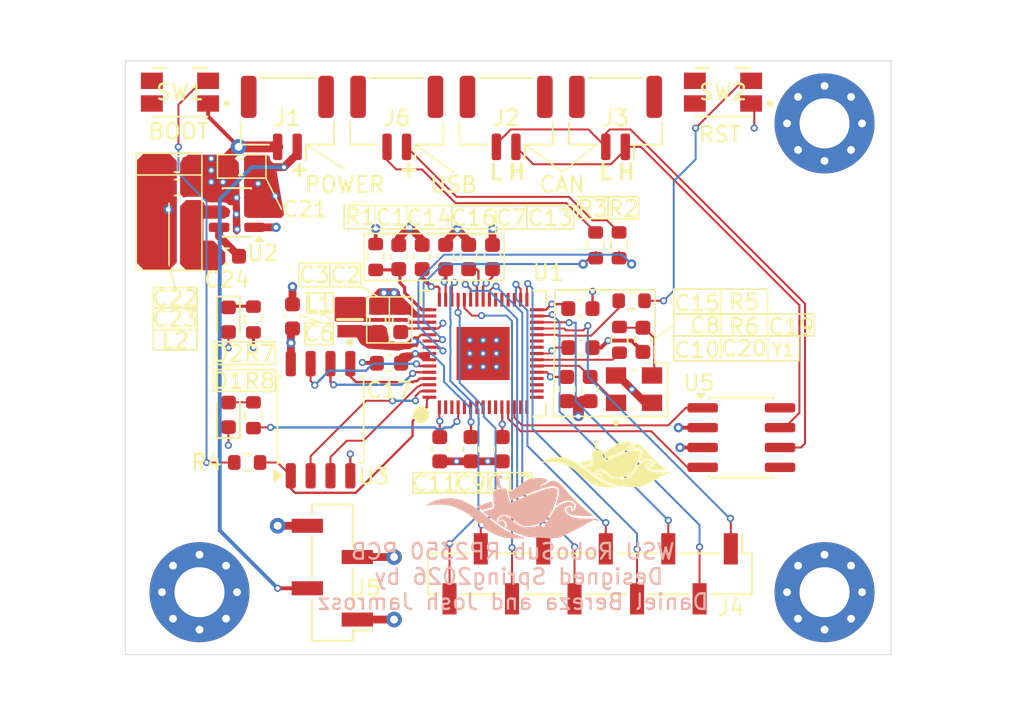
<source format=kicad_pcb>
(kicad_pcb (version 20241229) (generator "pcbnew") (generator_version "9.0")
  (layers (0 "F.Cu" signal) (4 "In1.Cu" signal) (6 "In2.Cu" signal) (2 "B.Cu" signal) (13 "F.Paste" user) (15 "B.Paste" user) (5 "F.SilkS" user "F.Silkscreen") (7 "B.SilkS" user "B.Silkscreen") (1 "F.Mask" user) (3 "B.Mask" user) (25 "Edge.Cuts" user))
  (net 0 "")
  (net 1 "+3V3")
  (net 2 "GND")
  (net 3 "QSPI_CLK")
  (net 4 "FLASH_SS")
  (net 5 "QSPI_SD3")
  (net 6 "QSPI_SD2")
  (net 7 "QSPI_SD1")
  (net 8 "QSPI_SD0")
  (net 9 "USB D+")
  (net 10 "USB D-")
  (net 11 "Net-(U1-VREG_AVDD)")
  (net 12 "RUN")
  (net 13 "XOUT")
  (net 14 "Net-(C19-Pad1)")
  (net 15 "Net-(J4-Pin_3)")
  (net 17 "+1V1")
  (net 18 "Net-(J4-Pin_5)")
  (net 22 "XIN")
  (net 24 "/RST")
  (net 39 "Net-(J4-Pin_4)")
  (net 40 "Net-(U1-VREG_LX)")
  (net 41 "Net-(J4-Pin_2)")
  (net 42 "/D+")
  (net 43 "/D-")
  (net 46 "CAND")
  (net 47 "CANR")
  (net 48 "CANL-")
  (net 49 "CANH+")
  (net 50 "Net-(J4-Pin_6)")
  (net 51 "Net-(D2-K)")
  (net 52 "USB_BOOT")
  (net 53 "Net-(D1-A)")
  (net 54 "Net-(U1-GPIO2)")
  (net 55 "VBUS")
  (net 56 "Net-(J4-Pin_7)")
  (net 57 "Net-(J4-Pin_8)")
  (net 58 "Net-(J4-Pin_10)")
  (net 59 "Net-(J4-Pin_9)")
  (net 60 "Net-(J4-Pin_1)")
  (net 61 "Net-(U2-BST)")
  (net 62 "/REG_SW")
  (footprint "Capacitor_SMD:C_0603_1608Metric" (layer "F.Cu") (at 136.975 88.05 90)
    (property "Reference" "C7")
    (property "Value" "100n")
  )
  (footprint "Capacitor_SMD:C_0603_1608Metric" (layer "F.Cu") (at 148.125 93.35 -90)
    (property "Reference" "C19")
    (property "Value" "15p")
  )
  (footprint "Resistor_SMD:R_0603_1608Metric" (layer "F.Cu") (at 147.4 90.85 180)
    (property "Reference" "R5")
    (property "Value" "1k")
  )
  (footprint "Capacitor_SMD:C_0603_1608Metric" (layer "F.Cu") (at 138.5 88.05 90)
    (property "Reference" "C13")
    (property "Value" "100n")
  )
  (footprint "Capacitor_SMD:C_0603_1608Metric" (layer "F.Cu") (at 144.75 96.5 -90)
    (property "Reference" "C20")
    (property "Value" "15p")
  )
  (footprint "Package_SO:SOIC-8_5.3x5.3mm_P1.27mm" (layer "F.Cu") (at 127.495 98.4625 90)
    (property "Reference" "U3")
    (property "Value" "W25Q128JVS")
  )
  (footprint "MountingHole:MountingHole_3.2mm_M3_Pad_Via" (layer "F.Cu") (at 159.75 79.5)
    (property "Reference" "REF**" (hide yes))
    (property "Value" "MountingHole_3.2mm_M3_Pad_Via")
  )
  (footprint "Package_SO:SOIC-8_3.9x4.9mm_P1.27mm" (layer "F.Cu") (at 154.425 99.605)
    (property "Reference" "U5")
    (property "Value" "SN65HVD232")
  )
  (footprint "Connector_JST:JST_GH_SM02B-GHS-TB_1x02-1MP_P1.25mm_Horizontal" (layer "F.Cu") (at 139.375 79.15 180)
    (property "Reference" "J2")
    (property "Value" "Conn_01x02")
  )
  (footprint "MountingHole:MountingHole_3.2mm_M3_Pad_Via" (layer "F.Cu") (at 119.75 109.5)
    (property "Reference" "REF**" (hide yes))
    (property "Value" "MountingHole_3.2mm_M3_Pad_Via")
  )
  (footprint "Capacitor_SMD:C_0603_1608Metric" (layer "F.Cu") (at 132.625 92.075 90)
    (property "Reference" "C2")
    (property "Value" "4.7u")
  )
  (footprint "Capacitor_SMD:C_0603_1608Metric" (layer "F.Cu") (at 125.7 91.85 -90)
    (property "Reference" "C6")
    (property "Value" "100n")
  )
  (footprint "Capacitor_SMD:C_0603_1608Metric" (layer "F.Cu") (at 135.125 100.35 -90)
    (property "Reference" "C11")
    (property "Value" "100n")
  )
  (footprint "Capacitor_SMD:C_0603_1608Metric" (layer "F.Cu") (at 144.125 93.85)
    (property "Reference" "C8")
    (property "Value" "4.7u")
  )
  (footprint "Capacitor_SMD:C_0603_1608Metric" (layer "F.Cu") (at 118.3 82.1 180)
    (property "Reference" "C22")
    (property "Value" "22u")
  )
  (footprint "ProjectLibrary:SW_EVQ-P7A01P" (layer "F.Cu") (at 118.5 77.5 180)
    (property "Reference" "SW1")
    (property "Value" "SW_Push")
  )
  (footprint "Capacitor_SMD:C_0603_1608Metric" (layer "F.Cu") (at 132.5 88.05 90)
    (property "Reference" "C1")
    (property "Value" "4.7u")
  )
  (footprint "Capacitor_SMD:C_0603_1608Metric" (layer "F.Cu") (at 137.125 100.35 -90)
    (property "Reference" "C9")
    (property "Value" "100n")
  )
  (footprint "Connector_JST:JST_GH_SM02B-GHS-TB_1x02-1MP_P1.25mm_Horizontal" (layer "F.Cu") (at 132.375 79.15 180)
    (property "Reference" "J6")
    (property "Value" "Conn_01x02")
  )
  (footprint "Resistor_SMD:R_0603_1608Metric" (layer "F.Cu") (at 122.8 101.2 180)
    (property "Reference" "R4")
    (property "Value" "1k")
  )
  (footprint "Capacitor_SMD:C_0603_1608Metric" (layer "F.Cu") (at 131.875 94.85 180)
    (property "Reference" "C17")
    (property "Value" "220n")
  )
  (footprint "Resistor_SMD:R_0603_1608Metric" (layer "F.Cu") (at 123.2 92.05 -90)
    (property "Reference" "R7")
    (property "Value" "R_US")
  )
  (footprint "Connector_JST:JST_GH_SM02B-GHS-TB_1x02-1MP_P1.25mm_Horizontal" (layer "F.Cu") (at 146.375 79.15 180)
    (property "Reference" "J3")
    (property "Value" "Conn_01x02")
  )
  (footprint "Capacitor_SMD:C_0603_1608Metric" (layer "F.Cu") (at 131.15 92.075 90)
    (property "Reference" "C3")
    (property "Value" "4.7u")
  )
  (footprint "Capacitor_SMD:C_0603_1608Metric" (layer "F.Cu") (at 121.5 88)
    (property "Reference" "C24")
    (property "Value" "100n")
  )
  (footprint "ProjectLibrary:XTAL_ABM8-272-T3" (layer "F.Cu") (at 147.55625 96.50625 90)
    (property "Reference" "Y1")
    (property "Value" "ABM8-272-T3")
  )
  (footprint "Resistor_SMD:R_0603_1608Metric" (layer "F.Cu") (at 131.025 88.05 -90)
    (property "Reference" "R1")
    (property "Value" "33")
  )
  (footprint "LED_SMD:LED_0603_1608Metric" (layer "F.Cu") (at 121.6 98.15 90)
    (property "Reference" "D1")
    (property "Value" "LED")
  )
  (footprint "MountingHole:MountingHole_3.2mm_M3_Pad_Via" (layer "F.Cu") (at 159.75 109.5)
    (property "Reference" "REF**" (hide yes))
    (property "Value" "MountingHole_3.2mm_M3_Pad_Via")
  )
  (footprint "ProjectLibrary:RP2350A_QFN-60_EP_7.75x7.75_Pitch0.4mm" (layer "F.Cu") (at 137.9 94.225 90)
    (property "Reference" "U1")
    (property "Value" "RP2350A-QFN60")
  )
  (footprint "Capacitor_SMD:C_0603_1608Metric" (layer "F.Cu") (at 144.125 91.35)
    (property "Reference" "C15")
    (property "Value" "100n")
  )
  (footprint "ProjectLibrary:PA5430" (layer "F.Cu") (at 117.8 86.6 -90)
    (property "Reference" "L2")
    (property "Value" "L")
  )
  (footprint "Resistor_SMD:R_0603_1608Metric" (layer "F.Cu") (at 123.2 98.175 90)
    (property "Reference" "R8")
    (property "Value" "R_US")
  )
  (footprint "Resistor_SMD:R_0603_1608Metric" (layer "F.Cu") (at 146.625 93.35 -90)
    (property "Reference" "R6")
    (property "Value" "1k")
  )
  (footprint "Resistor_SMD:R_0603_1608Metric" (layer "F.Cu") (at 145.1 87.3 90)
    (property "Reference" "R3")
    (property "Value" "27" (hide yes))
  )
  (footprint "Resistor_SMD:R_0603_1608Metric" (layer "F.Cu") (at 146.6 87.3 90)
    (property "Reference" "R2")
    (property "Value" "27" (hide yes))
  )
  (footprint "Capacitor_SMD:C_0603_1608Metric" (layer "F.Cu") (at 135.5 88.05 90)
    (property "Reference" "C16" (hide yes))
    (property "Value" "100n")
  )
  (footprint "Capacitor_SMD:C_0603_1608Metric" (layer "F.Cu") (at 122.4 82.3 180)
    (property "Reference" "C21")
    (property "Value" "10u")
  )
  (footprint "LED_SMD:LED_0603_1608Metric" (layer "F.Cu") (at 121.6 92.0625 -90)
    (property "Reference" "D2")
    (property "Value" "LED")
  )
  (footprint "Connector_JST:JST_GH_SM02B-GHS-TB_1x02-1MP_P1.25mm_Horizontal" (layer "F.Cu") (at 125.375 79.15 180)
    (property "Reference" "J1")
    (property "Value" "Conn_01x02")
  )
  (footprint "ProjectLibrary:AOTAB201610S3R3101T" (layer "F.Cu") (at 129.375 92.05 90)
    (property "Reference" "L1")
    (property "Value" "3.3u" (hide yes))
  )
  (footprint "Capacitor_SMD:C_0603_1608Metric" (layer "F.Cu") (at 139.125 100.35 -90)
    (property "Reference" "C12")
    (property "Value" "100n")
  )
  (footprint "ProjectLibrary:SW_EVQ-P7A01P" (layer "F.Cu") (at 153.25 77.5 180)
    (property "Reference" "SW2")
    (property "Value" "SW_Push")
  )
  (footprint "Connector_PinSocket_2.00mm:PinSocket_1x04_P2.00mm_Vertical_SMD_Pin1Left" (layer "F.Cu") (at 128.25 108.25 180)
    (property "Reference" "J5")
    (property "Value" "Conn_01x04")
  )
  (footprint "Capacitor_SMD:C_0603_1608Metric" (layer "F.Cu") (at 118.3 83.6)
    (property "Reference" "C23")
    (property "Value" "22u")
  )
  (footprint "Connector_PinSocket_2.00mm:PinSocket_1x10_P2.00mm_Vertical_SMD_Pin1Left" (layer "F.Cu") (at 144.75 108.325 -90)
    (property "Reference" "J4")
    (property "Value" "Conn_01x10")
  )
  (footprint "Capacitor_SMD:C_0603_1608Metric" (layer "F.Cu") (at 134 88.05 90)
    (property "Reference" "C14")
    (property "Value" "100n")
  )
  (footprint "Capacitor_SMD:C_0603_1608Metric" (layer "F.Cu") (at 143.25 96.5 -90)
    (property "Reference" "C10")
    (property "Value" "100n")
  )
  (footprint "Package_TO_SOT_SMD:TSOT-23-6" (layer "F.Cu") (at 122.1375 85.2 180)
    (property "Reference" "U2")
    (property "Value" "AP63203WU")
  )
  (gr_rect (start 143.95 84.2) (end 145.9 85.6) (stroke (width 0.1)) (fill no) (layer "F.SilkS"))
  (gr_rect (start 131 84.75) (end 133 86.25) (stroke (width 0.1)) (fill no) (layer "F.SilkS"))
  (gr_rect (start 116.8 90) (end 119.6 91.3) (stroke (width 0.1)) (fill no) (layer "F.SilkS"))
  (gr_rect (start 150.1 93.1) (end 153.1 94.7) (stroke (width 0.1)) (fill no) (layer "F.SilkS"))
  (gr_rect (start 130.45 90.6) (end 133.35 93.55) (stroke (width 0.1)) (fill no) (layer "F.SilkS"))
  (gr_rect (start 130.3 86.55) (end 139.25 89.55) (stroke (width 0.1)) (fill no) (layer "F.SilkS"))
  (gr_line (start 118.2 90) (end 117.885714 88.899999) (stroke (width 0.1)) (layer "F.SilkS"))
  (gr_poly (pts (xy 148.531454 101.036762) (xy 148.541274 101.036993) (xy 148.55066 101.037461) (xy 148.559432 101.038199) (xy 148.567409 101.03924) (xy 148.573494 101.040395) (xy 148.580086 101.041963) (xy 148.587064 101.043875) (xy 148.594301 101.046066) (xy 148.609057 101.051012) (xy 148.623361 101.056264) (xy 148.636218 101.061284) (xy 148.646634 101.065536) (xy 148.65616 101.069581) (xy 148.664635 101.07413) (xy 148.672993 101.079048) (xy 148.681195 101.08428) (xy 148.689203 101.089775) (xy 148.696976 101.095479) (xy 148.704477 101.101339) (xy 148.711668 101.107303) (xy 148.718508 101.113317) (xy 148.724959 101.119328) (xy 148.730983 101.125283) (xy 148.736541 101.131129) (xy 148.741594 101.136813) (xy 148.746103 101.142282) (xy 148.750029 101.147483) (xy 148.753334 101.152364) (xy 148.755979 101.15687) (xy 148.758588 101.16217) (xy 148.760903 101.167754) (xy 148.762929 101.173601) (xy 148.764671 101.179691) (xy 148.767315 101.192513) (xy 148.76887 101.206052) (xy 148.76937 101.220142) (xy 148.768847 101.234613) (xy 148.767335 101.249299) (xy 148.764867 101.26403) (xy 148.761478 101.278641) (xy 148.7572 101.292962) (xy 148.752067 101.306827) (xy 148.746113 101.320067) (xy 148.739371 101.332515) (xy 148.731874 101.344002) (xy 148.727853 101.349333) (xy 148.723656 101.354362) (xy 148.719288 101.359066) (xy 148.714751 101.363426) (xy 148.663607 101.404141) (xy 148.674422 101.32734) (xy 148.675445 101.318793) (xy 148.676052 101.310672) (xy 148.676253 101.302965) (xy 148.676056 101.295664) (xy 148.675469 101.288758) (xy 148.674503 101.282237) (xy 148.673166 101.27609) (xy 148.671467 101.270307) (xy 148.669415 101.264879) (xy 148.667019 101.259794) (xy 148.664288 101.255043) (xy 148.661231 101.250615) (xy 148.657857 101.2465) (xy 148.654174 101.242688) (xy 148.650193 101.23917) (xy 148.645921 101.235933) (xy 148.641368 101.232969) (xy 148.636543 101.230268) (xy 148.631455 101.227818) (xy 148.626112 101.225609) (xy 148.620524 101.223633) (xy 148.6147 101.221877) (xy 148.608648 101.220333) (xy 148.602378 101.218989) (xy 148.589219 101.216864) (xy 148.575294 101.215419) (xy 148.560675 101.214573) (xy 148.545433 101.214245) (xy 148.536052 101.214969) (xy 148.525864 101.215891) (xy 148.513378 101.217204) (xy 148.499621 101.21892) (xy 148.485619 101.221051) (xy 148.478846 101.222275) (xy 148.472396 101.223608) (xy 148.466398 101.225051) (xy 148.460979 101.226605) (xy 148.456428 101.228184) (xy 148.451526 101.230127) (xy 148.446363 101.232368) (xy 148.441027 101.234843) (xy 148.430193 101.240242) (xy 148.419734 101.245809) (xy 148.410362 101.251032) (xy 148.402788 101.255398) (xy 148.395875 101.259506) (xy 148.381427 101.270725) (xy 148.368243 101.282344) (xy 148.356324 101.29434) (xy 148.345669 101.306689) (xy 148.33628 101.319368) (xy 148.328157 101.332352) (xy 148.3213 101.345618) (xy 148.31571 101.359142) (xy 148.311387 101.3729) (xy 148.308332 101.386869) (xy 148.306545 101.401025) (xy 148.306027 101.415344) (xy 148.306778 101.429802) (xy 148.308798 101.444376) (xy 148.312089 101.459042) (xy 148.31665 101.473776) (xy 148.322483 101.488554) (xy 148.329586 101.503353) (xy 148.337962 101.518148) (xy 148.34761 101.532917) (xy 148.358531 101.547635) (xy 148.370726 101.562279) (xy 148.384194 101.576824) (xy 148.398937 101.591248) (xy 148.414954 101.605526) (xy 148.432247 101.619635) (xy 148.450815 101.63355) (xy 148.47066 101.647248) (xy 148.491781 101.660706) (xy 148.514179 101.673899) (xy 148.537855 101.686805) (xy 148.562809 101.699398) (xy 148.57804 101.707799) (xy 148.594705 101.716771) (xy 148.615293 101.727564) (xy 148.63822 101.739159) (xy 148.661906 101.750536) (xy 148.673538 101.755824) (xy 148.684766 101.760675) (xy 148.695392 101.764963) (xy 148.705218 101.768558) (xy 148.731444 101.776946) (xy 148.757978 101.784332) (xy 148.78477 101.790831) (xy 148.811768 101.79656) (xy 148.83892 101.801633) (xy 148.866177 101.806167) (xy 148.893486 101.810277) (xy 148.920796 101.814079) (xy 148.952427 101.817857) (xy 148.984146 101.82077) (xy 149.015935 101.822987) (xy 149.047775 101.824674) (xy 149.175269 101.82946) (xy 149.270367 101.832637) (xy 149.375508 101.835179) (xy 149.495689 101.837478) (xy 149.65895 101.83574) (xy 149.721472 101.835849) (xy 149.778605 101.836696) (xy 149.823315 101.838542) (xy 149.838813 101.839921) (xy 149.848568 101.841648) (xy 149.853269 101.843227) (xy 149.858316 101.845306) (xy 149.863631 101.847815) (xy 149.869139 101.850683) (xy 149.874762 101.853841) (xy 149.880424 101.857219) (xy 149.891559 101.864353) (xy 149.901932 101.871526) (xy 149.91093 101.878177) (xy 149.917941 101.883747) (xy 149.922352 101.887676) (xy 149.923904 101.889384) (xy 149.925583 101.89155) (xy 149.927351 101.894189) (xy 149.929173 101.897317) (xy 149.931012 101.900947) (xy 149.932831 101.905096) (xy 149.934594 101.909777) (xy 149.936265 101.915007) (xy 149.937054 101.917832) (xy 149.937807 101.9208) (xy 149.938518 101.923913) (xy 149.939183 101.927171) (xy 149.939798 101.930578) (xy 149.940358 101.934135) (xy 149.940858 101.937844) (xy 149.941294 101.941707) (xy 149.941661 101.945726) (xy 149.941955 101.949903) (xy 149.942171 101.954238) (xy 149.942305 101.958736) (xy 149.942352 101.963396) (xy 149.942307 101.968222) (xy 149.942166 101.973215) (xy 149.941925 101.978376) (xy 149.941671 101.981611) (xy 149.941295 101.984429) (xy 149.940802 101.986842) (xy 149.940195 101.988866) (xy 149.939478 101.990514) (xy 149.938653 101.991799) (xy 149.938201 101.992311) (xy 149.937725 101.992736) (xy 149.937223 101.993079) (xy 149.936696 101.993339) (xy 149.936145 101.993519) (xy 149.935571 101.99362) (xy 149.934973 101.993645) (xy 149.934352 101.993594) (xy 149.933044 101.993275) (xy 149.93165 101.992677) (xy 149.930172 101.991813) (xy 149.928616 101.990697) (xy 149.926984 101.989343) (xy 149.925279 101.987765) (xy 149.923505 101.985976) (xy 149.921667 101.983991) (xy 149.917806 101.979486) (xy 149.913727 101.97436) (xy 149.909455 101.968723) (xy 149.891003 101.943282) (xy 149.889499 101.941341) (xy 149.887842 101.939428) (xy 149.886039 101.937543) (xy 149.884099 101.935687) (xy 149.879837 101.932067) (xy 149.875118 101.928575) (xy 149.870001 101.925218) (xy 149.86455 101.922002) (xy 149.858824 101.918934) (xy 149.852887 101.916022) (xy 149.846799 101.913272) (xy 149.840622 101.910691) (xy 149.834416 101.908286) (xy 149.828245 101.906064) (xy 149.822168 101.904032) (xy 149.816248 101.902197) (xy 149.810546 101.900566) (xy 149.805123 101.899145) (xy 149.79894 101.898521) (xy 149.792208 101.89793) (xy 149.783936 101.897321) (xy 149.774789 101.896819) (xy 149.765433 101.896551) (xy 149.760884 101.896544) (xy 149.756532 101.896642) (xy 149.75246 101.896861) (xy 149.748752 101.897218) (xy 149.742471 101.898159) (xy 149.735644 101.899476) (xy 149.720883 101.902999) (xy 149.705516 101.907304) (xy 149.690592 101.911909) (xy 149.666266 101.920085) (xy 149.656294 101.923669) (xy 149.645007 101.928267) (xy 149.631438 101.934314) (xy 149.598175 101.950356) (xy 149.557954 101.971008) (xy 149.512224 101.995481) (xy 149.462432 102.022987) (xy 149.410027 102.052738) (xy 149.356458 102.083946) (xy 149.303172 102.115822) (xy 149.248385 102.14853) (xy 149.190515 102.182119) (xy 149.131311 102.215635) (xy 149.072523 102.248123) (xy 149.015901 102.278627) (xy 148.963195 102.306193) (xy 148.916155 102.329864) (xy 148.87653 102.348688) (xy 148.806931 102.380676) (xy 148.744068 102.41014) (xy 148.694843 102.433807) (xy 148.666161 102.448405) (xy 148.579245 102.495947) (xy 148.493947 102.54093) (xy 148.411588 102.582729) (xy 148.333487 102.620715) (xy 148.260963 102.654262) (xy 148.195338 102.682744) (xy 148.13793 102.705532) (xy 148.09006 102.722001) (xy 148.075076 102.727555) (xy 148.05871 102.733415) (xy 148.038528 102.740367) (xy 148.016106 102.747689) (xy 147.993019 102.754659) (xy 147.981719 102.757787) (xy 147.970843 102.760555) (xy 147.960589 102.762875) (xy 147.951154 102.764655) (xy 147.934919 102.76696) (xy 147.917064 102.768843) (xy 147.877967 102.771492) (xy 147.836806 102.772905) (xy 147.796526 102.773384) (xy 147.730388 102.772747) (xy 147.703107 102.771998) (xy 147.642701 102.77275) (xy 147.56859 102.771957) (xy 147.483323 102.769729) (xy 147.389447 102.766176) (xy 147.28951 102.761406) (xy 147.186059 102.75553) (xy 147.081644 102.748656) (xy 146.97881 102.740895) (xy 146.97881 102.740891) (xy 146.926352 102.739309) (xy 146.869288 102.737023) (xy 146.799233 102.733467) (xy 146.72186 102.728437) (xy 146.642841 102.721726) (xy 146.604487 102.717677) (xy 146.56785 102.713131) (xy 146.533638 102.708062) (xy 146.50256 102.702445) (xy 146.487737 102.699148) (xy 146.471627 102.695024) (xy 146.436783 102.684869) (xy 146.400504 102.67313) (xy 146.365268 102.660952) (xy 146.307828 102.639871) (xy 146.284278 102.630804) (xy 146.181343 102.595813) (xy 146.073181 102.55691) (xy 145.964246 102.515884) (xy 145.858993 102.474523) (xy 145.761875 102.434617) (xy 145.677345 102.397952) (xy 145.609858 102.366319) (xy 145.563867 102.341505) (xy 145.4983 102.30109) (xy 145.510968 102.243411) (xy 145.512187 102.237114) (xy 145.513233 102.230166) (xy 145.514105 102.22264) (xy 145.514804 102.214605) (xy 145.515331 102.206133) (xy 145.515687 102.197295) (xy 145.515884 102.178809) (xy 145.515401 102.159714) (xy 145.514242 102.140582) (xy 145.51241 102.121982) (xy 145.511243 102.113059) (xy 145.50991 102.104483) (xy 145.507883 102.095464) (xy 145.505532 102.085698) (xy 145.502454 102.073768) (xy 145.49877 102.06068) (xy 145.49674 102.054015) (xy 145.494604 102.047438) (xy 145.492378 102.041073) (xy 145.490077 102.035048) (xy 145.487717 102.029486) (xy 145.485312 102.024514) (xy 145.482334 102.019003) (xy 145.479204 102.013574) (xy 145.475929 102.008224) (xy 145.472517 102.002953) (xy 145.468975 101.997762) (xy 145.46531 101.992648) (xy 145.46153 101.987611) (xy 145.457642 101.98265) (xy 145.453653 101.977765) (xy 145.449571 101.972955) (xy 145.441155 101.963555) (xy 145.432452 101.954444) (xy 145.423522 101.945617) (xy 145.419055 101.941441) (xy 145.414234 101.937159) (xy 145.4038 101.928448) (xy 145.392747 101.919829) (xy 145.381605 101.911641) (xy 145.370901 101.904227) (xy 145.361164 101.897928) (xy 145.356824 101.895304) (xy 145.352923 101.893087) (xy 145.349528 101.89132) (xy 145.346706 101.890045) (xy 145.343862 101.888965) (xy 145.340803 101.887927) (xy 145.337563 101.886938) (xy 145.334178 101.886005) (xy 145.330684 101.885135) (xy 145.327115 101.884335) (xy 145.323507 101.883614) (xy 145.319896 101.882978) (xy 145.316317 101.882433) (xy 145.312805 101.881989) (xy 145.309396 101.881651) (xy 145.306125 101.881427) (xy 145.303027 101.881324) (xy 145.300138 101.881349) (xy 145.297493 101.88151) (xy 145.295128 101.881814) (xy 145.288941 101.883019) (xy 145.282727 101.884507) (xy 145.276506 101.886252) (xy 145.270297 101.888223) (xy 145.26412 101.890394) (xy 145.257992 101.892735) (xy 145.251934 101.89522) (xy 145.245964 101.897819) (xy 145.234366 101.903247) (xy 145.22335 101.908796) (xy 145.20368 101.919351) (xy 145.199364 101.921901) (xy 145.194619 101.924992) (xy 145.183992 101.932324) (xy 145.172091 101.940396) (xy 145.165754 101.944414) (xy 145.159208 101.94826) (xy 145.15249 101.951816) (xy 145.145637 101.954963) (xy 145.142171 101.956346) (xy 145.138685 101.957583) (xy 145.135183 101.958658) (xy 145.131671 101.959557) (xy 145.128152 101.960264) (xy 145.124631 101.960766) (xy 145.121113 101.961046) (xy 145.117602 101.961091) (xy 145.114103 101.960885) (xy 145.110621 101.960414) (xy 145.107159 101.959662) (xy 145.103723 101.958616) (xy 145.101306 101.957329) (xy 145.099349 101.955354) (xy 145.097841 101.952731) (xy 145.096767 101.949499) (xy 145.096113 101.945696) (xy 145.095866 101.941363) (xy 145.096012 101.936539) (xy 145.096538 101.931263) (xy 145.098674 101.919511) (xy 145.102164 101.906424) (xy 145.1069 101.892314) (xy 145.112771 101.877496) (xy 145.119669 101.862285) (xy 145.127484 101.846995) (xy 145.136107 101.831941) (xy 145.14543 101.817436) (xy 145.155342 101.803796) (xy 145.160485 101.797398) (xy 145.165734 101.791334) (xy 145.171077 101.785643) (xy 145.176498 101.780365) (xy 145.181985 101.775539) (xy 145.187524 101.771204) (xy 145.196525 101.765328) (xy 145.206398 101.759082) (xy 145.218628 101.751606) (xy 145.232296 101.743634) (xy 145.239383 101.73969) (xy 145.246484 101.735897) (xy 145.253486 101.732346) (xy 145.260273 101.729128) (xy 145.266731 101.726335) (xy 145.272745 101.724059) (xy 145.279346 101.721992) (xy 145.286666 101.720068) (xy 145.294548 101.718285) (xy 145.302832 101.716641) (xy 145.319977 101.713769) (xy 145.336839 101.711441) (xy 145.352153 101.709648) (xy 145.364657 101.708379) (xy 145.376176 101.707376) (xy 145.388822 101.707132) (xy 145.402575 101.707049) (xy 145.419451 101.70719) (xy 145.438082 101.707703) (xy 145.457096 101.708736) (xy 145.466319 101.709494) (xy 145.475123 101.710438) (xy 145.483337 101.711585) (xy 145.490791 101.712956) (xy 145.495677 101.714132) (xy 145.500965 101.715648) (xy 145.506555 101.717446) (xy 145.512349 101.719469) (xy 145.524151 101.723961) (xy 145.535582 101.728664) (xy 145.545849 101.733121) (xy 145.554162 101.736872) (xy 145.561761 101.740424) (xy 145.57435 101.74709) (xy 145.587495 101.754586) (xy 145.601248 101.762949) (xy 145.615656 101.772218) (xy 145.630769 101.78243) (xy 145.646637 101.793622) (xy 145.663308 101.805834) (xy 145.680832 101.819103) (xy 145.718636 101.848961) (xy 145.760442 101.883501) (xy 145.806645 101.923024) (xy 145.857638 101.967834) (xy 145.881178 101.988197) (xy 145.905799 102.008449) (xy 145.931316 102.028475) (xy 145.957543 102.048161) (xy 145.984294 102.067392) (xy 146.011385 102.086055) (xy 146.038629 102.104033) (xy 146.065841 102.121214) (xy 146.092835 102.137481) (xy 146.119427 102.152722) (xy 146.145429 102.166821) (xy 146.170657 102.179664) (xy 146.194925 102.191136) (xy 146.218048 102.201122) (xy 146.239839 102.209509) (xy 146.260114 102.216182) (xy 146.30201 102.227088) (xy 146.346421 102.235701) (xy 146.393229 102.242032) (xy 146.442318 102.246093) (xy 146.49357 102.247897) (xy 146.54687 102.247456) (xy 146.602101 102.244782) (xy 146.659145 102.239886) (xy 146.717886 102.232782) (xy 146.778208 102.22348) (xy 146.839993 102.211994) (xy 146.903124 102.198335) (xy 146.967486 102.182516) (xy 147.032962 102.164548) (xy 147.099434 102.144443) (xy 147.166785 102.122215) (xy 147.187083 102.115686) (xy 147.209058 102.1083) (xy 147.235897 102.098856) (xy 147.265337 102.087868) (xy 147.280324 102.081957) (xy 147.295112 102.075855) (xy 147.309417 102.069624) (xy 147.322957 102.063331) (xy 147.335449 102.05704) (xy 147.346609 102.050815) (xy 147.353006 102.046785) (xy 147.359815 102.042083) (xy 147.366922 102.036837) (xy 147.374213 102.031176) (xy 147.388895 102.019122) (xy 147.402948 102.006952) (xy 147.415463 101.995694) (xy 147.42553 101.986378) (xy 147.434676 101.97769) (xy 147.443676 101.96811) (xy 147.454111 101.955977) (xy 147.465854 101.941473) (xy 147.47878 101.924781) (xy 147.507675 101.885567) (xy 147.53979 101.8398) (xy 147.574115 101.788945) (xy 147.609645 101.734467) (xy 147.645371 101.677831) (xy 147.680286 101.620502) (xy 147.84598 101.343233) (xy 147.938254 101.267846) (xy 147.948412 101.259798) (xy 147.959773 101.251254) (xy 147.985612 101.232977) (xy 148.014796 101.213613) (xy 148.046345 101.193764) (xy 148.079282 101.174029) (xy 148.11263 101.155009) (xy 148.145409 101.137304) (xy 148.176644 101.121514) (xy 148.192464 101.113702) (xy 148.209766 101.105388) (xy 148.231131 101.095427) (xy 148.254909 101.084787) (xy 148.279452 101.074434) (xy 148.291496 101.069668) (xy 148.303112 101.065337) (xy 148.314095 101.061563) (xy 148.324239 101.058465) (xy 148.332085 101.056439) (xy 148.340749 101.054521) (xy 148.359797 101.051016) (xy 148.379921 101.047978) (xy 148.399662 101.045432) (xy 148.432151 101.041926) (xy 148.445577 101.04071) (xy 148.458974 101.039578) (xy 148.473551 101.038553) (xy 148.491454 101.037569) (xy 148.511237 101.036885) (xy 148.521382 101.036737)) (fill yes) (layer "F.SilkS"))
  (gr_poly (pts (xy 147.721511 100.362163) (xy 147.739326 100.362902) (xy 147.756723 100.36393) (xy 147.785234 100.366096) (xy 147.796975 100.367152) (xy 147.819162 100.369901) (xy 147.841081 100.373477) (xy 147.862164 100.377731) (xy 147.881845 100.382512) (xy 147.899557 100.387669) (xy 147.907497 100.390342) (xy 147.914732 100.393051) (xy 147.921191 100.39578) (xy 147.926803 100.398508) (xy 147.931498 100.401218) (xy 147.935205 100.403889) (xy 147.938952 100.406435) (xy 147.942883 100.409312) (xy 147.945144 100.411063) (xy 147.947518 100.412987) (xy 147.949942 100.415061) (xy 147.952353 100.417258) (xy 147.95469 100.419552) (xy 147.956889 100.421919) (xy 147.957917 100.423122) (xy 147.958887 100.424333) (xy 147.959791 100.425549) (xy 147.960621 100.426768) (xy 147.961371 100.427986) (xy 147.96203 100.4292) (xy 147.962593 100.430406) (xy 147.96305 100.431602) (xy 147.963766 100.435628) (xy 147.964113 100.442062) (xy 147.963882 100.460679) (xy 147.962711 100.484509) (xy 147.960957 100.510608) (xy 147.955208 100.578815) (xy 147.948183 100.652726) (xy 147.937867 100.728141) (xy 147.924367 100.804778) (xy 147.907786 100.882352) (xy 147.888231 100.960582) (xy 147.865806 101.039184) (xy 147.840617 101.117876) (xy 147.81277 101.196374) (xy 147.782369 101.274395) (xy 147.74952 101.351657) (xy 147.714328 101.427877) (xy 147.676898 101.502771) (xy 147.637337 101.576056) (xy 147.595748 101.64745) (xy 147.552238 101.71667) (xy 147.506912 101.783432) (xy 147.483983 101.815376) (xy 147.462216 101.844477) (xy 147.441322 101.870953) (xy 147.421011 101.895019) (xy 147.400997 101.916891) (xy 147.380988 101.936786) (xy 147.360697 101.954918) (xy 147.339835 101.971504) (xy 147.318113 101.98676) (xy 147.295242 102.000901) (xy 147.270933 102.014145) (xy 147.244898 102.026706) (xy 147.216848 102.038801) (xy 147.186493 102.050646) (xy 147.153545 102.062457) (xy 147.117715 102.074449) (xy 147.024375 102.103788) (xy 146.940011 102.12795) (xy 146.862444 102.147328) (xy 146.825528 102.155347) (xy 146.789493 102.162319) (xy 146.754068 102.168292) (xy 146.71898 102.173317) (xy 146.683956 102.177441) (xy 146.648724 102.180716) (xy 146.576545 102.184912) (xy 146.500264 102.1863) (xy 146.299532 102.1866) (xy 146.16292 102.117366) (xy 146.148026 102.10948) (xy 146.131631 102.10018) (xy 146.095002 102.07781) (xy 146.054368 102.051199) (xy 146.011062 102.021289) (xy 145.966419 101.989023) (xy 145.92177 101.955345) (xy 145.878451 101.921195) (xy 145.837794 101.887518) (xy 145.801171 101.855865) (xy 145.768336 101.826961) (xy 145.738198 101.800509) (xy 145.709665 101.776213) (xy 145.695659 101.764781) (xy 145.681645 101.753777) (xy 145.667486 101.743163) (xy 145.653046 101.732903) (xy 145.638189 101.722959) (xy 145.622777 101.713294) (xy 145.606675 101.703872) (xy 145.589747 101.694654) (xy 145.585042 101.692273) (xy 145.580271 101.690027) (xy 145.575439 101.68791) (xy 145.570551 101.685916) (xy 145.565611 101.684038) (xy 145.560625 101.682271) (xy 145.550532 101.67904) (xy 145.540312 101.676172) (xy 145.530003 101.673618) (xy 145.519646 101.671326) (xy 145.50928 101.669245) (xy 145.50287 101.668142) (xy 145.495816 101.667153) (xy 145.480359 101.665493) (xy 145.464078 101.664216) (xy 145.448138 101.663277) (xy 145.421956 101.662223) (xy 145.411153 101.661955) (xy 145.399005 101.66251) (xy 145.385797 101.66326) (xy 145.369591 101.664373) (xy 145.351703 101.665887) (xy 145.333452 101.667838) (xy 145.324603 101.668989) (xy 145.316156 101.670263) (xy 145.308278 101.671666) (xy 145.301133 101.6732) (xy 145.29508 101.674787) (xy 145.288519 101.676759) (xy 145.274365 101.681586) (xy 145.259664 101.687145) (xy 145.24541 101.692898) (xy 145.222213 101.702838) (xy 145.212716 101.707107) (xy 145.194346 101.718117) (xy 145.177174 101.729365) (xy 145.161176 101.740884) (xy 145.146328 101.752704) (xy 145.132607 101.764859) (xy 145.119989 101.77738) (xy 145.108451 101.7903) (xy 145.097969 101.80365) (xy 145.088519 101.817463) (xy 145.080078 101.831771) (xy 145.072623 101.846605) (xy 145.06613 101.861999) (xy 145.060575 101.877984) (xy 145.055935 101.894592) (xy 145.052186 101.911855) (xy 145.049305 101.929805) (xy 145.049132 101.935993) (xy 145.049153 101.942658) (xy 145.04926 101.946571) (xy 145.049457 101.950753) (xy 145.049765 101.955113) (xy 145.050203 101.959564) (xy 145.050791 101.964015) (xy 145.051549 101.968378) (xy 145.052497 101.972564) (xy 145.053654 101.976483) (xy 145.054317 101.978315) (xy 145.05504 101.980046) (xy 145.055825 101.981666) (xy 145.056675 101.983164) (xy 145.057288 101.984082) (xy 145.057989 101.984999) (xy 145.058772 101.985911) (xy 145.05963 101.986819) (xy 145.06154 101.98861) (xy 145.063663 101.990358) (xy 145.065943 101.992049) (xy 145.068322 101.993667) (xy 145.070744 101.9952) (xy 145.073151 101.996632) (xy 145.077698 101.999138) (xy 145.081508 102.00107) (xy 145.0851 102.002753) (xy 145.088914 102.004092) (xy 145.092973 102.005246) (xy 145.097285 102.006179) (xy 145.101857 102.006851) (xy 145.106696 102.007224) (xy 145.111809 102.007259) (xy 145.117204 102.006918) (xy 145.122887 102.006161) (xy 145.125838 102.005616) (xy 145.128865 102.004952) (xy 145.131967 102.004165) (xy 145.135146 102.003251) (xy 145.138402 102.002203) (xy 145.141737 102.001019) (xy 145.145151 101.999692) (xy 145.148645 101.998218) (xy 145.15222 101.996592) (xy 145.155877 101.994809) (xy 145.159617 101.992865) (xy 145.163441 101.990755) (xy 145.167349 101.988473) (xy 145.171343 101.986015) (xy 145.175423 101.983377) (xy 145.17959 101.980553) (xy 145.187433 101.975262) (xy 145.195464 101.97012) (xy 145.203625 101.965152) (xy 145.211857 101.960386) (xy 145.220099 101.955849) (xy 145.228295 101.951566) (xy 145.236384 101.947565) (xy 145.244307 101.943872) (xy 145.252006 101.940513) (xy 145.259422 101.937517) (xy 145.266495 101.934908) (xy 145.273167 101.932713) (xy 145.279378 101.93096) (xy 145.28507 101.929675) (xy 145.290183 101.928884) (xy 145.294659 101.928615) (xy 145.304597 101.929294) (xy 145.314498 101.931286) (xy 145.324332 101.934522) (xy 145.334068 101.938933) (xy 145.343676 101.944453) (xy 145.353125 101.951012) (xy 145.362385 101.958542) (xy 145.371426 101.966974) (xy 145.380217 101.976241) (xy 145.388727 101.986274) (xy 145.396926 101.997005) (xy 145.404785 102.008366) (xy 145.412271 102.020287) (xy 145.419356 102.032702) (xy 145.426008 102.045541) (xy 145.432197 102.058736) (xy 145.437892 102.072219) (xy 145.443064 102.085922) (xy 145.447682 102.099777) (xy 145.451715 102.113714) (xy 145.455133 102.127666) (xy 145.457905 102.141564) (xy 145.460002 102.155341) (xy 145.461392 102.168927) (xy 145.462045 102.182255) (xy 145.461931 102.195256) (xy 145.461019 102.207862) (xy 145.459279 102.220004) (xy 145.456681 102.231615) (xy 145.453194 102.242625) (xy 145.448787 102.252968) (xy 145.44343 102.262573) (xy 145.426706 102.288954) (xy 145.230415 102.156208) (xy 145.187173 102.126446) (xy 145.139464 102.092699) (xy 145.036932 102.017918) (xy 144.935387 101.941194) (xy 144.888912 101.905019) (xy 144.847396 101.871858) (xy 144.68002 101.736803) (xy 144.539818 101.624972) (xy 144.491562 101.586644) (xy 144.449511 101.552729) (xy 144.418184 101.526907) (xy 144.407954 101.51818) (xy 144.402099 101.512856) (xy 144.401386 101.51195) (xy 144.400983 101.510969) (xy 144.400883 101.509918) (xy 144.40108 101.508798) (xy 144.401567 101.507613) (xy 144.402339 101.506367) (xy 144.403389 101.505062) (xy 144.40471 101.503702) (xy 144.406296 101.50229) (xy 144.408141 101.500829) (xy 144.410238 101.499322) (xy 144.412581 101.497773) (xy 144.41798 101.49456) (xy 144.424287 101.491216) (xy 144.431451 101.487766) (xy 144.43942 101.484236) (xy 144.448145 101.480652) (xy 144.457575 101.477039) (xy 144.467657 101.473423) (xy 144.478343 101.469829) (xy 144.48958 101.466284) (xy 144.501317 101.462813) (xy 144.622355 101.427647) (xy 144.750346 101.389747) (xy 144.88329 101.349899) (xy 144.905255 101.283343) (xy 144.927221 101.216788) (xy 144.907386 101.06173) (xy 144.894435 100.956588) (xy 144.884435 100.86626) (xy 144.877332 100.789654) (xy 144.873072 100.725677) (xy 144.8716 100.673234) (xy 144.872865 100.631233) (xy 144.874506 100.613806) (xy 144.87681 100.59858) (xy 144.879772 100.585418) (xy 144.883383 100.574183) (xy 144.904236 100.519506) (xy 144.979101 100.48567) (xy 144.994786 100.478344) (xy 145.01067 100.470487) (xy 145.026315 100.462343) (xy 145.041285 100.454159) (xy 145.055141 100.446178) (xy 145.067447 100.438647) (xy 145.077766 100.43181) (xy 145.082044 100.428728) (xy 145.085661 100.425912) (xy 145.087584 100.424516) (xy 145.089942 100.423113) (xy 145.095915 100.420294) (xy 145.10349 100.417471) (xy 145.112576 100.414659) (xy 145.123081 100.411875) (xy 145.134915 100.409134) (xy 145.147986 100.406452) (xy 145.162204 100.403844) (xy 145.177477 100.401328) (xy 145.193714 100.398918) (xy 145.210825 100.39663) (xy 145.228717 100.39448) (xy 145.2473 100.392485) (xy 145.266483 100.390659) (xy 145.286175 100.389019) (xy 145.306284 100.38758) (xy 145.495211 100.37517) (xy 145.529667 100.53178) (xy 145.548728 100.612085) (xy 145.571591 100.698544) (xy 145.596603 100.78596) (xy 145.622113 100.869136) (xy 145.64647 100.942874) (xy 145.668022 101.001979) (xy 145.685118 101.041253) (xy 145.691478 101.05183) (xy 145.694021 101.054568) (xy 145.696105 101.055499) (xy 145.712093 101.050283) (xy 145.752013 101.035334) (xy 145.893004 100.980427) (xy 146.097782 100.899164) (xy 146.345056 100.799932) (xy 146.781157 100.62691) (xy 146.949973 100.56284) (xy 147.093349 100.511162) (xy 147.216825 100.469947) (xy 147.325938 100.437267) (xy 147.426226 100.411194) (xy 147.523228 100.389801) (xy 147.54134 100.385973) (xy 147.585396 100.3773) (xy 147.612335 100.372466) (xy 147.639977 100.368003) (xy 147.666396 100.364438) (xy 147.678544 100.363158) (xy 147.689664 100.3623) (xy 147.704537 100.361899)) (fill yes) (layer "F.SilkS"))
  (gr_rect (start 153.1 90.1) (end 156.1 91.7) (stroke (width 0.1)) (fill no) (layer "F.SilkS"))
  (gr_line (start 125 85) (end 124 83) (stroke (width 0.1)) (layer "F.SilkS"))
  (gr_poly (pts (xy 147.792066 100.898045) (xy 147.793258 100.899102) (xy 147.794111 100.901056) (xy 147.794808 100.907607) (xy 147.794169 100.917594) (xy 147.792205 100.930915) (xy 147.788928 100.947465) (xy 147.77848 100.989843) (xy 147.762919 101.043902) (xy 147.742336 101.108816) (xy 147.720671 101.171588) (xy 147.697073 101.234321) (xy 147.671744 101.296663) (xy 147.64489 101.358262) (xy 147.616714 101.418764) (xy 147.587419 101.47782) (xy 147.557211 101.535075) (xy 147.526292 101.590177) (xy 147.494867 101.642776) (xy 147.463139 101.692517) (xy 147.431313 101.739049) (xy 147.399592 101.78202) (xy 147.36818 101.821078) (xy 147.337281 101.855869) (xy 147.3071 101.886043) (xy 147.277839 101.911246) (xy 147.265454 101.920116) (xy 147.250625 101.929195) (xy 147.233455 101.938447) (xy 147.214045 101.947838) (xy 147.168914 101.9669) (xy 147.116049 101.986101) (xy 147.056266 102.005166) (xy 146.99038 102.023818) (xy 146.919209 102.041777) (xy 146.843568 102.058769) (xy 146.843568 102.058768) (xy 146.818405 102.063383) (xy 146.788266 102.06774) (xy 146.716698 102.075523) (xy 146.636151 102.081804) (xy 146.553909 102.086271) (xy 146.477261 102.088613) (xy 146.413491 102.088516) (xy 146.388712 102.087455) (xy 146.369885 102.085668) (xy 146.357922 102.083115) (xy 146.354798 102.081539) (xy 146.353731 102.079757) (xy 146.354323 102.078747) (xy 146.35606 102.077306) (xy 146.362735 102.07324) (xy 146.373287 102.067774) (xy 146.387249 102.061126) (xy 146.404153 102.053511) (xy 146.42353 102.045146) (xy 146.444913 102.036246) (xy 146.467834 102.027028) (xy 146.544276 101.995293) (xy 146.625147 101.958995) (xy 146.707855 101.919478) (xy 146.789806 101.878089) (xy 146.868408 101.836172) (xy 146.941067 101.795074) (xy 147.00519 101.756139) (xy 147.033241 101.737904) (xy 147.058186 101.720714) (xy 147.097824 101.690608) (xy 147.141483 101.654179) (xy 147.188424 101.612246) (xy 147.237909 101.56563) (xy 147.289199 101.515153) (xy 147.341554 101.461633) (xy 147.446508 101.348753) (xy 147.546862 101.233554) (xy 147.593467 101.177137) (xy 147.636706 101.122602) (xy 147.675839 101.07077) (xy 147.710129 101.022462) (xy 147.738837 100.978498) (xy 147.761224 100.939699) (xy 147.77018 100.923463) (xy 147.777731 100.911282) (xy 147.783888 100.903055) (xy 147.788662 100.898677) (xy 147.790535 100.897899)) (fill yes) (layer "F.SilkS"))
  (gr_rect (start 120.65 93.475) (end 124.6 94.925) (stroke (width 0.1)) (fill no) (layer "F.SilkS"))
  (gr_rect (start 138.2 101.85) (end 141 103.15) (stroke (width 0.1)) (fill no) (layer "F.SilkS"))
  (gr_line (start 129 82.4) (end 126.56 80.86) (stroke (width 0.1)) (layer "F.SilkS"))
  (gr_line (start 148.9 90.15) (end 142.5 90.15) (stroke (width 0.1)) (layer "F.SilkS"))
  (gr_poly (pts (xy 145.567018 100.926709) (xy 145.569916 100.928275) (xy 145.572952 100.930567) (xy 145.576104 100.933535) (xy 145.582666 100.941286) (xy 145.58942 100.951113) (xy 145.596187 100.962603) (xy 145.602788 100.975341) (xy 145.60904 100.988911) (xy 145.614765 101.0029) (xy 145.619782 101.016892) (xy 145.623911 101.030473) (xy 145.626972 101.043229) (xy 145.628785 101.054745) (xy 145.629166 101.059908) (xy 145.629168 101.064606) (xy 145.628768 101.068787) (xy 145.627943 101.072398) (xy 145.626671 101.075388) (xy 145.624929 101.077706) (xy 145.622406 101.079618) (xy 145.618067 101.082196) (xy 145.604356 101.08917) (xy 145.584618 101.098278) (xy 145.559677 101.109166) (xy 145.497476 101.134877) (xy 145.424334 101.163489) (xy 145.424334 101.163491) (xy 145.34545 101.193191) (xy 145.287626 101.214092) (xy 145.266574 101.221236) (xy 145.250744 101.22617) (xy 145.240121 101.228892) (xy 145.236757 101.229423) (xy 145.23469 101.229399) (xy 145.233917 101.228821) (xy 145.234437 101.227688) (xy 145.239347 101.223755) (xy 145.249406 101.217599) (xy 145.2646 101.209214) (xy 145.310332 101.185751) (xy 145.376427 101.153342) (xy 145.540138 101.074124) (xy 145.540138 101.006452) (xy 145.540238 100.999497) (xy 145.540531 100.992616) (xy 145.541007 100.985849) (xy 145.541657 100.979238) (xy 145.54247 100.972823) (xy 145.543436 100.966646) (xy 145.544546 100.960746) (xy 145.545791 100.955165) (xy 145.547159 100.949944) (xy 145.548641 100.945123) (xy 145.550228 100.940743) (xy 145.551909 100.936845) (xy 145.553675 100.933469) (xy 145.554586 100.93199) (xy 145.555515 100.930657) (xy 145.556461 100.929475) (xy 145.557421 100.92845) (xy 145.558394 100.927585) (xy 145.559381 100.926887) (xy 145.561728 100.925963) (xy 145.564282 100.925921)) (fill yes) (layer "F.SilkS"))
  (gr_rect (start 120.9 81.5) (end 124 83) (stroke (width 0.1)) (fill no) (layer "F.SilkS"))
  (gr_line (start 128.1 88.45) (end 128.1 89.95) (stroke (width 0.1)) (layer "F.SilkS"))
  (gr_rect (start 133 84.75) (end 135.9 86.25) (stroke (width 0.1)) (fill no) (layer "F.SilkS"))
  (gr_rect (start 116.8 91.3) (end 119.6 92.7) (stroke (width 0.1)) (fill no) (layer "F.SilkS"))
  (gr_poly (pts (xy 147.161253 99.884906) (xy 147.203218 99.887466) (xy 147.242518 99.891334) (xy 147.278775 99.896524) (xy 147.311614 99.90305) (xy 147.329302 99.907538) (xy 147.346499 99.912645) (xy 147.363096 99.918299) (xy 147.378982 99.924427) (xy 147.394047 99.930958) (xy 147.408179 99.937819) (xy 147.421269 99.944939) (xy 147.433205 99.952246) (xy 147.443878 99.959667) (xy 147.453177 99.967132) (xy 147.460992 99.974567) (xy 147.467211 99.981901) (xy 147.471725 99.989061) (xy 147.473308 99.992554) (xy 147.474423 99.995977) (xy 147.475056 99.99932) (xy 147.475194 100.002576) (xy 147.474823 100.005733) (xy 147.473929 100.008785) (xy 147.472357 100.012521) (xy 147.470493 100.016353) (xy 147.468326 100.020282) (xy 147.465845 100.024314) (xy 147.463039 100.028449) (xy 147.459897 100.032692) (xy 147.456407 100.037046) (xy 147.452558 100.041514) (xy 147.448341 100.046098) (xy 147.443742 100.050802) (xy 147.433359 100.060582) (xy 147.421322 100.070877) (xy 147.40754 100.081713) (xy 147.391927 100.093114) (xy 147.374393 100.105104) (xy 147.354849 100.117707) (xy 147.333208 100.130949) (xy 147.309381 100.144854) (xy 147.283279 100.159445) (xy 147.254813 100.174748) (xy 147.223896 100.190787) (xy 147.199822 100.202504) (xy 147.182897 100.210999) (xy 147.165077 100.220552) (xy 147.156384 100.22556) (xy 147.148132 100.230636) (xy 147.140542 100.235714) (xy 147.133835 100.240727) (xy 147.128233 100.245611) (xy 147.125915 100.247984) (xy 147.123957 100.250299) (xy 147.122386 100.25255) (xy 147.121229 100.254727) (xy 147.120515 100.256822) (xy 147.120271 100.258827) (xy 147.121437 100.260318) (xy 147.122698 100.26163) (xy 147.124052 100.26277) (xy 147.125496 100.263744) (xy 147.127025 100.26456) (xy 147.128636 100.265225) (xy 147.130327 100.265745) (xy 147.132093 100.266128) (xy 147.133932 100.26638) (xy 147.135841 100.266508) (xy 147.137815 100.266519) (xy 147.139852 100.266421) (xy 147.141948 100.26622) (xy 147.144101 100.265922) (xy 147.14856 100.265067) (xy 147.153204 100.263912) (xy 147.158006 100.26251) (xy 147.16294 100.260919) (xy 147.167979 100.259192) (xy 147.178267 100.255557) (xy 147.183462 100.253759) (xy 147.188657 100.252048) (xy 147.243318 100.233671) (xy 147.290379 100.216722) (xy 147.331604 100.200409) (xy 147.350578 100.192246) (xy 147.368754 100.183945) (xy 147.386352 100.175409) (xy 147.403592 100.166538) (xy 147.437882 100.1474) (xy 147.473385 100.125742) (xy 147.511865 100.100773) (xy 147.523871 100.090886) (xy 147.537104 100.080426) (xy 147.553579 100.067978) (xy 147.562662 100.061404) (xy 147.572112 100.054808) (xy 147.581781 100.048347) (xy 147.591521 100.042181) (xy 147.601183 100.036468) (xy 147.61062 100.031365) (xy 147.619685 100.027032) (xy 147.624031 100.025203) (xy 147.628228 100.023626) (xy 147.634472 100.021724) (xy 147.641415 100.020106) (xy 147.648906 100.018748) (xy 147.656792 100.017628) (xy 147.664922 100.016725) (xy 147.673144 100.016017) (xy 147.689251 100.015095) (xy 147.703899 100.014686) (xy 147.715868 100.014612) (xy 147.726904 100.014766) (xy 147.737745 100.01491) (xy 147.749522 100.015245) (xy 147.763959 100.01589) (xy 147.779873 100.016948) (xy 147.788013 100.017665) (xy 147.79608 100.018522) (xy 147.803923 100.019535) (xy 147.811397 100.020714) (xy 147.818352 100.022074) (xy 147.824641 100.023626) (xy 147.832153 100.02598) (xy 147.840236 100.028956) (xy 147.848743 100.032445) (xy 147.85753 100.036341) (xy 147.875359 100.04493) (xy 147.892557 100.053869) (xy 147.907961 100.062306) (xy 147.920406 100.069388) (xy 147.931759 100.076076) (xy 147.960043 100.09072) (xy 147.988402 100.107018) (xy 148.016932 100.125061) (xy 148.045731 100.14494) (xy 148.074895 100.166744) (xy 148.10452 100.190566) (xy 148.134703 100.216495) (xy 148.16554 100.244622) (xy 148.197129 100.275037) (xy 148.229566 100.307832) (xy 148.262948 100.343097) (xy 148.297371 100.380922) (xy 148.332931 100.421397) (xy 148.369726 100.464615) (xy 148.407851 100.510665) (xy 148.447404 100.559637) (xy 148.489908 100.611622) (xy 148.535698 100.665278) (xy 148.58459 100.720426) (xy 148.636395 100.776889) (xy 148.748005 100.893041) (xy 148.869038 101.012301) (xy 148.998005 101.133239) (xy 149.133417 101.254424) (xy 149.273784 101.374425) (xy 149.417616 101.49181) (xy 149.693482 101.711638) (xy 149.292261 101.706029) (xy 149.014852 101.70156) (xy 148.928376 101.699571) (xy 148.887411 101.697862) (xy 148.88744 101.697863) (xy 148.876162 101.696952) (xy 148.865677 101.695781) (xy 148.855363 101.69438) (xy 148.844598 101.692778) (xy 148.832761 101.691007) (xy 148.819228 101.689096) (xy 148.803379 101.687075) (xy 148.784592 101.684974) (xy 148.76232 101.682124) (xy 148.738944 101.678123) (xy 148.714709 101.673035) (xy 148.689854 101.666923) (xy 148.664624 101.659853) (xy 148.639259 101.651887) (xy 148.614003 101.64309) (xy 148.589097 101.633526) (xy 148.564783 101.623259) (xy 148.541304 101.612353) (xy 148.518901 101.600872) (xy 148.497818 101.588879) (xy 148.478296 101.576439) (xy 148.460577 101.563617) (xy 148.444903 101.550474) (xy 148.431518 101.537077) (xy 148.42781 101.532668) (xy 148.424102 101.527694) (xy 148.420416 101.522209) (xy 148.416776 101.51627) (xy 148.413204 101.509932) (xy 148.409723 101.503251) (xy 148.406357 101.496282) (xy 148.403129 101.489081) (xy 148.400062 101.481704) (xy 148.397179 101.474207) (xy 148.394503 101.466644) (xy 148.392058 101.459072) (xy 148.389865 101.451546) (xy 148.387949 101.444122) (xy 148.386333 101.436855) (xy 148.38504 101.429801) (xy 148.384519 101.423072) (xy 148.384105 101.415766) (xy 148.383801 101.406816) (xy 148.383739 101.401956) (xy 148.383764 101.39696) (xy 148.383896 101.391923) (xy 148.384154 101.386935) (xy 148.384558 101.382089) (xy 148.385129 101.377478) (xy 148.385885 101.373193) (xy 148.386847 101.369326) (xy 148.387831 101.36646) (xy 148.38912 101.363411) (xy 148.390663 101.360231) (xy 148.392408 101.35697) (xy 148.394305 101.353678) (xy 148.396303 101.350407) (xy 148.400401 101.344129) (xy 148.404294 101.33854) (xy 148.407578 101.334047) (xy 148.410692 101.329965) (xy 148.417468 101.324127) (xy 148.424447 101.318567) (xy 148.43166 101.313305) (xy 148.439135 101.308364) (xy 148.446902 101.303765) (xy 148.454988 101.299529) (xy 148.463425 101.295677) (xy 148.47224 101.292232) (xy 148.481464 101.289214) (xy 148.491124 101.286646) (xy 148.501251 101.284547) (xy 148.511873 101.28294) (xy 148.52302 101.281846) (xy 148.53472 101.281287) (xy 148.547003 101.281283) (xy 148.559899 101.281857) (xy 148.566273 101.281816) (xy 148.572915 101.281966) (xy 148.580682 101.28241) (xy 148.584712 101.282785) (xy 148.588691 101.283283) (xy 148.59251 101.283922) (xy 148.596058 101.284719) (xy 148.599225 101.28569) (xy 148.600631 101.286246) (xy 148.6019 101.286852) (xy 148.603019 101.287511) (xy 148.603973 101.288223) (xy 148.604749 101.288991) (xy 148.605333 101.289818) (xy 148.605908 101.291069) (xy 148.606412 101.292636) (xy 148.607219 101.296625) (xy 148.607784 101.301599) (xy 148.608133 101.307372) (xy 148.608294 101.313756) (xy 148.608295 101.320565) (xy 148.60793 101.33471) (xy 148.607258 101.348313) (xy 148.606503 101.35988) (xy 148.605633 101.370926) (xy 148.604749 101.380652) (xy 148.604044 101.390957) (xy 148.603521 101.403242) (xy 148.60341 101.409742) (xy 148.603446 101.416274) (xy 148.60366 101.422683) (xy 148.604086 101.428815) (xy 148.604758 101.434517) (xy 148.605708 101.439633) (xy 148.606299 101.441923) (xy 148.606972 101.444009) (xy 148.607731 101.445871) (xy 148.608581 101.447491) (xy 148.609117 101.448288) (xy 148.609746 101.449058) (xy 148.610461 101.449799) (xy 148.611253 101.450513) (xy 148.612116 101.451199) (xy 148.613043 101.451859) (xy 148.61506 101.453095) (xy 148.617245 101.454225) (xy 148.619542 101.455249) (xy 148.621893 101.456168) (xy 148.62424 101.456985) (xy 148.626526 101.4577) (xy 148.628693 101.458315) (xy 148.632443 101.459251) (xy 148.635995 101.459986) (xy 148.64348 101.461413) (xy 148.651133 101.462147) (xy 148.658933 101.462206) (xy 148.666857 101.461607) (xy 148.674882 101.460367) (xy 148.682986 101.458503) (xy 148.691146 101.456033) (xy 148.699339 101.452974) (xy 148.707544 101.449342) (xy 148.715737 101.445156) (xy 148.723896 101.440432) (xy 148.731998 101.435188) (xy 148.740021 101.429441) (xy 148.747942 101.423208) (xy 148.755738 101.416506) (xy 148.763388 101.409353) (xy 148.770868 101.401765) (xy 148.778155 101.39376) (xy 148.785229 101.385356) (xy 148.792065 101.376568) (xy 148.798641 101.367416) (xy 148.804934 101.357915) (xy 148.810923 101.348083) (xy 148.816584 101.337937) (xy 148.821895 101.327495) (xy 148.826833 101.316773) (xy 148.831376 101.305789) (xy 148.835502 101.29456) (xy 148.839187 101.283103) (xy 148.842408 101.271436) (xy 148.845145 101.259576) (xy 148.847373 101.247539) (xy 148.847706 101.239588) (xy 148.847924 101.230947) (xy 148.848 101.220351) (xy 148.847802 101.208667) (xy 148.84756 101.202686) (xy 148.847199 101.196759) (xy 148.846704 101.190992) (xy 148.846057 101.185494) (xy 148.845243 101.180373) (xy 148.844245 101.175738) (xy 148.843072 101.171665) (xy 148.841548 101.167287) (xy 148.839732 101.162683) (xy 148.837684 101.15793) (xy 148.833123 101.148295) (xy 148.828337 101.139007) (xy 148.823796 101.130692) (xy 148.819969 101.123978) (xy 148.816344 101.117855) (xy 148.811657 101.111561) (xy 148.806381 101.104999) (xy 148.800574 101.098221) (xy 148.794294 101.09128) (xy 148.7876 101.084229) (xy 148.780549 101.077121) (xy 148.773199 101.07001) (xy 148.765609 101.062948) (xy 148.757835 101.055987) (xy 148.749938 101.049182) (xy 148.741973 101.042585) (xy 148.734 101.036248) (xy 148.726076 101.030225) (xy 148.71826 101.024569) (xy 148.710609 101.019333) (xy 148.703181 101.01457) (xy 148.69534 101.010208) (xy 148.686752 101.005586) (xy 148.676129 101.000075) (xy 148.664281 100.994229) (xy 148.65815 100.991353) (xy 148.652016 100.988601) (xy 148.645979 100.986043) (xy 148.640141 100.983747) (xy 148.634603 100.981782) (xy 148.629466 100.980218) (xy 148.621768 100.978349) (xy 148.61326 100.976688) (xy 148.604122 100.975223) (xy 148.594534 100.973942) (xy 148.574732 100.971883) (xy 148.555297 100.970416) (xy 148.537669 100.969443) (xy 148.523292 100.968868) (xy 148.51006 100.968523) (xy 148.473383 100.968391) (xy 148.43817 100.969467) (xy 148.404184 100.971836) (xy 148.371192 100.975577) (xy 148.338958 100.980774) (xy 148.307246 100.987508) (xy 148.275821 100.99586) (xy 148.244449 101.005913) (xy 148.212894 101.017748) (xy 148.18092 101.031447) (xy 148.148293 101.047092) (xy 148.114777 101.064764) (xy 148.080137 101.084547) (xy 148.044139 101.10652) (xy 148.006546 101.130767) (xy 147.967123 101.157369) (xy 147.875424 101.22046) (xy 147.889782 101.172708) (xy 147.908928 101.106749) (xy 147.934192 101.017172) (xy 147.957911 100.931414) (xy 147.97242 100.876909) (xy 147.986781 100.81768) (xy 147.998268 100.767311) (xy 148.0072 100.723698) (xy 148.013899 100.68474) (xy 148.018684 100.648334) (xy 148.021875 100.612378) (xy 148.023794 100.57477) (xy 148.024759 100.533409) (xy 148.026018 100.516541) (xy 148.02687 100.498301) (xy 148.027227 100.476053) (xy 148.02707 100.464019) (xy 148.026608 100.451693) (xy 148.025783 100.439314) (xy 148.024532 100.427118) (xy 148.022797 100.415343) (xy 148.020517 100.404225) (xy 148.019154 100.398986) (xy 148.017632 100.394001) (xy 148.015944 100.389299) (xy 148.014082 100.384909) (xy 148.013567 100.383881) (xy 148.012968 100.382836) (xy 148.01229 100.381778) (xy 148.011542 100.380709) (xy 148.009857 100.378553) (xy 148.007966 100.376394) (xy 148.005922 100.374258) (xy 148.003778 100.372172) (xy 148.001587 100.370162) (xy 147.999402 100.368252) (xy 147.995261 100.364841) (xy 147.991779 100.362147) (xy 147.988485 100.359742) (xy 147.984022 100.355752) (xy 147.978545 100.351664) (xy 147.97213 100.347507) (xy 147.964856 100.343311) (xy 147.956798 100.339108) (xy 147.948034 100.334926) (xy 147.93864 100.330796) (xy 147.928694 100.326748) (xy 147.918272 100.322813) (xy 147.907452 100.31902) (xy 147.896309 100.3154) (xy 147.884922 100.311982) (xy 147.873367 100.308797) (xy 147.86172 100.305876) (xy 147.85006 100.303247) (xy 147.838462 100.300942) (xy 147.826034 100.298281) (xy 147.812484 100.295547) (xy 147.795807 100.292404) (xy 147.777325 100.289249) (xy 147.758362 100.286476) (xy 147.749113 100.285356) (xy 147.74024 100.284481) (xy 147.731908 100.283898) (xy 147.724282 100.283658) (xy 147.715487 100.283812) (xy 147.705872 100.284347) (xy 147.684948 100.286349) (xy 147.663041 100.289232) (xy 147.641682 100.292562) (xy 147.606738 100.29883) (xy 147.592367 100.30169) (xy 147.539088 100.310741) (xy 147.493216 100.319538) (xy 147.474586 100.323528) (xy 147.459642 100.327076) (xy 147.448996 100.330058) (xy 147.445476 100.331298) (xy 147.44326 100.332348) (xy 147.441209 100.333388) (xy 147.438176 100.334596) (xy 147.43422 100.335957) (xy 147.4294 100.337458) (xy 147.417413 100.340817) (xy 147.402695 100.344555) (xy 147.385725 100.348556) (xy 147.366986 100.352701) (xy 147.346957 100.356874) (xy 147.326119 100.360956) (xy 147.304299 100.365446) (xy 147.281456 100.370784) (xy 147.258268 100.376773) (xy 147.235412 100.383213) (xy 147.213567 100.389905) (xy 147.193411 100.396649) (xy 147.17562 100.403247) (xy 147.160873 100.4095) (xy 147.14503 100.416412) (xy 147.124096 100.424898) (xy 147.098971 100.434628) (xy 147.070552 100.44527) (xy 147.039738 100.456492) (xy 147.007427 100.467962) (xy 146.974516 100.47935) (xy 146.941904 100.490324) (xy 146.908092 100.501823) (xy 146.871739 100.514717) (xy 146.795972 100.542941) (xy 146.723717 100.5715) (xy 146.691756 100.584811) (xy 146.664092 100.596895) (xy 146.636935 100.608765) (xy 146.606446 100.621515) (xy 146.539737 100.648369) (xy 146.413236 100.698518) (xy 146.362722 100.719463) (xy 146.318042 100.73851) (xy 146.278791 100.75535) (xy 146.244564 100.769671) (xy 146.190754 100.791867) (xy 146.173567 100.798781) (xy 146.155824 100.805742) (xy 146.137992 100.8125) (xy 146.120541 100.818804) (xy 146.100123 100.82637) (xy 146.073571 100.836787) (xy 146.010435 100.86251) (xy 145.902631 100.907862) (xy 145.879772 100.917588) (xy 145.856771 100.926663) (xy 145.834253 100.934886) (xy 145.812841 100.942059) (xy 145.793158 100.947984) (xy 145.775828 100.952462) (xy 145.768239 100.954096) (xy 145.761472 100.955294) (xy 145.755605 100.956031) (xy 145.750715 100.956283) (xy 145.708288 100.956283) (xy 145.672815 100.83226) (xy 145.658334 100.779406) (xy 145.645126 100.72718) (xy 145.639455 100.703185) (xy 145.634649 100.681606) (xy 145.630891 100.663194) (xy 145.628363 100.648704) (xy 145.619382 100.589173) (xy 145.772445 100.489955) (xy 145.808823 100.465888) (xy 145.853644 100.435441) (xy 145.96158 100.360356) (xy 146.08218 100.274607) (xy 146.201369 100.188097) (xy 146.230764 100.164908) (xy 146.263008 100.140014) (xy 146.302951 100.109892) (xy 146.347593 100.07727) (xy 146.393935 100.044875) (xy 146.416806 100.029616) (xy 146.438977 100.015437) (xy 146.460074 100.00268) (xy 146.479721 99.991684) (xy 146.48647 99.988276) (xy 146.493981 99.984794) (xy 146.510631 99.977774) (xy 146.528348 99.970946) (xy 146.54581 99.964635) (xy 146.574677 99.954854) (xy 146.58665 99.951019) (xy 146.631266 99.938993) (xy 146.67773 99.928105) (xy 146.725666 99.918369) (xy 146.774697 99.909798) (xy 146.824448 99.902407) (xy 146.874542 99.896211) (xy 146.924604 99.891223) (xy 146.974256 99.887458) (xy 147.023124 99.884929) (xy 147.07083 99.883651) (xy 147.116998 99.883639)) (fill yes) (layer "F.SilkS"))
  (gr_poly (pts (xy 145.23349 99.814795) (xy 145.235713 99.815012) (xy 145.237867 99.815353) (xy 145.239951 99.815817) (xy 145.241961 99.816402) (xy 145.243894 99.817106) (xy 145.245748 99.817929) (xy 145.247519 99.818867) (xy 145.249205 99.81992) (xy 145.250803 99.821086) (xy 145.25231 99.822363) (xy 145.253723 99.823749) (xy 145.255039 99.825244) (xy 145.256256 99.826845) (xy 145.257371 99.82855) (xy 145.25838 99.830359) (xy 145.259282 99.832269) (xy 145.260072 99.834279) (xy 145.260749 99.836386) (xy 145.261309 99.83859) (xy 145.261749 99.840889) (xy 145.262067 99.843282) (xy 145.26226 99.845765) (xy 145.262325 99.848339) (xy 145.262325 99.848341) (xy 145.262169 99.850351) (xy 145.261712 99.852225) (xy 145.260971 99.853965) (xy 145.259964 99.855569) (xy 145.258709 99.85704) (xy 145.257221 99.858376) (xy 145.25552 99.859579) (xy 145.253622 99.860648) (xy 145.251544 99.861585) (xy 145.249305 99.862388) (xy 145.24692 99.863059) (xy 145.244409 99.863598) (xy 145.241787 99.864005) (xy 145.239073 99.864281) (xy 145.233435 99.864439) (xy 145.227636 99.864075) (xy 145.221813 99.863191) (xy 145.216105 99.861789) (xy 145.213338 99.860896) (xy 145.210652 99.859873) (xy 145.208064 99.858723) (xy 145.205592 99.857445) (xy 145.203252 99.856039) (xy 145.201063 99.854507) (xy 145.199042 99.852847) (xy 145.197206 99.851061) (xy 145.195572 99.849149) (xy 145.194158 99.847111) (xy 145.193631 99.846187) (xy 145.193183 99.845246) (xy 145.192812 99.844292) (xy 145.192518 99.843326) (xy 145.192298 99.842349) (xy 145.192153 99.841364) (xy 145.192081 99.840372) (xy 145.192081 99.839375) (xy 145.192152 99.838375) (xy 145.192293 99.837374) (xy 145.192502 99.836373) (xy 145.192779 99.835375) (xy 145.193123 99.834381) (xy 145.193533 99.833393) (xy 145.194007 99.832413) (xy 145.194544 99.831442) (xy 145.195143 99.830483) (xy 145.195804 99.829537) (xy 145.196525 99.828607) (xy 145.197306 99.827693) (xy 145.198144 99.826798) (xy 145.199039 99.825924) (xy 145.19999 99.825072) (xy 145.200996 99.824244) (xy 145.202056 99.823443) (xy 145.203169 99.822669) (xy 145.204333 99.821925) (xy 145.205547 99.821212) (xy 145.206811 99.820533) (xy 145.208124 99.819889) (xy 145.209484 99.819281) (xy 145.21089 99.818713) (xy 145.213597 99.817736) (xy 145.216263 99.816899) (xy 145.218882 99.816199) (xy 145.221454 99.815635) (xy 145.223975 99.815205) (xy 145.226441 99.814908) (xy 145.228851 99.814741) (xy 145.231202 99.814704)) (fill yes) (layer "F.SilkS"))
  (gr_line (start 130.1 89.95) (end 131.2 90.6) (stroke (width 0.1)) (layer "F.SilkS"))
  (gr_rect (start 126.6 90.35) (end 128.3 91.65) (stroke (width 0.1)) (fill no) (layer "F.SilkS"))
  (gr_rect (start 150.1 91.7) (end 153.1 93.1) (stroke (width 0.1)) (fill no) (layer "F.SilkS"))
  (gr_line (start 150.1 92.4) (end 148.9 93.25) (stroke (width 0.1)) (layer "F.SilkS"))
  (gr_rect (start 120.65 95.25) (end 124.6 96.65) (stroke (width 0.1)) (fill no) (layer "F.SilkS"))
  (gr_line (start 138.7 86.25) (end 138.7 86.55) (stroke (width 0.1)) (layer "F.SilkS"))
  (gr_rect (start 135.9 84.75) (end 138.7 86.25) (stroke (width 0.1)) (fill no) (layer "F.SilkS"))
  (gr_rect (start 156.1 93.1) (end 158.1 94.7) (stroke (width 0.1)) (fill no) (layer "F.SilkS"))
  (gr_rect (start 115.7 81.4) (end 119.9 82.8) (stroke (width 0.1)) (fill no) (layer "F.SilkS"))
  (gr_line (start 148.9 94.85) (end 149.7 94.85) (stroke (width 0.1)) (layer "F.SilkS"))
  (gr_rect (start 140.7 84.75) (end 143.7 86.25) (stroke (width 0.1)) (fill no) (layer "F.SilkS"))
  (gr_poly (pts (xy 144.844661 101.105527) (xy 144.846456 101.117823) (xy 144.848165 101.131203) (xy 144.84994 101.147635) (xy 144.851424 101.165792) (xy 144.851945 101.175103) (xy 144.852261 101.184348) (xy 144.852325 101.193361) (xy 144.852094 101.201975) (xy 144.851523 101.210026) (xy 144.850567 101.217348) (xy 144.849853 101.220796) (xy 144.848852 101.224514) (xy 144.84761 101.228432) (xy 144.846172 101.232484) (xy 144.842895 101.240715) (xy 144.839388 101.248665) (xy 144.83602 101.255793) (xy 144.833158 101.261555) (xy 144.830427 101.266816) (xy 144.829254 101.26927) (xy 144.827997 101.271677) (xy 144.826659 101.274033) (xy 144.825243 101.276338) (xy 144.822195 101.280786) (xy 144.818882 101.28501) (xy 144.815334 101.288995) (xy 144.811579 101.29273) (xy 144.807649 101.296201) (xy 144.803571 101.299396) (xy 144.799375 101.302301) (xy 144.795092 101.304905) (xy 144.790749 101.307194) (xy 144.786378 101.309155) (xy 144.782007 101.310776) (xy 144.777666 101.312044) (xy 144.773384 101.312946) (xy 144.771274 101.313256) (xy 144.76919 101.31347) (xy 144.764613 101.313984) (xy 144.758672 101.3149) (xy 144.743074 101.31787) (xy 144.723154 101.322244) (xy 144.699669 101.327888) (xy 144.673375 101.334666) (xy 144.645029 101.342443) (xy 144.615388 101.351085) (xy 144.58521 101.360456) (xy 144.524179 101.379689) (xy 144.466231 101.397324) (xy 144.417909 101.411407) (xy 144.385758 101.419985) (xy 144.332707 101.432527) (xy 144.276618 101.385523) (xy 144.263775 101.375015) (xy 144.248749 101.363152) (xy 144.232086 101.350342) (xy 144.214332 101.336989) (xy 144.196035 101.323503) (xy 144.17774 101.310289) (xy 144.159995 101.297755) (xy 144.143346 101.286307) (xy 144.13564 101.280989) (xy 144.128459 101.275819) (xy 144.121827 101.270825) (xy 144.115768 101.266034) (xy 144.110304 101.261473) (xy 144.105462 101.257167) (xy 144.101264 101.253145) (xy 144.097735 101.249432) (xy 144.094899 101.246056) (xy 144.092779 101.243043) (xy 144.0914 101.240421) (xy 144.090996 101.239264) (xy 144.090786 101.238215) (xy 144.090774 101.237276) (xy 144.090961 101.236452) (xy 144.091352 101.235746) (xy 144.091949 101.235161) (xy 144.092756 101.234699) (xy 144.093774 101.234366) (xy 144.095008 101.234163) (xy 144.09646 101.234095) (xy 144.110967 101.231781) (xy 144.136673 101.225226) (xy 144.215173 101.201733) (xy 144.434979 101.129535) (xy 144.65176 101.054835) (xy 144.761398 101.014967) (xy 144.766499 101.012485) (xy 144.771432 101.009936) (xy 144.780867 101.004834) (xy 144.785407 101.002378) (xy 144.789853 101.000049) (xy 144.794224 100.997897) (xy 144.796387 100.996902) (xy 144.798539 100.99597) (xy 144.833661 100.981255)) (fill yes) (layer "F.SilkS"))
  (gr_rect (start 153.1 93.1) (end 156.1 94.7) (stroke (width 0.1)) (fill no) (layer "F.SilkS"))
  (gr_rect (start 115.7 81.4) (end 119.9 88.9) (stroke (width 0.1)) (fill no) (layer "F.SilkS"))
  (gr_line (start 148.9 90.15) (end 148.9 94.85) (stroke (width 0.1)) (layer "F.SilkS"))
  (gr_poly (pts (xy 145.123075 99.786144) (xy 145.118595 99.795111) (xy 145.114727 99.804074) (xy 145.11147 99.812952) (xy 145.108823 99.821668) (xy 145.106785 99.830142) (xy 145.105356 99.838294) (xy 145.104533 99.846046) (xy 145.104317 99.853318) (xy 145.104705 99.860031) (xy 145.105698 99.866106) (xy 145.106421 99.868879) (xy 145.107294 99.871463) (xy 145.108318 99.873849) (xy 145.109493 99.876025) (xy 145.110817 99.877982) (xy 145.112292 99.87971) (xy 145.113917 99.881199) (xy 145.115692 99.88244) (xy 145.117617 99.883423) (xy 145.119691 99.884137) (xy 145.121916 99.884572) (xy 145.124289 99.88472) (xy 145.125345 99.884687) (xy 145.126374 99.884591) (xy 145.127378 99.884433) (xy 145.128353 99.884213) (xy 145.129299 99.883935) (xy 145.130216 99.8836) (xy 145.131102 99.883208) (xy 145.131956 99.882763) (xy 145.132777 99.882264) (xy 145.133565 99.881715) (xy 145.134317 99.881116) (xy 145.135034 99.880469) (xy 145.135713 99.879775) (xy 145.136355 99.879037) (xy 145.136957 99.878256) (xy 145.13752 99.877434) (xy 145.138041 99.876571) (xy 145.138521 99.87567) (xy 145.138957 99.874732) (xy 145.139349 99.873759) (xy 145.139696 99.872752) (xy 145.139997 99.871713) (xy 145.140251 99.870644) (xy 145.140456 99.869546) (xy 145.140613 99.868421) (xy 145.140719 99.86727) (xy 145.140774 99.866095) (xy 145.140776 99.864898) (xy 145.140725 99.863679) (xy 145.14062 99.862442) (xy 145.14046 99.861186) (xy 145.140243 99.859915) (xy 145.138762 99.850757) (xy 145.137882 99.841931) (xy 145.13758 99.833448) (xy 145.137836 99.825318) (xy 145.138626 99.817552) (xy 145.13993 99.810162) (xy 145.141724 99.803158) (xy 145.143988 99.796551) (xy 145.1467 99.790352) (xy 145.149836 99.784572) (xy 145.153377 99.779222) (xy 145.157299 99.774313) (xy 145.161581 99.769856) (xy 145.166201 99.765861) (xy 145.171136 99.762339) (xy 145.176366 99.759302) (xy 145.181868 99.756761) (xy 145.187621 99.754725) (xy 145.193601 99.753207) (xy 145.199789 99.752217) (xy 145.20616 99.751766) (xy 145.212695 99.751865) (xy 145.21937 99.752525) (xy 145.226164 99.753756) (xy 145.233055 99.75557) (xy 145.240022 99.757978) (xy 145.247041 99.76099) (xy 145.254092 99.764618) (xy 145.261152 99.768872) (xy 145.268199 99.773763) (xy 145.275213 99.779303) (xy 145.282169 99.785501) (xy 145.285944 99.789249) (xy 145.289355 99.793015) (xy 145.292417 99.796794) (xy 145.295143 99.800584) (xy 145.297546 99.80438) (xy 145.299639 99.808178) (xy 145.301436 99.811974) (xy 145.30295 99.815764) (xy 145.304195 99.819545) (xy 145.305184 99.823312) (xy 145.305931 99.827061) (xy 145.306448 99.830788) (xy 145.306749 99.83449) (xy 145.306848 99.838162) (xy 145.306758 99.8418) (xy 145.306491 99.845401) (xy 145.305485 99.852473) (xy 145.303936 99.859348) (xy 145.301952 99.865993) (xy 145.299639 99.872377) (xy 145.297104 99.878467) (xy 145.294454 99.884231) (xy 145.289239 99.894659) (xy 145.286319 99.897546) (xy 145.283083 99.900586) (xy 145.281142 99.902339) (xy 145.279032 99.904185) (xy 145.276786 99.906075) (xy 145.27444 99.907962) (xy 145.272029 99.909799) (xy 145.269585 99.911538) (xy 145.267145 99.913133) (xy 145.265937 99.913861) (xy 145.264743 99.914535) (xy 145.263566 99.915149) (xy 145.262412 99.915697) (xy 145.261285 99.916173) (xy 145.260189 99.916572) (xy 145.257186 99.917387) (xy 145.253849 99.917984) (xy 145.25025 99.918388) (xy 145.246461 99.91862) (xy 145.242557 99.918702) (xy 145.23861 99.918659) (xy 145.230878 99.918284) (xy 145.223848 99.917676) (xy 145.218105 99.917017) (xy 145.21281 99.916272) (xy 145.200861 99.913501) (xy 145.195464 99.912468) (xy 145.190447 99.911704) (xy 145.185809 99.911232) (xy 145.181547 99.911079) (xy 145.177658 99.911268) (xy 145.174141 99.911824) (xy 145.170993 99.912772) (xy 145.168211 99.914136) (xy 145.166957 99.914983) (xy 145.165794 99.915942) (xy 145.164721 99.917018) (xy 145.163738 99.918214) (xy 145.162844 99.919533) (xy 145.162041 99.920977) (xy 145.1607 99.924255) (xy 145.159714 99.928074) (xy 145.15908 99.932457) (xy 145.158795 99.93743) (xy 145.158858 99.943017) (xy 145.159265 99.949244) (xy 145.160014 99.956134) (xy 145.161103 99.963712) (xy 145.162529 99.972004) (xy 145.16429 99.981034) (xy 145.166383 99.990826) (xy 145.171558 100.012797) (xy 145.178033 100.038115) (xy 145.18579 100.066978) (xy 145.194808 100.099584) (xy 145.254737 100.316311) (xy 145.266628 100.360959) (xy 145.205579 100.360959) (xy 145.14453 100.360959) (xy 145.113484 100.306389) (xy 145.082437 100.251819) (xy 145.094583 100.316311) (xy 145.096661 100.328418) (xy 145.098155 100.339416) (xy 145.099099 100.349251) (xy 145.099526 100.357866) (xy 145.09947 100.365206) (xy 145.098963 100.371217) (xy 145.098041 100.375844) (xy 145.097433 100.377621) (xy 145.096735 100.379031) (xy 145.095948 100.380067) (xy 145.095079 100.380722) (xy 145.094131 100.38099) (xy 145.093108 100.380864) (xy 145.092014 100.380337) (xy 145.090853 100.379401) (xy 145.089631 100.37805) (xy 145.08835 100.376277) (xy 145.085631 100.371438) (xy 145.082729 100.364828) (xy 145.079679 100.356393) (xy 145.076514 100.346077) (xy 145.076513 100.346086) (xy 145.069264 100.317336) (xy 145.061008 100.279058) (xy 145.052148 100.233566) (xy 145.043086 100.183178) (xy 145.034223 100.13021) (xy 145.02596 100.076977) (xy 145.0187 100.025796) (xy 145.012844 99.978982) (xy 145.011468 99.966307) (xy 145.010213 99.952522) (xy 145.008995 99.935601) (xy 145.008123 99.916918) (xy 145.007914 99.907344) (xy 145.007909 99.897844) (xy 145.008145 99.888589) (xy 145.008661 99.879752) (xy 145.009497 99.871503) (xy 145.010692 99.864014) (xy 145.011447 99.860791) (xy 145.012472 99.85732) (xy 145.013723 99.853664) (xy 145.015157 99.849886) (xy 145.018396 99.842215) (xy 145.021835 99.834811) (xy 145.025123 99.828176) (xy 145.027908 99.822814) (xy 145.030559 99.817921) (xy 145.033904 99.813081) (xy 145.037569 99.808269) (xy 145.041518 99.803514) (xy 145.045712 99.798846) (xy 145.050117 99.794294) (xy 145.054695 99.789888) (xy 145.05941 99.785657) (xy 145.064225 99.78163) (xy 145.069103 99.777838) (xy 145.074008 99.77431) (xy 145.078903 99.771074) (xy 145.083752 99.768162) (xy 145.088518 99.765602) (xy 145.093165 99.763424) (xy 145.097655 99.761657) (xy 145.101953 99.760332) (xy 145.142574 99.749709)) (fill yes) (layer "F.SilkS"))
  (gr_line (start 149.7 98.25) (end 142.4 98.25) (stroke (width 0.1)) (layer "F.SilkS"))
  (gr_rect (start 153.1 91.7) (end 156.1 93.1) (stroke (width 0.1)) (fill no) (layer "F.SilkS"))
  (gr_rect (start 126.1 88.45) (end 130.1 89.95) (stroke (width 0.1)) (fill no) (layer "F.SilkS"))
  (gr_line (start 143 82.6) (end 145.16 80.86) (stroke (width 0.1)) (layer "F.SilkS"))
  (gr_line (start 127.4 91.65) (end 128.3 92.05) (stroke (width 0.1)) (layer "F.SilkS"))
  (gr_rect (start 136.2 101.85) (end 138.2 103.15) (stroke (width 0.1)) (fill no) (layer "F.SilkS"))
  (gr_rect (start 138.7 84.75) (end 140.7 86.25) (stroke (width 0.1)) (fill no) (layer "F.SilkS"))
  (gr_line (start 127.5 92.25) (end 126.4 91.85) (stroke (width 0.1)) (layer "F.SilkS"))
  (gr_rect (start 129 84.75) (end 131 86.25) (stroke (width 0.1)) (fill no) (layer "F.SilkS"))
  (gr_rect (start 133.4 101.85) (end 136.2 103.15) (stroke (width 0.1)) (fill no) (layer "F.SilkS"))
  (gr_line (start 143 82.6) (end 140.56 80.86) (stroke (width 0.1)) (layer "F.SilkS"))
  (gr_line (start 149.7 94.85) (end 149.7 98.25) (stroke (width 0.1)) (layer "F.SilkS"))
  (gr_rect (start 126.5 92.25) (end 128.3 93.65) (stroke (width 0.1)) (fill no) (layer "F.SilkS"))
  (gr_line (start 142.4 98.25) (end 142.503846 90.15) (stroke (width 0.1)) (layer "F.SilkS"))
  (gr_poly (pts (xy 142.9 100.85) (xy 142.916697 100.850556) (xy 142.931922 100.851443) (xy 142.96129 100.854474) (xy 142.994643 100.859198) (xy 143.029543 100.864969) (xy 143.063558 100.87114) (xy 143.142062 100.886898) (xy 143.164569 100.892242) (xy 143.219043 100.905799) (xy 143.252153 100.914498) (xy 143.285916 100.92386) (xy 143.317888 100.933421) (xy 143.332437 100.938131) (xy 143.345621 100.942717) (xy 143.37724 100.955107) (xy 143.412831 100.97042) (xy 143.449869 100.987245) (xy 143.485832 101.004173) (xy 143.568457 101.044711) (xy 143.623529 101.072013) (xy 143.681112 101.102488) (xy 143.740985 101.135985) (xy 143.802927 101.172349) (xy 143.932136 101.253075) (xy 144.066975 101.343443) (xy 144.205678 101.442234) (xy 144.346481 101.548227) (xy 144.487619 101.660202) (xy 144.627325 101.776937) (xy 144.657548 101.802033) (xy 144.703166 101.838909) (xy 144.757992 101.882603) (xy 144.815841 101.928154) (xy 144.870559 101.971248) (xy 144.916858 102.008253) (xy 144.949856 102.03523) (xy 144.959841 102.043726) (xy 144.964669 102.048238) (xy 144.966195 102.049756) (xy 144.968687 102.051927) (xy 144.976351 102.05807) (xy 144.987211 102.066337) (xy 145.000822 102.076403) (xy 145.016735 102.087938) (xy 145.034502 102.100616) (xy 145.053676 102.114108) (xy 145.07381 102.128088) (xy 145.113118 102.155576) (xy 145.146798 102.179834) (xy 145.160408 102.18993) (xy 145.171269 102.198233) (xy 145.178932 102.204416) (xy 145.18295 102.208148) (xy 145.196021 102.220354) (xy 145.217073 102.236078) (xy 145.245189 102.254837) (xy 145.279448 102.276142) (xy 145.362723 102.324448) (xy 145.45955 102.377106) (xy 145.562578 102.430228) (xy 145.664457 102.479921) (xy 145.757838 102.522297) (xy 145.799045 102.539525) (xy 145.835371 102.553465) (xy 145.867977 102.565534) (xy 145.903621 102.579198) (xy 145.937992 102.592778) (xy 145.966778 102.604596) (xy 145.991068 102.614692) (xy 146.013194 102.623583) (xy 146.030717 102.630306) (xy 146.036988 102.632554) (xy 146.041193 102.6339) (xy 146.044283 102.634814) (xy 146.047363 102.635824) (xy 146.050349 102.636897) (xy 146.053161 102.638) (xy 146.055717 102.639099) (xy 146.057936 102.640161) (xy 146.058893 102.640668) (xy 146.059736 102.641153) (xy 146.060454 102.641613) (xy 146.061036 102.642042) (xy 146.061696 102.642488) (xy 146.062641 102.642999) (xy 146.063852 102.643568) (xy 146.065312 102.644191) (xy 146.067003 102.644859) (xy 146.068907 102.645569) (xy 146.073284 102.647087) (xy 146.078301 102.648697) (xy 146.083814 102.650351) (xy 146.089682 102.652002) (xy 146.095763 102.653603) (xy 146.130854 102.664012) (xy 146.1768 102.679701) (xy 146.228696 102.698732) (xy 146.281638 102.719167) (xy 146.330723 102.739066) (xy 146.371044 102.75649) (xy 146.397699 102.769502) (xy 146.404368 102.773747) (xy 146.40577 102.775198) (xy 146.405782 102.776161) (xy 146.402347 102.778036) (xy 146.396038 102.779774) (xy 146.37542 102.782839) (xy 146.306595 102.787356) (xy 146.209367 102.789765) (xy 146.093796 102.790121) (xy 145.969942 102.788479) (xy 145.847864 102.784891) (xy 145.737622 102.779412) (xy 145.649278 102.772096) (xy 145.649278 102.772091) (xy 145.559827 102.761538) (xy 145.47763 102.75071) (xy 145.411805 102.740879) (xy 145.38788 102.736735) (xy 145.371466 102.733318) (xy 145.302323 102.714556) (xy 145.223026 102.689967) (xy 145.137972 102.661199) (xy 145.051563 102.629895) (xy 144.968197 102.597701) (xy 144.892274 102.566264) (xy 144.828194 102.537228) (xy 144.80197 102.524124) (xy 144.780357 102.512239) (xy 144.75687 102.498833) (xy 144.734399 102.486607) (xy 144.713484 102.475679) (xy 144.694661 102.466162) (xy 144.665448 102.451827) (xy 144.656134 102.44724) (xy 144.651067 102.444527) (xy 144.580649 102.396998) (xy 144.513079 102.349003) (xy 144.447049 102.299561) (xy 144.381252 102.24769) (xy 144.314382 102.192408) (xy 144.245132 102.132733) (xy 144.172194 102.067684) (xy 144.094263 101.996278) (xy 143.909763 101.826491) (xy 143.83849 101.76169) (xy 143.794325 101.722272) (xy 143.773378 101.704755) (xy 143.748957 101.685483) (xy 143.691857 101.643085) (xy 143.627346 101.5979) (xy 143.55975 101.552751) (xy 143.493391 101.510459) (xy 143.432592 101.473847) (xy 143.381677 101.445736) (xy 143.361278 101.435751) (xy 143.34497 101.42895) (xy 143.328028 101.422165) (xy 143.305986 101.41242) (xy 143.280549 101.400633) (xy 143.253426 101.387723) (xy 143.162192 101.343237) (xy 143.141197 101.33328) (xy 143.116897 101.32267) (xy 143.090024 101.311646) (xy 143.061307 101.300449) (xy 143.03148 101.289319) (xy 143.001272 101.278496) (xy 142.971415 101.26822) (xy 142.942639 101.258731) (xy 142.900501 101.245547) (xy 142.87931 101.239304) (xy 142.858032 101.233377) (xy 142.83666 101.22783) (xy 142.81519 101.222724) (xy 142.793617 101.218124) (xy 142.771935 101.214092) (xy 142.634657 101.191115) (xy 142.569589 101.18167) (xy 142.503457 101.173892) (xy 142.433678 101.168011) (xy 142.396613 101.165853) (xy 142.357668 101.164255) (xy 142.316519 101.163245) (xy 142.272844 101.162853) (xy 142.176622 101.164034) (xy 142.146909 101.164833) (xy 142.074806 101.167425) (xy 142.030845 101.169483) (xy 141.985869 101.172097) (xy 141.943075 101.175305) (xy 141.905655 101.179141) (xy 141.888365 101.181646) (xy 141.868725 101.185042) (xy 141.828133 101.193) (xy 141.781884 101.202994) (xy 141.758235 101.209274) (xy 141.735858 101.214819) (xy 141.715268 101.219531) (xy 141.696975 101.22331) (xy 141.681491 101.226059) (xy 141.66933 101.227676) (xy 141.664656 101.228031) (xy 141.661003 101.228065) (xy 141.658438 101.227767) (xy 141.657023 101.227125) (xy 141.655875 101.225261) (xy 141.655622 101.222893) (xy 141.656234 101.220043) (xy 141.657684 101.216735) (xy 141.659944 101.212991) (xy 141.662985 101.208833) (xy 141.666779 101.204286) (xy 141.671297 101.199372) (xy 141.682396 101.188533) (xy 141.696055 101.1765) (xy 141.712048 101.163456) (xy 141.73015 101.149583) (xy 141.750134 101.135065) (xy 141.771776 101.120085) (xy 141.794849 101.104825) (xy 141.819127 101.089469) (xy 141.844384 101.0742) (xy 141.870395 101.0592) (xy 141.896933 101.044653) (xy 141.923773 101.030741) (xy 141.940386 101.022346) (xy 141.980943 101.002495) (xy 142.005852 100.990772) (xy 142.031528 100.979185) (xy 142.056231 100.968734) (xy 142.067674 100.964246) (xy 142.078222 100.960417) (xy 142.106235 100.951673) (xy 142.138556 100.94294) (xy 142.172708 100.934575) (xy 142.20621 100.926934) (xy 142.261348 100.915244) (xy 142.284135 100.910715) (xy 142.328169 100.901836) (xy 142.37757 100.893071) (xy 142.430814 100.88465) (xy 142.486375 100.876807) (xy 142.54273 100.869774) (xy 142.598355 100.863782) (xy 142.651726 100.859065) (xy 142.701317 100.855854) (xy 142.726567 100.854365) (xy 142.787868 100.851516) (xy 142.825263 100.85034) (xy 142.863544 100.849733)) (fill yes) (layer "F.SilkS"))
  (gr_rect (start 156.1 91.7) (end 159.1 93.1) (stroke (width 0.1)) (fill no) (layer "F.SilkS"))
  (gr_line (start 136 82.6) (end 133.56 80.86) (stroke (width 0.1)) (layer "F.SilkS"))
  (gr_rect (start 150.1 90.1) (end 153.1 91.7) (stroke (width 0.1)) (fill no) (layer "F.SilkS"))
  (gr_rect (start 145.9 84.2) (end 147.85 85.6) (stroke (width 0.1)) (fill no) (layer "F.SilkS"))
  (gr_rect (start 116.8 92.7) (end 119.6 94) (stroke (width 0.1)) (fill no) (layer "F.SilkS"))
  (gr_line (start 131.9 90.6) (end 131.9 93.55) (stroke (width 0.1)) (layer "F.SilkS"))
  (gr_poly (pts (xy 142.340123 102.830852) (xy 142.363876 102.831838) (xy 142.387074 102.833209) (xy 142.425088 102.836096) (xy 142.440742 102.837505) (xy 142.470325 102.841169) (xy 142.499551 102.845938) (xy 142.527662 102.85161) (xy 142.553903 102.857985) (xy 142.577518 102.864861) (xy 142.588104 102.868424) (xy 142.597751 102.872037) (xy 142.606363 102.875675) (xy 142.613847 102.879313) (xy 142.620107 102.882925) (xy 142.625048 102.886487) (xy 142.630045 102.889882) (xy 142.635287 102.893718) (xy 142.638301 102.896052) (xy 142.641466 102.898619) (xy 142.644698 102.901383) (xy 142.647914 102.904312) (xy 142.651029 102.907371) (xy 142.65396 102.910527) (xy 142.655331 102.912131) (xy 142.656624 102.913746) (xy 142.65783 102.915368) (xy 142.658938 102.916993) (xy 142.659936 102.918617) (xy 142.660816 102.920235) (xy 142.661566 102.921843) (xy 142.662176 102.923438) (xy 142.66313 102.928806) (xy 142.663593 102.937384) (xy 142.663285 102.962207) (xy 142.661724 102.99398) (xy 142.659385 103.02878) (xy 142.651719 103.119722) (xy 142.642353 103.21827) (xy 142.628599 103.318824) (xy 142.610598 103.421005) (xy 142.58849 103.524438) (xy 142.562417 103.628745) (xy 142.532517 103.733548) (xy 142.498932 103.83847) (xy 142.461802 103.943134) (xy 142.421267 104.047163) (xy 142.377469 104.150178) (xy 142.330546 104.251804) (xy 142.28064 104.351663) (xy 142.227891 104.449377) (xy 142.17244 104.544569) (xy 142.114427 104.636861) (xy 142.053991 104.725878) (xy 142.02342 104.768469) (xy 141.994397 104.807272) (xy 141.966538 104.842573) (xy 141.939458 104.874661) (xy 141.912771 104.903824) (xy 141.886093 104.930349) (xy 141.859039 104.954525) (xy 141.831223 104.97664) (xy 141.80226 104.996981) (xy 141.771765 105.015837) (xy 141.739354 105.033495) (xy 141.70464 105.050244) (xy 141.667239 105.066371) (xy 141.626766 105.082164) (xy 141.582836 105.097911) (xy 141.535063 105.113901) (xy 141.410609 105.15302) (xy 141.298123 105.185235) (xy 141.194701 105.211073) (xy 141.145479 105.221765) (xy 141.097434 105.231061) (xy 141.0502 105.239025) (xy 141.003416 105.245724) (xy 140.956717 105.251224) (xy 140.909741 105.25559) (xy 140.813503 105.261185) (xy 140.711795 105.263036) (xy 140.444152 105.263436) (xy 140.262003 105.171123) (xy 140.242144 105.160608) (xy 140.220283 105.148209) (xy 140.171445 105.118382) (xy 140.117266 105.082901) (xy 140.059526 105.043021) (xy 140 105) (xy 139.940469 104.955095) (xy 139.88271 104.909562) (xy 139.828501 104.86466) (xy 139.77967 104.822455) (xy 139.73589 104.783916) (xy 139.695706 104.748648) (xy 139.657662 104.716253) (xy 139.638987 104.70101) (xy 139.620302 104.686338) (xy 139.601423 104.672186) (xy 139.58217 104.658505) (xy 139.562361 104.645247) (xy 139.541812 104.632361) (xy 139.520343 104.619797) (xy 139.497771 104.607508) (xy 139.491499 104.604333) (xy 139.485138 104.601338) (xy 139.478695 104.598516) (xy 139.472177 104.595857) (xy 139.465591 104.593353) (xy 139.458942 104.590996) (xy 139.445485 104.586688) (xy 139.431858 104.582865) (xy 139.418114 104.579459) (xy 139.404304 104.576403) (xy 139.390482 104.573629) (xy 139.381936 104.572158) (xy 139.37253 104.57084) (xy 139.351921 104.568625) (xy 139.330212 104.566924) (xy 139.30896 104.565671) (xy 139.27405 104.564266) (xy 139.259646 104.563909) (xy 139.243449 104.564649) (xy 139.225839 104.565649) (xy 139.20423 104.567133) (xy 139.18038 104.569151) (xy 139.156045 104.571753) (xy 139.144246 104.573287) (xy 139.132984 104.574987) (xy 139.12248 104.576856) (xy 139.112954 104.578902) (xy 139.104883 104.581018) (xy 139.096134 104.583647) (xy 139.077262 104.590083) (xy 139.057661 104.597495) (xy 139.038656 104.605166) (xy 139.007727 104.618419) (xy 138.995063 104.624111) (xy 138.970571 104.638791) (xy 138.947675 104.653789) (xy 138.926344 104.669147) (xy 138.906546 104.684907) (xy 138.888252 104.701114) (xy 138.871428 104.717809) (xy 138.856043 104.735035) (xy 138.842067 104.752835) (xy 138.829468 104.771253) (xy 138.818214 104.79033) (xy 138.808273 104.810109) (xy 138.799616 104.830634) (xy 138.792209 104.851947) (xy 138.786022 104.874091) (xy 138.781024 104.897108) (xy 138.777182 104.921042) (xy 138.776951 104.929293) (xy 138.77698 104.938179) (xy 138.777122 104.943397) (xy 138.777385 104.948972) (xy 138.777796 104.954786) (xy 138.77838 104.96072) (xy 138.779164 104.966656) (xy 138.780174 104.972473) (xy 138.781438 104.978054) (xy 138.78298 104.983279) (xy 138.783865 104.985721) (xy 138.784829 104.98803) (xy 138.785876 104.990191) (xy 138.787009 104.992188) (xy 138.787826 104.993412) (xy 138.788761 104.994634) (xy 138.789805 104.995851) (xy 138.790949 104.99706) (xy 138.793496 104.999448) (xy 138.796327 105.001779) (xy 138.799366 105.004033) (xy 138.802538 105.006192) (xy 138.805767 105.008236) (xy 138.808978 105.010145) (xy 138.81504 105.013486) (xy 138.820119 105.016062) (xy 138.824909 105.018306) (xy 138.829994 105.020091) (xy 138.835407 105.021631) (xy 138.841156 105.022874) (xy 138.847252 105.02377) (xy 138.853704 105.024267) (xy 138.860522 105.024314) (xy 138.867714 105.023859) (xy 138.875291 105.022851) (xy 138.879227 105.022123) (xy 138.883262 105.021238) (xy 138.887399 105.020189) (xy 138.891637 105.018969) (xy 138.895979 105.017573) (xy 138.900425 105.015994) (xy 138.904977 105.014224) (xy 138.909636 105.012259) (xy 138.914403 105.010091) (xy 138.919279 105.007714) (xy 138.924265 105.005122) (xy 138.929363 105.002308) (xy 138.934574 104.999266) (xy 138.939899 104.995989) (xy 138.94534 104.992471) (xy 138.950896 104.988706) (xy 138.961353 104.981652) (xy 138.972062 104.974795) (xy 138.982943 104.968172) (xy 138.993918 104.961817) (xy 139.004908 104.955767) (xy 139.015835 104.950057) (xy 139.026621 104.944722) (xy 139.037185 104.939798) (xy 139.047451 104.93532) (xy 139.057338 104.931324) (xy 139.066769 104.927845) (xy 139.075664 104.92492) (xy 139.083946 104.922582) (xy 139.091535 104.920869) (xy 139.098353 104.919815) (xy 139.104321 104.919455) (xy 139.117572 104.920361) (xy 139.130773 104.923016) (xy 139.143885 104.927331) (xy 139.156867 104.933213) (xy 139.169677 104.940573) (xy 139.182276 104.949318) (xy 139.194623 104.959358) (xy 139.206677 104.970601) (xy 139.218398 104.982957) (xy 139.229745 104.996335) (xy 139.240677 105.010642) (xy 139.251155 105.02579) (xy 139.261137 105.041685) (xy 139.270583 105.058238) (xy 139.279453 105.075357) (xy 139.287705 105.09295) (xy 139.295299 105.110928) (xy 139.302195 105.129198) (xy 139.308352 105.147671) (xy 139.313729 105.166254) (xy 139.318286 105.184856) (xy 139.321983 105.203388) (xy 139.324778 105.221756) (xy 139.326631 105.239871) (xy 139.327502 105.257642) (xy 139.32735 105.274976) (xy 139.326135 105.291784) (xy 139.323815 105.307974) (xy 139.32035 105.323455) (xy 139.315701 105.338136) (xy 139.309825 105.351925) (xy 139.302683 105.364733) (xy 139.280384 105.399907) (xy 139.018662 105.222913) (xy 138.961006 105.18323) (xy 138.897395 105.138234) (xy 138.760686 105.038526) (xy 138.625292 104.936227) (xy 138.563325 104.887995) (xy 138.50797 104.843779) (xy 138.284802 104.663706) (xy 138.097866 104.514598) (xy 138.033525 104.463494) (xy 137.977458 104.418275) (xy 137.935688 104.383845) (xy 137.922047 104.372209) (xy 137.914241 104.36511) (xy 137.91329 104.363902) (xy 137.912753 104.362595) (xy 137.91262 104.361192) (xy 137.912882 104.359699) (xy 137.913532 104.35812) (xy 137.914561 104.356458) (xy 137.915961 104.354718) (xy 137.917722 104.352905) (xy 137.919837 104.351022) (xy 137.922296 104.349074) (xy 137.925093 104.347065) (xy 137.928217 104.344999) (xy 137.935416 104.340715) (xy 137.943825 104.336256) (xy 137.953376 104.331656) (xy 137.964003 104.32695) (xy 137.975636 104.322171) (xy 137.988209 104.317354) (xy 138.001652 104.312532) (xy 138.015899 104.307741) (xy 138.030882 104.303014) (xy 138.046532 104.298386) (xy 138.207916 104.251498) (xy 138.378571 104.200965) (xy 138.555829 104.147834) (xy 138.585116 104.059093) (xy 138.614403 103.970353) (xy 138.587957 103.763608) (xy 138.570689 103.623419) (xy 138.557356 103.502982) (xy 138.547885 103.400841) (xy 138.542205 103.315537) (xy 138.540243 103.245614) (xy 138.541928 103.189612) (xy 138.544116 103.166377) (xy 138.547189 103.146075) (xy 138.551138 103.128526) (xy 138.555954 103.113546) (xy 138.583757 103.040644) (xy 138.683577 102.995528) (xy 138.704491 102.98576) (xy 138.72567 102.975284) (xy 138.74653 102.964426) (xy 138.766489 102.953514) (xy 138.784963 102.942873) (xy 138.801372 102.932831) (xy 138.815131 102.923715) (xy 138.820834 102.919606) (xy 138.825657 102.915851) (xy 138.828221 102.91399) (xy 138.831365 102.912119) (xy 138.839329 102.908361) (xy 138.849429 102.904597) (xy 138.861543 102.900848) (xy 138.875551 102.897135) (xy 138.891329 102.89348) (xy 138.908758 102.889904) (xy 138.927715 102.886428) (xy 138.948079 102.883072) (xy 138.969728 102.879859) (xy 138.992542 102.876809) (xy 139.016398 102.873942) (xy 139.041176 102.871282) (xy 139.066753 102.868847) (xy 139.093008 102.86666) (xy 139.119821 102.864742) (xy 139.371724 102.848195) (xy 139.417665 103.057009) (xy 139.44308 103.164082) (xy 139.473563 103.279361) (xy 139.506913 103.395915) (xy 139.540927 103.506816) (xy 139.573403 103.605134) (xy 139.602139 103.683941) (xy 139.624933 103.736306) (xy 139.633413 103.750408) (xy 139.636804 103.75406) (xy 139.639582 103.755301) (xy 139.6609 103.748346) (xy 139.714127 103.728414) (xy 139.902114 103.655204) (xy 140.175152 103.546854) (xy 140.50485 103.414545) (xy 141.086318 103.183848) (xy 141.311406 103.098422) (xy 141.502575 103.029518) (xy 141.667209 102.974565) (xy 141.812693 102.930991) (xy 141.94641 102.896228) (xy 142.075746 102.867704) (xy 142.099895 102.862599) (xy 142.158637 102.851036) (xy 142.194555 102.84459) (xy 142.231412 102.838639) (xy 142.266637 102.833887) (xy 142.282835 102.832179) (xy 142.29766 102.831035) (xy 142.317492 102.830501)) (fill yes) (layer "B.SilkS"))
  (gr_poly (pts (xy 138.504323 103.822005) (xy 138.506717 103.8384) (xy 138.508995 103.856239) (xy 138.511362 103.878149) (xy 138.513341 103.902358) (xy 138.514036 103.914773) (xy 138.514457 103.927099) (xy 138.514542 103.939116) (xy 138.514234 103.950602) (xy 138.513473 103.961337) (xy 138.512198 103.971099) (xy 138.511247 103.975697) (xy 138.509912 103.980654) (xy 138.508256 103.985878) (xy 138.506339 103.99128) (xy 138.501969 104.002255) (xy 138.497293 104.012856) (xy 138.492802 104.022359) (xy 138.488986 104.030042) (xy 138.485345 104.037056) (xy 138.483782 104.040329) (xy 138.482105 104.043537) (xy 138.480321 104.046679) (xy 138.478434 104.049752) (xy 138.474369 104.055684) (xy 138.469952 104.061315) (xy 138.465221 104.066629) (xy 138.460215 104.071609) (xy 138.454974 104.076237) (xy 138.449537 104.080496) (xy 138.443943 104.084371) (xy 138.438231 104.087842) (xy 138.432442 104.090894) (xy 138.426613 104.093509) (xy 138.420785 104.095671) (xy 138.414997 104.097361) (xy 138.409287 104.098564) (xy 138.406474 104.098977) (xy 138.403696 104.099262) (xy 138.397593 104.099948) (xy 138.389672 104.101169) (xy 138.368875 104.105129) (xy 138.342315 104.110961) (xy 138.311001 104.118486) (xy 138.275942 104.127523) (xy 138.238147 104.137893) (xy 138.198627 104.149415) (xy 138.158389 104.16191) (xy 138.077015 104.187554) (xy 137.99975 104.211067) (xy 137.935321 104.229845) (xy 137.892453 104.241282) (xy 137.821718 104.258005) (xy 137.746933 104.195333) (xy 137.729809 104.181322) (xy 137.709774 104.165505) (xy 137.687557 104.148424) (xy 137.663885 104.130621) (xy 137.639489 104.112639) (xy 137.615096 104.095021) (xy 137.591435 104.078309) (xy 137.569236 104.063045) (xy 137.558963 104.055953) (xy 137.549388 104.049061) (xy 137.540545 104.042402) (xy 137.532466 104.036014) (xy 137.525182 104.029932) (xy 137.518725 104.024192) (xy 137.513128 104.018829) (xy 137.508422 104.013878) (xy 137.504641 104.009377) (xy 137.501814 104.00536) (xy 137.499976 104.001863) (xy 137.499437 104.000321) (xy 137.499158 103.998922) (xy 137.499141 103.997671) (xy 137.499391 103.996572) (xy 137.499912 103.99563) (xy 137.500708 103.994849) (xy 137.501783 103.994234) (xy 137.503141 103.99379) (xy 137.504787 103.993519) (xy 137.506723 103.993428) (xy 137.526065 103.990343) (xy 137.560339 103.981604) (xy 137.665007 103.950279) (xy 137.958081 103.854015) (xy 138.247123 103.754415) (xy 138.393306 103.701258) (xy 138.400108 103.697948) (xy 138.406685 103.69455) (xy 138.419265 103.687747) (xy 138.425318 103.684472) (xy 138.431246 103.681367) (xy 138.437074 103.678498) (xy 138.439959 103.677171) (xy 138.442827 103.675928) (xy 138.489656 103.656308)) (fill yes) (layer "B.SilkS"))
  (gr_poly (pts (xy 142.434197 103.545362) (xy 142.435786 103.546771) (xy 142.436924 103.549377) (xy 142.437853 103.558111) (xy 142.437001 103.571428) (xy 142.434382 103.589188) (xy 142.430013 103.611256) (xy 142.416083 103.66776) (xy 142.395335 103.739838) (xy 142.367891 103.82639) (xy 142.339004 103.910086) (xy 142.307539 103.99373) (xy 142.273768 104.076853) (xy 142.237962 104.158984) (xy 142.200394 104.239655) (xy 142.161335 104.318395) (xy 142.121057 104.394735) (xy 142.079832 104.468205) (xy 142.037931 104.538336) (xy 141.995628 104.604658) (xy 141.953192 104.666701) (xy 141.910898 104.723996) (xy 141.869015 104.776072) (xy 141.827817 104.822461) (xy 141.787575 104.862693) (xy 141.748561 104.896297) (xy 141.732048 104.908124) (xy 141.712276 104.920228) (xy 141.689382 104.932565) (xy 141.663502 104.945086) (xy 141.603328 104.970501) (xy 141.532841 104.996104) (xy 141.45313 105.021524) (xy 141.365282 105.046392) (xy 141.270387 105.070338) (xy 141.169532 105.092994) (xy 141.169532 105.092992) (xy 141.135983 105.099146) (xy 141.095797 105.104955) (xy 141.000373 105.115332) (xy 140.892976 105.123707) (xy 140.783321 105.129664) (xy 140.681123 105.132786) (xy 140.596097 105.132656) (xy 140.563058 105.131242) (xy 140.537956 105.128859) (xy 140.522004 105.125455) (xy 140.517839 105.123354) (xy 140.516417 105.120978) (xy 140.517207 105.119631) (xy 140.519523 105.11771) (xy 140.528422 105.112289) (xy 140.542492 105.105001) (xy 140.561108 105.096137) (xy 140.583646 105.085984) (xy 140.609482 105.07483) (xy 140.637993 105.062963) (xy 140.668554 105.050673) (xy 140.770477 105.00836) (xy 140.878305 104.959962) (xy 140.988582 104.907273) (xy 141.09785 104.852087) (xy 141.202653 104.796198) (xy 141.299531 104.7414) (xy 141.385029 104.689488) (xy 141.42243 104.665174) (xy 141.45569 104.642254) (xy 141.508541 104.602113) (xy 141.566753 104.55354) (xy 141.629341 104.49763) (xy 141.695321 104.435476) (xy 141.763707 104.368172) (xy 141.833514 104.296813) (xy 141.973453 104.146305) (xy 142.107258 103.992707) (xy 142.169398 103.917484) (xy 142.22705 103.844771) (xy 142.279228 103.775662) (xy 142.324948 103.711251) (xy 142.363225 103.652633) (xy 142.393074 103.600901) (xy 142.405015 103.579252) (xy 142.415083 103.563012) (xy 142.423293 103.552042) (xy 142.429659 103.546204) (xy 142.432156 103.545167)) (fill yes) (layer "B.SilkS"))
  (gr_poly (pts (xy 139.022762 102.101029) (xy 139.025726 102.101318) (xy 139.028599 102.101773) (xy 139.031377 102.102391) (xy 139.034057 102.103171) (xy 139.036634 102.10411) (xy 139.039106 102.105207) (xy 139.041468 102.106458) (xy 139.043716 102.107862) (xy 139.045846 102.109416) (xy 139.047855 102.111119) (xy 139.049739 102.112968) (xy 139.051495 102.114961) (xy 139.053117 102.117095) (xy 139.054604 102.119369) (xy 139.055949 102.121781) (xy 139.057151 102.124327) (xy 139.058205 102.127007) (xy 139.059107 102.129817) (xy 139.059854 102.132756) (xy 139.060441 102.135821) (xy 139.060866 102.139011) (xy 139.061123 102.142322) (xy 139.06121 102.145754) (xy 139.06121 102.145757) (xy 139.061001 102.148436) (xy 139.060392 102.150935) (xy 139.059404 102.153255) (xy 139.058062 102.155394) (xy 139.056387 102.157355) (xy 139.054404 102.159137) (xy 139.052136 102.160741) (xy 139.049605 102.162166) (xy 139.046835 102.163415) (xy 139.043849 102.164486) (xy 139.040669 102.165381) (xy 139.03732 102.1661) (xy 139.033825 102.166642) (xy 139.030206 102.16701) (xy 139.022689 102.167221) (xy 139.014957 102.166735) (xy 139.007193 102.165556) (xy 138.999583 102.163688) (xy 138.995893 102.162496) (xy 138.992311 102.161133) (xy 138.988861 102.159599) (xy 138.985564 102.157895) (xy 138.982445 102.156021) (xy 138.979527 102.153978) (xy 138.976831 102.151765) (xy 138.974383 102.149384) (xy 138.972205 102.146834) (xy 138.970319 102.144117) (xy 138.969617 102.142884) (xy 138.96902 102.14163) (xy 138.968525 102.140358) (xy 138.968133 102.13907) (xy 138.96784 102.137767) (xy 138.967647 102.136454) (xy 138.967551 102.135131) (xy 138.967551 102.133802) (xy 138.967645 102.132469) (xy 138.967833 102.131134) (xy 138.968112 102.129799) (xy 138.968482 102.128468) (xy 138.96894 102.127143) (xy 138.969486 102.125826) (xy 138.970118 102.124519) (xy 138.970834 102.123225) (xy 138.971634 102.121946) (xy 138.972515 102.120685) (xy 138.973476 102.119444) (xy 138.974517 102.118226) (xy 138.975634 102.117033) (xy 138.976828 102.115867) (xy 138.978096 102.114731) (xy 138.979438 102.113628) (xy 138.980851 102.112559) (xy 138.982334 102.111527) (xy 138.983886 102.110535) (xy 138.985506 102.109585) (xy 138.987191 102.108679) (xy 138.988941 102.10782) (xy 138.990754 102.107011) (xy 138.992629 102.106253) (xy 138.996239 102.10495) (xy 138.999792 102.103834) (xy 139.003285 102.1029) (xy 139.006714 102.102148) (xy 139.010075 102.101575) (xy 139.013364 102.101179) (xy 139.016578 102.100957) (xy 139.019711 102.100908)) (fill yes) (layer "B.SilkS"))
  (gr_poly (pts (xy 135.911442 103.481302) (xy 135.933705 103.482043) (xy 135.954004 103.483226) (xy 135.993163 103.487268) (xy 136.037632 103.493566) (xy 136.084167 103.50126) (xy 136.129519 103.509488) (xy 136.234192 103.5305) (xy 136.2642 103.537624) (xy 136.336833 103.5557) (xy 136.380979 103.5673) (xy 136.425997 103.579782) (xy 136.468626 103.59253) (xy 136.488025 103.59881) (xy 136.505603 103.604924) (xy 136.547763 103.621445) (xy 136.595217 103.641862) (xy 136.644601 103.664296) (xy 136.692551 103.686866) (xy 136.802719 103.740917) (xy 136.876148 103.777319) (xy 136.952925 103.817953) (xy 137.032755 103.862615) (xy 137.115344 103.911101) (xy 137.287623 104.018735) (xy 137.467409 104.139226) (xy 137.652347 104.270947) (xy 137.840084 104.412271) (xy 138.028267 104.561571) (xy 138.214543 104.717218) (xy 138.25484 104.75068) (xy 138.315663 104.799848) (xy 138.388765 104.858106) (xy 138.465897 104.91884) (xy 138.538854 104.976299) (xy 138.600586 105.02564) (xy 138.644584 105.061609) (xy 138.657897 105.072937) (xy 138.664335 105.078952) (xy 138.666369 105.080976) (xy 138.669692 105.083872) (xy 138.67991 105.092062) (xy 138.694391 105.103085) (xy 138.712538 105.116506) (xy 138.733756 105.131886) (xy 138.757445 105.14879) (xy 138.783011 105.16678) (xy 138.809855 105.185419) (xy 138.862266 105.22207) (xy 138.907172 105.254413) (xy 138.92532 105.267875) (xy 138.939801 105.278946) (xy 138.950019 105.28719) (xy 138.955376 105.292167) (xy 138.972804 105.30844) (xy 139.000874 105.329407) (xy 139.03836 105.354417) (xy 139.084039 105.382824) (xy 139.195073 105.447232) (xy 139.324175 105.517444) (xy 139.461546 105.588272) (xy 139.597385 105.65453) (xy 139.721893 105.711031) (xy 139.776836 105.734002) (xy 139.825271 105.752588) (xy 139.868745 105.768681) (xy 139.91627 105.786899) (xy 139.962099 105.805006) (xy 140.00048 105.820763) (xy 140.032866 105.834225) (xy 140.062368 105.846079) (xy 140.085731 105.855043) (xy 140.094093 105.85804) (xy 140.099699 105.859835) (xy 140.10382 105.861053) (xy 140.107926 105.8624) (xy 140.111908 105.863831) (xy 140.115657 105.865301) (xy 140.119065 105.866767) (xy 140.122023 105.868183) (xy 140.1233 105.868859) (xy 140.124423 105.869506) (xy 140.12538 105.870119) (xy 140.126157 105.870691) (xy 140.127037 105.871286) (xy 140.128296 105.871967) (xy 140.129911 105.872727) (xy 140.131858 105.873556) (xy 140.134113 105.874448) (xy 140.136652 105.875394) (xy 140.142488 105.877418) (xy 140.149176 105.879564) (xy 140.156528 105.88177) (xy 140.164352 105.883972) (xy 140.172459 105.886106) (xy 140.219247 105.899984) (xy 140.280509 105.920903) (xy 140.349704 105.946279) (xy 140.420294 105.973525) (xy 140.485739 106.000057) (xy 140.539501 106.023289) (xy 140.57504 106.040638) (xy 140.583933 106.046297) (xy 140.585803 106.048232) (xy 140.585818 106.049517) (xy 140.581239 106.052017) (xy 140.572826 106.054333) (xy 140.545336 106.058421) (xy 140.453569 106.064443) (xy 140.323932 106.067656) (xy 140.169837 106.068131) (xy 140.004698 106.06594) (xy 139.841927 106.061156) (xy 139.694939 106.053851) (xy 139.577146 106.044097) (xy 139.577147 106.044091) (xy 139.457878 106.03002) (xy 139.348282 106.015582) (xy 139.260515 106.002475) (xy 139.228615 105.996949) (xy 139.20673 105.992392) (xy 139.11454 105.967376) (xy 139.00881 105.934592) (xy 138.895405 105.896234) (xy 138.780193 105.854495) (xy 138.669038 105.81157) (xy 138.567808 105.769654) (xy 138.482368 105.730939) (xy 138.447403 105.713468) (xy 138.418585 105.69762) (xy 138.387269 105.679745) (xy 138.357308 105.663445) (xy 138.329421 105.648874) (xy 138.304324 105.636185) (xy 138.265373 105.617071) (xy 138.252955 105.610955) (xy 138.246198 105.607338) (xy 138.152308 105.543966) (xy 138.062215 105.479973) (xy 137.974174 105.41405) (xy 137.886445 105.344889) (xy 137.797285 105.271179) (xy 137.704951 105.191613) (xy 137.607701 105.10488) (xy 137.503793 105.009673) (xy 137.257793 104.783289) (xy 137.162762 104.696888) (xy 137.103875 104.644332) (xy 137.075946 104.620976) (xy 137.043385 104.59528) (xy 136.967251 104.538749) (xy 136.881238 104.478503) (xy 136.791109 104.418303) (xy 136.70263 104.361914) (xy 136.621565 104.313098) (xy 136.553679 104.275617) (xy 136.526479 104.262304) (xy 136.504736 104.253235) (xy 136.482146 104.244189) (xy 136.452756 104.231195) (xy 136.418841 104.215479) (xy 136.382676 104.198266) (xy 136.261032 104.138952) (xy 136.233038 104.125675) (xy 136.200638 104.111528) (xy 136.164807 104.09683) (xy 136.126519 104.081901) (xy 136.086749 104.067061) (xy 136.046472 104.05263) (xy 136.006662 104.038928) (xy 135.968295 104.026276) (xy 135.91211 104.008697) (xy 135.883856 104.000373) (xy 135.855485 103.992471) (xy 135.826989 103.985075) (xy 135.798363 103.978268) (xy 135.769598 103.972134) (xy 135.740689 103.966758) (xy 135.557652 103.936122) (xy 135.470895 103.923529) (xy 135.382719 103.913158) (xy 135.289679 103.905317) (xy 135.24026 103.902439) (xy 135.188332 103.900308) (xy 135.133467 103.898962) (xy 135.075234 103.898439) (xy 134.946939 103.900014) (xy 134.907321 103.90108) (xy 134.811183 103.904535) (xy 134.752568 103.907279) (xy 134.692601 103.910765) (xy 134.635542 103.915042) (xy 134.58565 103.920157) (xy 134.562596 103.923496) (xy 134.536409 103.928025) (xy 134.482286 103.938635) (xy 134.420622 103.951961) (xy 134.389088 103.960334) (xy 134.359253 103.967727) (xy 134.331799 103.97401) (xy 134.307408 103.979049) (xy 134.286764 103.982713) (xy 134.27055 103.984871) (xy 134.264317 103.985343) (xy 134.259447 103.985389) (xy 134.256026 103.984992) (xy 134.254139 103.984136) (xy 134.252609 103.981651) (xy 134.252271 103.978493) (xy 134.253088 103.974693) (xy 134.255021 103.970282) (xy 134.258034 103.965289) (xy 134.262089 103.959747) (xy 134.267147 103.953684) (xy 134.273172 103.947131) (xy 134.28797 103.932679) (xy 134.306182 103.916635) (xy 134.327506 103.899243) (xy 134.351642 103.880746) (xy 134.378288 103.861389) (xy 134.407144 103.841415) (xy 134.437907 103.821069) (xy 134.470278 103.800594) (xy 134.503954 103.780235) (xy 134.538635 103.760236) (xy 134.57402 103.740839) (xy 134.609807 103.72229) (xy 134.631956 103.711097) (xy 134.686033 103.684628) (xy 134.719245 103.668998) (xy 134.75348 103.653549) (xy 134.786417 103.639614) (xy 134.801675 103.63363) (xy 134.815738 103.628525) (xy 134.853088 103.616866) (xy 134.896184 103.605222) (xy 134.94172 103.594069) (xy 134.986389 103.583881) (xy 135.059906 103.568293) (xy 135.090289 103.562255) (xy 135.149001 103.550417) (xy 135.21487 103.53873) (xy 135.285861 103.527503) (xy 135.359942 103.517045) (xy 135.435083 103.507667) (xy 135.509249 103.499679) (xy 135.58041 103.493389) (xy 135.646532 103.489107) (xy 135.680199 103.487122) (xy 135.761933 103.483323) (xy 135.811794 103.481755) (xy 135.862834 103.480947)) (fill yes) (layer "B.SilkS"))
  (gr_poly (pts (xy 139.467467 103.58358) (xy 139.471331 103.585668) (xy 139.475379 103.588725) (xy 139.479581 103.592681) (xy 139.48833 103.603016) (xy 139.497336 103.61612) (xy 139.506359 103.63144) (xy 139.515159 103.648423) (xy 139.523496 103.666517) (xy 139.531129 103.685168) (xy 139.537819 103.703825) (xy 139.543324 103.721933) (xy 139.547405 103.738941) (xy 139.549822 103.754295) (xy 139.550331 103.76118) (xy 139.550334 103.767443) (xy 139.5498 103.773017) (xy 139.5487 103.777832) (xy 139.547004 103.781819) (xy 139.544681 103.784909) (xy 139.541316 103.78746) (xy 139.535532 103.790896) (xy 139.51725 103.800196) (xy 139.490933 103.812339) (xy 139.457679 103.826856) (xy 139.374744 103.861138) (xy 139.277221 103.899288) (xy 139.277221 103.899289) (xy 139.172043 103.93889) (xy 139.094943 103.966758) (xy 139.066875 103.976283) (xy 139.045768 103.982862) (xy 139.031604 103.986491) (xy 139.027119 103.987199) (xy 139.024362 103.987167) (xy 139.023332 103.986397) (xy 139.024025 103.984886) (xy 139.030572 103.979643) (xy 139.043984 103.971433) (xy 139.064242 103.960254) (xy 139.125218 103.92897) (xy 139.213345 103.885758) (xy 139.431627 103.780133) (xy 139.431627 103.689905) (xy 139.43176 103.680631) (xy 139.43215 103.671456) (xy 139.432785 103.662434) (xy 139.433651 103.653619) (xy 139.434735 103.645066) (xy 139.436024 103.63683) (xy 139.437504 103.628963) (xy 139.439163 103.621522) (xy 139.440988 103.61456) (xy 139.442964 103.608132) (xy 139.44508 103.602292) (xy 139.447321 103.597095) (xy 139.449676 103.592594) (xy 139.450891 103.590622) (xy 139.45213 103.588845) (xy 139.45339 103.587269) (xy 139.45467 103.585902) (xy 139.455968 103.584749) (xy 139.457283 103.583818) (xy 139.460413 103.582586) (xy 139.463818 103.58253)) (fill yes) (layer "B.SilkS"))
  (gr_poly (pts (xy 143.420048 103.730319) (xy 143.433141 103.730626) (xy 143.445656 103.731249) (xy 143.457352 103.732234) (xy 143.467988 103.733622) (xy 143.476101 103.735162) (xy 143.484891 103.737252) (xy 143.494194 103.739802) (xy 143.503843 103.742723) (xy 143.523519 103.749318) (xy 143.542591 103.756321) (xy 143.559734 103.763014) (xy 143.573621 103.768683) (xy 143.586322 103.774077) (xy 143.597622 103.780143) (xy 143.608767 103.786699) (xy 143.619703 103.793676) (xy 143.630379 103.801002) (xy 143.640744 103.808608) (xy 143.650746 103.816421) (xy 143.660332 103.824373) (xy 143.669453 103.832391) (xy 143.678054 103.840405) (xy 143.686086 103.848345) (xy 143.693497 103.85614) (xy 143.700234 103.863719) (xy 143.706246 103.871012) (xy 143.711481 103.877947) (xy 143.715888 103.884454) (xy 143.719415 103.890462) (xy 143.722893 103.897529) (xy 143.72598 103.904974) (xy 143.728682 103.91277) (xy 143.731003 103.92089) (xy 143.734529 103.937986) (xy 143.736603 103.956039) (xy 143.737269 103.974824) (xy 143.736571 103.994119) (xy 143.734555 104.0137) (xy 143.731265 104.033343) (xy 143.726746 104.052823) (xy 143.721043 104.071919) (xy 143.714199 104.090405) (xy 143.70626 104.108058) (xy 143.69727 104.124655) (xy 143.687275 104.139972) (xy 143.681913 104.14708) (xy 143.676317 104.153784) (xy 143.670492 104.160057) (xy 143.664444 104.16587) (xy 143.596252 104.220157) (xy 143.610672 104.117756) (xy 143.612036 104.106359) (xy 143.612846 104.095531) (xy 143.613113 104.085256) (xy 143.61285 104.075521) (xy 143.612068 104.066313) (xy 143.61078 104.057618) (xy 143.608997 104.049422) (xy 143.606732 104.041712) (xy 143.603996 104.034473) (xy 143.600801 104.027694) (xy 143.59716 104.021359) (xy 143.593084 104.015455) (xy 143.588585 104.009969) (xy 143.583675 104.004887) (xy 143.578366 104.000195) (xy 143.572671 103.99588) (xy 143.5666 103.991928) (xy 143.560167 103.988325) (xy 143.553382 103.985059) (xy 143.546259 103.982114) (xy 143.538808 103.979479) (xy 143.531042 103.977138) (xy 143.522974 103.975079) (xy 143.514614 103.973287) (xy 143.497068 103.970453) (xy 143.478501 103.968527) (xy 143.459009 103.9674) (xy 143.438687 103.966962) (xy 143.426178 103.967927) (xy 143.412594 103.969157) (xy 143.395947 103.970908) (xy 143.377604 103.973196) (xy 143.358934 103.976036) (xy 143.349903 103.977669) (xy 143.341304 103.979446) (xy 143.333306 103.98137) (xy 143.326082 103.983442) (xy 143.320013 103.985548) (xy 143.313478 103.988137) (xy 143.306593 103.991125) (xy 143.299479 103.994426) (xy 143.285033 104.001624) (xy 143.271088 104.009047) (xy 143.258592 104.016011) (xy 143.248493 104.021833) (xy 143.239276 104.027311) (xy 143.220012 104.042269) (xy 143.202433 104.057761) (xy 143.186541 104.073755) (xy 143.172335 104.090221) (xy 143.159816 104.107125) (xy 143.148985 104.124437) (xy 143.139842 104.142125) (xy 143.132389 104.160157) (xy 143.126625 104.178502) (xy 143.122551 104.197127) (xy 143.120169 104.216002) (xy 143.119478 104.235094) (xy 143.120479 104.254372) (xy 143.123174 104.273803) (xy 143.127561 104.293358) (xy 143.133643 104.313003) (xy 143.141419 104.332707) (xy 143.150891 104.352439) (xy 143.162059 104.372167) (xy 143.174923 104.391858) (xy 143.189484 104.411482) (xy 143.205744 104.431007) (xy 143.223701 104.450401) (xy 143.243358 104.469633) (xy 143.264715 104.48867) (xy 143.287771 104.507481) (xy 143.312529 104.526035) (xy 143.338989 104.5443) (xy 143.36715 104.562243) (xy 143.397015 104.579835) (xy 143.428582 104.597042) (xy 143.461854 104.613832) (xy 143.482162 104.625034) (xy 143.504382 104.636996) (xy 143.531832 104.651387) (xy 143.562403 104.666847) (xy 143.593983 104.682016) (xy 143.609493 104.689067) (xy 143.624463 104.695536) (xy 143.638631 104.701252) (xy 143.651733 104.706046) (xy 143.686701 104.71723) (xy 143.72208 104.727077) (xy 143.757802 104.735743) (xy 143.793799 104.743382) (xy 143.830003 104.750146) (xy 143.866345 104.756192) (xy 143.902757 104.761672) (xy 143.939171 104.766741) (xy 143.981345 104.771777) (xy 144.023638 104.775663) (xy 144.066023 104.778619) (xy 144.108476 104.780868) (xy 144.278468 104.787249) (xy 144.405265 104.791484) (xy 144.545452 104.794874) (xy 144.705694 104.797939) (xy 144.923376 104.795622) (xy 145.006738 104.795767) (xy 145.082916 104.796897) (xy 145.142529 104.799358) (xy 145.163194 104.801197) (xy 145.176199 104.803499) (xy 145.182468 104.805605) (xy 145.189197 104.808377) (xy 145.196284 104.811722) (xy 145.203628 104.815547) (xy 145.211125 104.819757) (xy 145.218675 104.824261) (xy 145.233522 104.833773) (xy 145.247352 104.843336) (xy 145.259349 104.852205) (xy 145.268697 104.859632) (xy 145.274579 104.86487) (xy 145.276648 104.867147) (xy 145.278886 104.870035) (xy 145.281244 104.873554) (xy 145.283673 104.877724) (xy 145.286124 104.882565) (xy 145.28855 104.888096) (xy 145.290901 104.894339) (xy 145.293129 104.901312) (xy 145.294181 104.905079) (xy 145.295185 104.909036) (xy 145.296133 104.913185) (xy 145.29702 104.91753) (xy 145.29784 104.922073) (xy 145.298586 104.926816) (xy 145.299253 104.931761) (xy 145.299834 104.936912) (xy 145.300324 104.94227) (xy 145.300716 104.947839) (xy 145.301004 104.95362) (xy 145.301182 104.959616) (xy 145.301245 104.96583) (xy 145.301185 104.972265) (xy 145.300997 104.978922) (xy 145.300676 104.985804) (xy 145.300336 104.990117) (xy 145.299836 104.993874) (xy 145.299179 104.997092) (xy 145.298369 104.99979) (xy 145.297412 105.001987) (xy 145.296313 105.003701) (xy 145.295711 105.004383) (xy 145.295075 105.004951) (xy 145.294406 105.005407) (xy 145.293704 105.005754) (xy 145.292969 105.005994) (xy 145.292203 105.006129) (xy 145.291406 105.006162) (xy 145.290579 105.006095) (xy 145.288834 105.005669) (xy 145.286975 105.004871) (xy 145.285006 105.003719) (xy 145.28293 105.002231) (xy 145.280754 105.000426) (xy 145.278481 104.998322) (xy 145.276116 104.995937) (xy 145.273664 104.99329) (xy 145.268518 104.987283) (xy 145.263078 104.980448) (xy 145.257382 104.972933) (xy 145.23278 104.939011) (xy 145.230774 104.936423) (xy 145.228565 104.933872) (xy 145.226161 104.931359) (xy 145.223575 104.928885) (xy 145.217892 104.924059) (xy 145.211599 104.919403) (xy 145.204777 104.914926) (xy 145.197508 104.910638) (xy 145.189875 104.906547) (xy 145.181958 104.902664) (xy 145.173841 104.898997) (xy 145.165605 104.895556) (xy 145.157331 104.89235) (xy 145.149102 104.889387) (xy 145.141 104.886678) (xy 145.133107 104.884231) (xy 145.125504 104.882056) (xy 145.118274 104.880162) (xy 145.110028 104.879331) (xy 145.101052 104.878542) (xy 145.090023 104.87773) (xy 145.077828 104.877061) (xy 145.065353 104.876703) (xy 145.059287 104.876693) (xy 145.053485 104.876824) (xy 145.048056 104.877117) (xy 145.043112 104.877593) (xy 145.034736 104.878847) (xy 145.025635 104.880604) (xy 145.005953 104.885301) (xy 144.985463 104.891041) (xy 144.965565 104.89718) (xy 144.933131 104.908083) (xy 144.919835 104.912861) (xy 144.904786 104.918992) (xy 144.886693 104.927054) (xy 144.842343 104.948444) (xy 144.788715 104.97598) (xy 144.727741 105.00861) (xy 144.661351 105.045285) (xy 144.591478 105.084953) (xy 144.520052 105.126563) (xy 144.449005 105.169065) (xy 144.375956 105.212675) (xy 144.298796 105.257461) (xy 144.219857 105.302149) (xy 144.141473 105.345466) (xy 144.065977 105.386138) (xy 143.995703 105.422892) (xy 143.932982 105.454455) (xy 143.88015 105.479552) (xy 143.787351 105.522204) (xy 143.703533 105.561489) (xy 143.6379 105.593044) (xy 143.599656 105.612508) (xy 143.483769 105.675898) (xy 143.370039 105.735876) (xy 143.260226 105.791607) (xy 143.156091 105.842255) (xy 143.059393 105.886985) (xy 142.971893 105.92496) (xy 142.895349 105.955345) (xy 142.831523 105.977303) (xy 142.811544 105.984709) (xy 142.789722 105.992522) (xy 142.762813 106.001791) (xy 142.732917 106.011554) (xy 142.702134 106.020847) (xy 142.687067 106.025017) (xy 142.672567 106.028709) (xy 142.658895 106.031802) (xy 142.646315 106.034176) (xy 142.624668 106.037249) (xy 142.600861 106.039759) (xy 142.548731 106.043291) (xy 142.49385 106.045175) (xy 142.440144 106.045813) (xy 142.351959 106.044964) (xy 142.315585 106.043966) (xy 142.235043 106.044968) (xy 142.136229 106.043912) (xy 142.022539 106.040941) (xy 141.897371 106.036203) (xy 141.764122 106.029844) (xy 141.626188 106.022009) (xy 141.486967 106.012844) (xy 141.349856 106.002495) (xy 141.349856 106.002491) (xy 141.279911 106.000381) (xy 141.203827 105.997333) (xy 141.11042 105.992592) (xy 141.007255 105.985884) (xy 140.901897 105.976937) (xy 140.850759 105.971538) (xy 140.801909 105.965476) (xy 140.756293 105.958718) (xy 140.714856 105.951229) (xy 140.695092 105.946832) (xy 140.673612 105.941334) (xy 140.627153 105.927795) (xy 140.578781 105.912142) (xy 140.531799 105.895905) (xy 140.455213 105.867796) (xy 140.423813 105.855707) (xy 140.286566 105.809052) (xy 140.14235 105.757182) (xy 139.997104 105.70248) (xy 139.856767 105.647333) (xy 139.727276 105.594124) (xy 139.614569 105.545238) (xy 139.524586 105.503061) (xy 139.463265 105.469976) (xy 139.375842 105.416089) (xy 139.392733 105.339183) (xy 139.394358 105.330787) (xy 139.395752 105.321524) (xy 139.396915 105.311488) (xy 139.397848 105.300775) (xy 139.398551 105.289479) (xy 139.399024 105.277696) (xy 139.399288 105.253047) (xy 139.398644 105.227588) (xy 139.397098 105.202078) (xy 139.394656 105.177278) (xy 139.3931 105.165381) (xy 139.391323 105.153946) (xy 139.388619 105.141921) (xy 139.385485 105.1289) (xy 139.381381 105.112993) (xy 139.376469 105.095542) (xy 139.373762 105.086656) (xy 139.370914 105.077886) (xy 139.367946 105.0694) (xy 139.364878 105.061365) (xy 139.361731 105.05395) (xy 139.358526 105.047321) (xy 139.354554 105.039973) (xy 139.35038 105.032733) (xy 139.346014 105.0256) (xy 139.341465 105.018573) (xy 139.336742 105.011651) (xy 139.331856 105.004832) (xy 139.326816 104.998116) (xy 139.321631 104.991502) (xy 139.316313 104.984989) (xy 139.31087 104.978575) (xy 139.299649 104.966042) (xy 139.288046 104.953895) (xy 139.276139 104.942125) (xy 139.270182 104.936557) (xy 139.263755 104.930847) (xy 139.249842 104.919233) (xy 139.235105 104.90774) (xy 139.220249 104.896823) (xy 139.205977 104.886938) (xy 139.192995 104.87854) (xy 139.187207 104.875041) (xy 139.182006 104.872085) (xy 139.17748 104.869728) (xy 139.173716 104.868029) (xy 139.169925 104.866589) (xy 139.165846 104.865205) (xy 139.161526 104.863886) (xy 139.157013 104.862641) (xy 139.152354 104.861482) (xy 139.147596 104.860416) (xy 139.142786 104.859454) (xy 139.137971 104.858605) (xy 139.133198 104.85788) (xy 139.128516 104.857287) (xy 139.12397 104.856836) (xy 139.119609 104.856537) (xy 139.115478 104.8564) (xy 139.111626 104.856434) (xy 139.1081 104.856649) (xy 139.104947 104.857055) (xy 139.096697 104.858661) (xy 139.088412 104.860645) (xy 139.080117 104.862971) (xy 139.071839 104.865599) (xy 139.063602 104.868493) (xy 139.055432 104.871616) (xy 139.047354 104.874928) (xy 139.039394 104.878393) (xy 139.02393 104.885632) (xy 139.009243 104.89303) (xy 138.983015 104.907103) (xy 138.97726 104.910503) (xy 138.970935 104.914625) (xy 138.956765 104.924401) (xy 138.940896 104.935164) (xy 138.932447 104.94052) (xy 138.92372 104.945648) (xy 138.914763 104.950389) (xy 138.905625 104.954586) (xy 138.901004 104.956431) (xy 138.896356 104.958079) (xy 138.891687 104.959513) (xy 138.887003 104.960711) (xy 138.882311 104.961655) (xy 138.877617 104.962323) (xy 138.872926 104.962697) (xy 138.868245 104.962757) (xy 138.86358 104.962482) (xy 138.858936 104.961854) (xy 138.854321 104.960852) (xy 138.84974 104.959456) (xy 138.846517 104.95774) (xy 138.843908 104.955108) (xy 138.841897 104.95161) (xy 138.840465 104.9473) (xy 138.839593 104.94223) (xy 138.839264 104.936453) (xy 138.839459 104.930021) (xy 138.84016 104.922986) (xy 138.843008 104.907317) (xy 138.847661 104.889867) (xy 138.853975 104.871054) (xy 138.861803 104.851297) (xy 138.871 104.831015) (xy 138.881421 104.810629) (xy 138.892919 104.790556) (xy 138.905348 104.771217) (xy 138.918565 104.75303) (xy 138.925422 104.744499) (xy 138.932421 104.736414) (xy 138.939544 104.728826) (xy 138.946773 104.721789) (xy 138.954089 104.715354) (xy 138.961474 104.709574) (xy 138.973475 104.701739) (xy 138.986639 104.693411) (xy 139.002946 104.683443) (xy 139.02117 104.672814) (xy 139.030619 104.667555) (xy 139.040088 104.662498) (xy 139.049424 104.657763) (xy 139.058474 104.653472) (xy 139.067084 104.649749) (xy 139.075103 104.646714) (xy 139.083904 104.643958) (xy 139.093664 104.641393) (xy 139.104172 104.639015) (xy 139.115218 104.636824) (xy 139.138078 104.632994) (xy 139.16056 104.62989) (xy 139.18098 104.627499) (xy 139.197651 104.625807) (xy 139.21301 104.624469) (xy 139.229872 104.624144) (xy 139.248208 104.624034) (xy 139.270711 104.624222) (xy 139.295552 104.624906) (xy 139.320904 104.626283) (xy 139.333201 104.627294) (xy 139.344939 104.628552) (xy 139.355892 104.630082) (xy 139.36583 104.63191) (xy 139.372345 104.633478) (xy 139.379396 104.635499) (xy 139.386849 104.637896) (xy 139.394574 104.640594) (xy 139.410311 104.646583) (xy 139.425551 104.652854) (xy 139.439241 104.658797) (xy 139.450325 104.663798) (xy 139.460457 104.668534) (xy 139.477242 104.677422) (xy 139.494769 104.687416) (xy 139.513106 104.698567) (xy 139.532317 104.710926) (xy 139.552468 104.724541) (xy 139.573625 104.739465) (xy 139.595853 104.755748) (xy 139.619219 104.773439) (xy 139.669624 104.81325) (xy 139.725366 104.859303) (xy 139.786969 104.912001) (xy 139.85496 104.971747) (xy 139.886346 104.998898) (xy 139.919174 105.0259) (xy 139.953196 105.052602) (xy 139.988166 105.07885) (xy 140.023834 105.104492) (xy 140.059955 105.129375) (xy 140.096281 105.153346) (xy 140.132564 105.176254) (xy 140.168556 105.197944) (xy 140.204011 105.218265) (xy 140.238681 105.237063) (xy 140.272318 105.254187) (xy 140.304676 105.269483) (xy 140.335506 105.282798) (xy 140.364561 105.293981) (xy 140.391594 105.302878) (xy 140.447456 105.31742) (xy 140.50667 105.328903) (xy 140.569081 105.337344) (xy 140.634533 105.34276) (xy 140.702869 105.345165) (xy 140.773936 105.344577) (xy 140.847577 105.341011) (xy 140.923635 105.334483) (xy 141.001957 105.325011) (xy 141.082386 105.312609) (xy 141.164766 105.297294) (xy 141.248942 105.279082) (xy 141.334757 105.257989) (xy 141.422058 105.234032) (xy 141.510687 105.207226) (xy 141.600489 105.177588) (xy 141.627553 105.168884) (xy 141.656853 105.159036) (xy 141.692639 105.146443) (xy 141.731891 105.131793) (xy 141.751874 105.123912) (xy 141.771591 105.115775) (xy 141.790665 105.107468) (xy 141.808718 105.099077) (xy 141.825374 105.090689) (xy 141.840254 105.082389) (xy 141.848783 105.077016) (xy 141.857862 105.070746) (xy 141.867338 105.063752) (xy 141.87706 105.056203) (xy 141.896635 105.040131) (xy 141.915373 105.023904) (xy 141.93206 105.008893) (xy 141.945482 104.996472) (xy 141.957676 104.984888) (xy 141.969677 104.972115) (xy 141.98359 104.955938) (xy 141.999248 104.936599) (xy 142.016482 104.914343) (xy 142.05501 104.862058) (xy 142.097828 104.801035) (xy 142.143596 104.733228) (xy 142.190968 104.660591) (xy 142.238603 104.585077) (xy 142.285157 104.508638) (xy 142.506082 104.138945) (xy 142.629115 104.03843) (xy 142.642659 104.0277) (xy 142.657806 104.016308) (xy 142.692259 103.991938) (xy 142.73117 103.96612) (xy 142.773236 103.939654) (xy 142.817152 103.913341) (xy 142.861615 103.88798) (xy 142.905322 103.864374) (xy 142.946968 103.84332) (xy 142.968061 103.832904) (xy 142.99113 103.82182) (xy 143.019617 103.808538) (xy 143.051321 103.794351) (xy 143.084046 103.780547) (xy 143.100103 103.774193) (xy 143.115591 103.768419) (xy 143.130235 103.763385) (xy 143.14376 103.759255) (xy 143.154223 103.756554) (xy 143.165774 103.753996) (xy 143.191171 103.749323) (xy 143.218004 103.745272) (xy 143.244325 103.741879) (xy 143.287643 103.737204) (xy 143.305545 103.735582) (xy 143.323407 103.734073) (xy 143.342844 103.732706) (xy 143.366715 103.731394) (xy 143.393092 103.730482) (xy 143.406618 103.730285)) (fill yes) (layer "B.SilkS"))
  (gr_poly (pts (xy 138.875542 102.062827) (xy 138.869569 102.074783) (xy 138.864412 102.086733) (xy 138.860069 102.098572) (xy 138.85654 102.110193) (xy 138.853823 102.121491) (xy 138.851917 102.132361) (xy 138.85082 102.142697) (xy 138.850531 102.152393) (xy 138.851049 102.161343) (xy 138.852373 102.169443) (xy 138.853337 102.173141) (xy 138.854501 102.176587) (xy 138.855867 102.179767) (xy 138.857433 102.182668) (xy 138.859199 102.185277) (xy 138.861165 102.187582) (xy 138.863332 102.189568) (xy 138.865699 102.191222) (xy 138.868265 102.192532) (xy 138.871031 102.193484) (xy 138.873996 102.194065) (xy 138.877161 102.194262) (xy 138.878568 102.194218) (xy 138.879942 102.19409) (xy 138.881279 102.193879) (xy 138.882579 102.193587) (xy 138.883842 102.193216) (xy 138.885064 102.192768) (xy 138.886245 102.192246) (xy 138.887384 102.191652) (xy 138.888479 102.190987) (xy 138.889529 102.190255) (xy 138.890532 102.189456) (xy 138.891487 102.188594) (xy 138.892393 102.187669) (xy 138.893249 102.186685) (xy 138.894052 102.185644) (xy 138.894802 102.184547) (xy 138.895497 102.183396) (xy 138.896137 102.182195) (xy 138.896718 102.180945) (xy 138.897241 102.179647) (xy 138.897704 102.178305) (xy 138.898105 102.17692) (xy 138.898444 102.175494) (xy 138.898718 102.17403) (xy 138.898926 102.17253) (xy 138.899067 102.170996) (xy 138.89914 102.169429) (xy 138.899144 102.167832) (xy 138.899076 102.166208) (xy 138.898936 102.164557) (xy 138.898722 102.162884) (xy 138.898433 102.161188) (xy 138.896458 102.148978) (xy 138.895284 102.13721) (xy 138.894882 102.125899) (xy 138.895223 102.115059) (xy 138.896277 102.104705) (xy 138.898015 102.094851) (xy 138.900408 102.085513) (xy 138.903427 102.076704) (xy 138.907042 102.068438) (xy 138.911224 102.060732) (xy 138.915945 102.053599) (xy 138.921174 102.047053) (xy 138.926884 102.04111) (xy 138.933043 102.035783) (xy 138.939624 102.031088) (xy 138.946597 102.027038) (xy 138.953934 102.02365) (xy 138.961603 102.020936) (xy 138.969578 102.018912) (xy 138.977827 102.017592) (xy 138.986323 102.01699) (xy 138.995036 102.017122) (xy 139.003936 102.018002) (xy 139.012995 102.019644) (xy 139.022183 102.022063) (xy 139.031471 102.025273) (xy 139.04083 102.029289) (xy 139.050231 102.034126) (xy 139.059645 102.039798) (xy 139.069042 102.04632) (xy 139.078392 102.053706) (xy 139.087668 102.06197) (xy 139.092701 102.066967) (xy 139.097249 102.071988) (xy 139.101332 102.077028) (xy 139.104966 102.082081) (xy 139.10817 102.087142) (xy 139.110961 102.092206) (xy 139.113357 102.097267) (xy 139.115376 102.102321) (xy 139.117036 102.107362) (xy 139.118355 102.112384) (xy 139.11935 102.117383) (xy 139.12004 102.122353) (xy 139.120441 102.127288) (xy 139.120573 102.132184) (xy 139.120452 102.137035) (xy 139.120097 102.141836) (xy 139.118756 102.151267) (xy 139.116691 102.160433) (xy 139.114045 102.169293) (xy 139.110961 102.177804) (xy 139.107581 102.185924) (xy 139.104048 102.193611) (xy 139.097094 102.207514) (xy 139.093201 102.211364) (xy 139.088887 102.215417) (xy 139.086299 102.217755) (xy 139.083485 102.220215) (xy 139.080491 102.222735) (xy 139.077363 102.225251) (xy 139.074147 102.227701) (xy 139.070889 102.23002) (xy 139.067636 102.232146) (xy 139.066025 102.233117) (xy 139.064433 102.234015) (xy 139.062864 102.234834) (xy 139.061326 102.235565) (xy 139.059823 102.2362) (xy 139.058361 102.236731) (xy 139.054357 102.237818) (xy 139.049907 102.238615) (xy 139.045108 102.239152) (xy 139.040058 102.239461) (xy 139.034852 102.239572) (xy 139.029589 102.239514) (xy 139.019279 102.239014) (xy 139.009906 102.238203) (xy 139.002248 102.237325) (xy 138.995189 102.236332) (xy 138.979258 102.232636) (xy 138.972061 102.231259) (xy 138.965372 102.23024) (xy 138.959187 102.229612) (xy 138.953505 102.229407) (xy 138.94832 102.229659) (xy 138.943631 102.2304) (xy 138.939433 102.231664) (xy 138.935724 102.233484) (xy 138.934052 102.234612) (xy 138.932501 102.235892) (xy 138.93107 102.237327) (xy 138.929759 102.238921) (xy 138.928568 102.240679) (xy 138.927496 102.242605) (xy 138.925709 102.246976) (xy 138.924395 102.252067) (xy 138.923549 102.257911) (xy 138.92317 102.264542) (xy 138.923253 102.271992) (xy 138.923795 102.280293) (xy 138.924794 102.28948) (xy 138.926246 102.299585) (xy 138.928147 102.310641) (xy 138.930495 102.32268) (xy 138.933287 102.335736) (xy 138.940186 102.365031) (xy 138.94882 102.398789) (xy 138.959162 102.437273) (xy 138.971186 102.480747) (xy 139.051091 102.769716) (xy 139.066947 102.829247) (xy 138.985548 102.829247) (xy 138.904149 102.829247) (xy 138.862754 102.756487) (xy 138.821358 102.683727) (xy 138.837553 102.769716) (xy 138.840324 102.785859) (xy 138.842316 102.800524) (xy 138.843575 102.813636) (xy 138.844144 102.825123) (xy 138.844069 102.83491) (xy 138.843394 102.842925) (xy 138.842163 102.849094) (xy 138.841353 102.851463) (xy 138.840422 102.853343) (xy 138.839374 102.854724) (xy 138.838214 102.855599) (xy 138.83695 102.855956) (xy 138.835586 102.855788) (xy 138.834127 102.855084) (xy 138.83258 102.853836) (xy 138.83095 102.852035) (xy 138.829242 102.849671) (xy 138.825617 102.843219) (xy 138.821748 102.834406) (xy 138.817682 102.823159) (xy 138.813461 102.809404) (xy 138.81346 102.809417) (xy 138.803794 102.771084) (xy 138.792787 102.720045) (xy 138.780974 102.65939) (xy 138.76889 102.592206) (xy 138.757073 102.521582) (xy 138.746056 102.450604) (xy 138.736376 102.382363) (xy 138.728568 102.319945) (xy 138.726733 102.303045) (xy 138.72506 102.284665) (xy 138.723436 102.262104) (xy 138.722273 102.237193) (xy 138.721995 102.224427) (xy 138.721987 102.211761) (xy 138.722302 102.199421) (xy 138.722991 102.187638) (xy 138.724105 102.176639) (xy 138.725698 102.166654) (xy 138.726704 102.162356) (xy 138.728071 102.157729) (xy 138.72974 102.152854) (xy 138.731652 102.147817) (xy 138.73597 102.137589) (xy 138.740556 102.127717) (xy 138.74494 102.11887) (xy 138.748653 102.111721) (xy 138.752187 102.105196) (xy 138.756648 102.098743) (xy 138.761535 102.092328) (xy 138.766799 102.085988) (xy 138.772392 102.079764) (xy 138.778265 102.073694) (xy 138.784369 102.067819) (xy 138.790655 102.062178) (xy 138.797075 102.056809) (xy 138.803579 102.051753) (xy 138.81012 102.047048) (xy 138.816647 102.042735) (xy 138.823112 102.038852) (xy 138.829467 102.035438) (xy 138.835662 102.032534) (xy 138.84165 102.030178) (xy 138.84738 102.028411) (xy 138.901542 102.014247)) (fill yes) (layer "B.SilkS"))
  (gr_poly (pts (xy 141.593113 102.19451) (xy 141.649067 102.197923) (xy 141.701466 102.203081) (xy 141.749809 102.21) (xy 141.793594 102.218702) (xy 141.817178 102.224686) (xy 141.840108 102.231496) (xy 141.862238 102.239034) (xy 141.883419 102.247205) (xy 141.903505 102.255912) (xy 141.922348 102.265061) (xy 141.939801 102.274554) (xy 141.955716 102.284297) (xy 141.969947 102.294192) (xy 141.982345 102.304144) (xy 141.992765 102.314058) (xy 142.001057 102.323836) (xy 142.007076 102.333384) (xy 142.009186 102.338041) (xy 142.010673 102.342605) (xy 142.011517 102.347063) (xy 142.011701 102.351403) (xy 142.011206 102.355613) (xy 142.010014 102.359682) (xy 142.007918 102.364664) (xy 142.005433 102.369772) (xy 142.002544 102.375012) (xy 141.999236 102.380387) (xy 141.995495 102.385901) (xy 141.991305 102.391559) (xy 141.986651 102.397364) (xy 141.98152 102.40332) (xy 141.975896 102.409433) (xy 141.969765 102.415705) (xy 141.955922 102.428744) (xy 141.939871 102.442472) (xy 141.921496 102.45692) (xy 141.900678 102.472121) (xy 141.877299 102.488107) (xy 141.851241 102.504912) (xy 141.822387 102.522567) (xy 141.790617 102.541107) (xy 141.755814 102.560562) (xy 141.71786 102.580966) (xy 141.676637 102.602352) (xy 141.644538 102.617974) (xy 141.621972 102.629301) (xy 141.598211 102.642038) (xy 141.586621 102.648716) (xy 141.575618 102.655484) (xy 141.565498 102.662254) (xy 141.556555 102.668938) (xy 141.549086 102.67545) (xy 141.545996 102.678614) (xy 141.543385 102.681701) (xy 141.54129 102.684702) (xy 141.539748 102.687604) (xy 141.538796 102.690398) (xy 141.53847 102.693071) (xy 141.540025 102.695059) (xy 141.541707 102.696808) (xy 141.543512 102.698328) (xy 141.545437 102.699627) (xy 141.547475 102.700715) (xy 141.549624 102.701602) (xy 141.551878 102.702295) (xy 141.554233 102.702805) (xy 141.556685 102.703141) (xy 141.55923 102.703312) (xy 141.561862 102.703328) (xy 141.564578 102.703197) (xy 141.567373 102.702928) (xy 141.570243 102.702532) (xy 141.576189 102.701392) (xy 141.582381 102.699851) (xy 141.588784 102.697982) (xy 141.595363 102.69586) (xy 141.602081 102.693558) (xy 141.615798 102.688711) (xy 141.622725 102.686314) (xy 141.629652 102.684032) (xy 141.702533 102.65953) (xy 141.765281 102.636931) (xy 141.820247 102.615181) (xy 141.845546 102.604296) (xy 141.869781 102.593228) (xy 141.893245 102.581847) (xy 141.916232 102.57002) (xy 141.961951 102.544502) (xy 142.009289 102.515624) (xy 142.060595 102.482332) (xy 142.076604 102.469149) (xy 142.094248 102.455204) (xy 142.116214 102.438606) (xy 142.128325 102.429841) (xy 142.140925 102.421046) (xy 142.153817 102.412432) (xy 142.166803 102.40421) (xy 142.179686 102.396592) (xy 142.19227 102.389789) (xy 142.204355 102.384011) (xy 142.21015 102.381573) (xy 142.215747 102.37947) (xy 142.224071 102.376934) (xy 142.233329 102.374776) (xy 142.243317 102.372965) (xy 142.253832 102.371473) (xy 142.264672 102.370269) (xy 142.275634 102.369325) (xy 142.297111 102.368096) (xy 142.31664 102.36755) (xy 142.332599 102.367452) (xy 142.347314 102.367656) (xy 142.361769 102.367849) (xy 142.377472 102.368295) (xy 142.396721 102.369155) (xy 142.417939 102.370567) (xy 142.428793 102.371521) (xy 142.439548 102.372665) (xy 142.450007 102.374015) (xy 142.459971 102.375587) (xy 142.469245 102.3774) (xy 142.47763 102.37947) (xy 142.487647 102.382609) (xy 142.498424 102.386576) (xy 142.509767 102.391228) (xy 142.521482 102.396423) (xy 142.545254 102.407875) (xy 142.568185 102.419794) (xy 142.588724 102.431043) (xy 142.605317 102.440485) (xy 142.620454 102.449404) (xy 142.658166 102.468929) (xy 142.695978 102.490659) (xy 142.734019 102.514717) (xy 142.772417 102.541221) (xy 142.811302 102.570294) (xy 142.850802 102.602057) (xy 142.891046 102.636628) (xy 142.932163 102.674131) (xy 142.974282 102.714685) (xy 143.017531 102.758411) (xy 143.06204 102.805431) (xy 143.107936 102.855864) (xy 143.15535 102.909832) (xy 143.20441 102.967455) (xy 143.255244 103.028855) (xy 143.307982 103.094152) (xy 143.364653 103.163464) (xy 143.425707 103.235005) (xy 143.490895 103.308537) (xy 143.559969 103.383821) (xy 143.708782 103.538689) (xy 143.87016 103.697703) (xy 144.042116 103.858955) (xy 144.222665 104.020535) (xy 144.409821 104.180535) (xy 144.601597 104.337049) (xy 144.969418 104.630153) (xy 144.434457 104.622673) (xy 144.064578 104.616715) (xy 143.949276 104.614064) (xy 143.894658 104.611785) (xy 143.894696 104.611786) (xy 143.879659 104.610572) (xy 143.865679 104.60901) (xy 143.851927 104.607142) (xy 143.837573 104.605007) (xy 143.82179 104.602645) (xy 143.803747 104.600096) (xy 143.782615 104.597402) (xy 143.757565 104.5946) (xy 143.727868 104.5908) (xy 143.696702 104.585466) (xy 143.664387 104.578681) (xy 143.631248 104.570533) (xy 143.597607 104.561106) (xy 143.563788 104.550485) (xy 143.530113 104.538756) (xy 143.496904 104.526004) (xy 143.464486 104.512314) (xy 143.433181 104.497773) (xy 143.403311 104.482464) (xy 143.3752 104.466474) (xy 143.34917 104.449888) (xy 143.325545 104.432791) (xy 143.304647 104.415268) (xy 143.286799 104.397405) (xy 143.281856 104.391526) (xy 143.276912 104.384894) (xy 143.271998 104.377581) (xy 143.267144 104.369662) (xy 143.262381 104.361211) (xy 143.25774 104.352303) (xy 143.253252 104.343011) (xy 143.248948 104.33341) (xy 143.244859 104.323574) (xy 143.241015 104.313578) (xy 143.237447 104.303494) (xy 143.234186 104.293398) (xy 143.231263 104.283363) (xy 143.228708 104.273464) (xy 143.226553 104.263775) (xy 143.224829 104.254371) (xy 143.224134 104.245398) (xy 143.223582 104.235657) (xy 143.223176 104.223724) (xy 143.223094 104.217243) (xy 143.223128 104.210582) (xy 143.223303 104.203865) (xy 143.223648 104.197215) (xy 143.224187 104.190754) (xy 143.224947 104.184605) (xy 143.225956 104.178892) (xy 143.227238 104.173737) (xy 143.228551 104.169915) (xy 143.230269 104.16585) (xy 143.232326 104.16161) (xy 143.234653 104.157262) (xy 143.237182 104.152873) (xy 143.239846 104.148512) (xy 143.24531 104.140141) (xy 143.250501 104.132689) (xy 143.254879 104.126698) (xy 143.259031 104.121256) (xy 143.268066 104.113472) (xy 143.277372 104.106057) (xy 143.286989 104.099042) (xy 143.296956 104.092454) (xy 143.307311 104.086322) (xy 143.318094 104.080674) (xy 143.329342 104.075539) (xy 143.341096 104.070945) (xy 143.353394 104.066921) (xy 143.366274 104.063496) (xy 143.379777 104.060698) (xy 143.39394 104.058555) (xy 143.408802 104.057097) (xy 143.424402 104.056351) (xy 143.44078 104.056346) (xy 143.457974 104.057111) (xy 143.466472 104.057056) (xy 143.475329 104.057257) (xy 143.485685 104.057849) (xy 143.491058 104.058348) (xy 143.496364 104.059013) (xy 143.501456 104.059865) (xy 143.506187 104.060927) (xy 143.510409 104.062222) (xy 143.512284 104.062964) (xy 143.513976 104.063772) (xy 143.515467 104.064649) (xy 143.516739 104.065599) (xy 143.517774 104.066624) (xy 143.518553 104.067727) (xy 143.519319 104.069394) (xy 143.519991 104.071483) (xy 143.521068 104.076802) (xy 143.521821 104.083434) (xy 143.522286 104.091131) (xy 143.522501 104.099643) (xy 143.522503 104.108722) (xy 143.522015 104.127582) (xy 143.52112 104.14572) (xy 143.520114 104.161142) (xy 143.518953 104.17587) (xy 143.517774 104.188838) (xy 143.516834 104.202578) (xy 143.516137 104.218958) (xy 143.51599 104.227624) (xy 143.516036 104.236333) (xy 143.516322 104.244879) (xy 143.51689 104.253056) (xy 143.517786 104.260658) (xy 143.519054 104.267479) (xy 143.519841 104.270533) (xy 143.520738 104.273314) (xy 143.52175 104.275797) (xy 143.522883 104.277956) (xy 143.523599 104.279019) (xy 143.524437 104.280045) (xy 143.52539 104.281034) (xy 143.526446 104.281986) (xy 143.527597 104.282901) (xy 143.528833 104.28378) (xy 143.531522 104.285429) (xy 143.534436 104.286935) (xy 143.537498 104.2883) (xy 143.540632 104.289526) (xy 143.543762 104.290615) (xy 143.54681 104.291569) (xy 143.5497 104.292389) (xy 143.5547 104.293637) (xy 143.559436 104.294617) (xy 143.569415 104.296519) (xy 143.57962 104.297498) (xy 143.59002 104.297577) (xy 143.600585 104.296778) (xy 143.611285 104.295124) (xy 143.62209 104.292639) (xy 143.63297 104.289346) (xy 143.643895 104.285267) (xy 143.654834 104.280425) (xy 143.665758 104.274844) (xy 143.676637 104.268545) (xy 143.687439 104.261553) (xy 143.698137 104.25389) (xy 143.708698 104.245579) (xy 143.719093 104.236644) (xy 143.729293 104.227106) (xy 143.739266 104.216989) (xy 143.748983 104.206316) (xy 143.758414 104.19511) (xy 143.767528 104.183393) (xy 143.776296 104.17119) (xy 143.784688 104.158522) (xy 143.792673 104.145412) (xy 143.800221 104.131885) (xy 143.807302 104.117962) (xy 143.813887 104.103666) (xy 143.819944 104.089021) (xy 143.825445 104.074049) (xy 143.830358 104.058773) (xy 143.834654 104.043217) (xy 143.838302 104.027403) (xy 143.841273 104.011354) (xy 143.841717 104.000752) (xy 143.842008 103.989231) (xy 143.842109 103.975104) (xy 143.841846 103.959524) (xy 143.841522 103.95155) (xy 143.841041 103.943647) (xy 143.84038 103.935958) (xy 143.839519 103.928627) (xy 143.838433 103.9218) (xy 143.837103 103.915619) (xy 143.835538 103.910188) (xy 143.833506 103.904351) (xy 143.831085 103.898212) (xy 143.828354 103.891876) (xy 143.822273 103.879029) (xy 143.815892 103.866644) (xy 143.809837 103.855559) (xy 143.804735 103.846606) (xy 143.7999 103.838442) (xy 143.793651 103.83005) (xy 143.786617 103.8213) (xy 143.778874 103.812263) (xy 143.770502 103.803008) (xy 143.761576 103.793607) (xy 143.752174 103.784131) (xy 143.742375 103.774649) (xy 143.732254 103.765232) (xy 143.72189 103.755952) (xy 143.711359 103.746878) (xy 143.70074 103.738082) (xy 143.690109 103.729633) (xy 143.679544 103.721603) (xy 143.669122 103.714061) (xy 143.65892 103.70708) (xy 143.649017 103.700728) (xy 143.638563 103.694912) (xy 143.627111 103.688749) (xy 143.612948 103.681402) (xy 143.59715 103.673607) (xy 143.588976 103.669773) (xy 143.580796 103.666104) (xy 143.572748 103.662692) (xy 143.564964 103.659631) (xy 143.55758 103.657011) (xy 143.550731 103.654926) (xy 143.540466 103.652434) (xy 143.529122 103.650219) (xy 143.516938 103.648266) (xy 143.504155 103.646558) (xy 143.477752 103.643813) (xy 143.451838 103.641857) (xy 143.428334 103.640559) (xy 143.409165 103.639792) (xy 143.391522 103.639333) (xy 143.34262 103.639156) (xy 143.295669 103.640592) (xy 143.250355 103.64375) (xy 143.206365 103.648739) (xy 143.163386 103.655667) (xy 143.121104 103.664645) (xy 143.079204 103.675782) (xy 143.037374 103.689185) (xy 142.9953 103.704965) (xy 142.952669 103.723231) (xy 142.909166 103.744091) (xy 142.864478 103.767655) (xy 142.818292 103.794031) (xy 142.770294 103.823329) (xy 142.72017 103.855658) (xy 142.667607 103.891127) (xy 142.545341 103.975249) (xy 142.564485 103.911579) (xy 142.590012 103.823634) (xy 142.623699 103.704198) (xy 142.655324 103.589853) (xy 142.674669 103.51718) (xy 142.693817 103.438209) (xy 142.709133 103.37105) (xy 142.721042 103.312899) (xy 142.729974 103.260955) (xy 142.736354 103.212413) (xy 142.740609 103.164472) (xy 142.743167 103.114329) (xy 142.744455 103.05918) (xy 142.746133 103.03669) (xy 142.747269 103.01237) (xy 142.747745 102.982706) (xy 142.747535 102.96666) (xy 142.74692 102.950226) (xy 142.745819 102.933721) (xy 142.744152 102.91746) (xy 142.741839 102.901759) (xy 142.738799 102.886935) (xy 142.736981 102.87995) (xy 142.734952 102.873303) (xy 142.732701 102.867034) (xy 142.730218 102.861181) (xy 142.729532 102.85981) (xy 142.728733 102.858417) (xy 142.727829 102.857006) (xy 142.726831 102.85558) (xy 142.724584 102.852706) (xy 142.722063 102.849827) (xy 142.719338 102.84698) (xy 142.71648 102.844198) (xy 142.713558 102.841517) (xy 142.710645 102.838971) (xy 142.705124 102.834423) (xy 142.700481 102.830831) (xy 142.696089 102.827625) (xy 142.690138 102.822305) (xy 142.682835 102.816854) (xy 142.674283 102.811311) (xy 142.664584 102.805717) (xy 142.65384 102.800112) (xy 142.642154 102.794536) (xy 142.62963 102.78903) (xy 142.616368 102.783633) (xy 142.602472 102.778386) (xy 142.588045 102.773329) (xy 142.573188 102.768501) (xy 142.558005 102.763945) (xy 142.542598 102.759699) (xy 142.527069 102.755803) (xy 142.511522 102.752299) (xy 142.496058 102.749225) (xy 142.479488 102.745676) (xy 142.461421 102.742031) (xy 142.439184 102.737841) (xy 142.414542 102.733634) (xy 142.389258 102.729937) (xy 142.376926 102.728444) (xy 142.365095 102.727276) (xy 142.353986 102.7265) (xy 142.343818 102.72618) (xy 142.332092 102.726384) (xy 142.319272 102.727098) (xy 142.291373 102.729768) (xy 142.262163 102.733611) (xy 142.233686 102.738051) (xy 142.187093 102.746409) (xy 142.167932 102.750222) (xy 142.096893 102.76229) (xy 142.03573 102.77402) (xy 142.01089 102.779339) (xy 141.990965 102.78407) (xy 141.976771 102.788047) (xy 141.972077 102.789699) (xy 141.969122 102.7911) (xy 141.966388 102.792486) (xy 141.962344 102.794097) (xy 141.957069 102.795912) (xy 141.950643 102.797912) (xy 141.93466 102.802391) (xy 141.915035 102.807376) (xy 141.89241 102.81271) (xy 141.867424 102.818237) (xy 141.840719 102.8238) (xy 141.812935 102.829244) (xy 141.783841 102.83523) (xy 141.753383 102.842348) (xy 141.722466 102.850333) (xy 141.691992 102.858919) (xy 141.662866 102.867841) (xy 141.63599 102.876834) (xy 141.612269 102.885632) (xy 141.592607 102.893969) (xy 141.571482 102.903184) (xy 141.54357 102.9145) (xy 141.51007 102.927473) (xy 141.472179 102.941662) (xy 141.431093 102.956624) (xy 141.388011 102.971919) (xy 141.34413 102.987102) (xy 141.300648 103.001734) (xy 141.255565 103.017066) (xy 141.207095 103.034258) (xy 141.106071 103.071891) (xy 141.009732 103.109968) (xy 140.967117 103.127717) (xy 140.930232 103.143828) (xy 140.894022 103.159656) (xy 140.853371 103.176655) (xy 140.764425 103.21246) (xy 140.595757 103.279326) (xy 140.528405 103.307253) (xy 140.468831 103.332649) (xy 140.416497 103.355101) (xy 140.370861 103.374196) (xy 140.299114 103.403791) (xy 140.276198 103.41301) (xy 140.252541 103.422292) (xy 140.228765 103.431302) (xy 140.205497 103.439707) (xy 140.178273 103.449795) (xy 140.14287 103.463685) (xy 140.058689 103.497982) (xy 139.914951 103.558451) (xy 139.884471 103.57142) (xy 139.853804 103.583519) (xy 139.82378 103.594483) (xy 139.795231 103.604047) (xy 139.768987 103.611947) (xy 139.745879 103.617918) (xy 139.735761 103.620097) (xy 139.726738 103.621694) (xy 139.718915 103.622677) (xy 139.712395 103.623012) (xy 139.655826 103.623012) (xy 139.608529 103.457648) (xy 139.589221 103.387177) (xy 139.57161 103.317542) (xy 139.564048 103.285549) (xy 139.557641 103.256776) (xy 139.55263 103.232228) (xy 139.54926 103.212908) (xy 139.537285 103.133533) (xy 139.741369 103.001242) (xy 139.789873 102.969153) (xy 139.849634 102.928556) (xy 139.993549 102.828444) (xy 140.154349 102.714111) (xy 140.313268 102.598764) (xy 140.352461 102.567846) (xy 140.395453 102.534654) (xy 140.44871 102.494491) (xy 140.508233 102.450995) (xy 140.570022 102.407803) (xy 140.600517 102.387457) (xy 140.630079 102.368552) (xy 140.658208 102.351542) (xy 140.684404 102.336881) (xy 140.693402 102.332336) (xy 140.703417 102.327694) (xy 140.725617 102.318334) (xy 140.74924 102.30923) (xy 140.772522 102.300815) (xy 140.811011 102.287774) (xy 140.826976 102.28266) (xy 140.886464 102.266626) (xy 140.948416 102.252109) (xy 141.01233 102.239127) (xy 141.077705 102.227699) (xy 141.14404 102.217845) (xy 141.210832 102.209583) (xy 141.277581 102.202933) (xy 141.343784 102.197912) (xy 141.40894 102.194541) (xy 141.472549 102.192837) (xy 141.534107 102.192821)) (fill yes) (layer "B.SilkS"))
  (gr_rect (start 115 75.5) (end 164 113.5) (stroke (width 0.05)) (fill no) (layer "Edge.Cuts"))
  (gr_text "C16" (at 137.3 85.55 0) (layer "F.SilkS") (effects (font (size 1 1))))
  (gr_text "POWER" (at 126.4 84 0) (layer "F.SilkS") (effects (font (size 1 1)) (justify left bottom)))
  (gr_text "H" (at 146.4 83.2 0) (layer "F.SilkS") (effects (font (size 1 1) (thickness 0.2) (bold yes)) (justify left bottom)))
  (gr_text "CAN" (at 141.4 84 0) (layer "F.SilkS") (effects (font (size 1 1)) (justify left bottom)))
  (gr_text "BOOT" (at 116.4 80.6 0) (layer "F.SilkS") (effects (font (size 1 1)) (justify left bottom)))
  (gr_text "L" (at 138.2 83.2 0) (layer "F.SilkS") (effects (font (size 1 1) (thickness 0.2) (bold yes)) (justify left bottom)))
  (gr_text "RST" (at 151.6 80.8 0) (layer "F.SilkS") (effects (font (size 1 1)) (justify left bottom)))
  (gr_text "+" (at 125.4 83 0) (layer "F.SilkS") (effects (font (size 1 1) (thickness 0.2) (bold yes)) (justify left bottom)))
  (gr_text "L" (at 145.2 83.2 0) (layer "F.SilkS") (effects (font (size 1 1) (thickness 0.2) (bold yes)) (justify left bottom)))
  (gr_text "+" (at 132.4 83 0) (layer "F.SilkS") (effects (font (size 1 1) (thickness 0.2) (bold yes)) (justify left bottom)))
  (gr_text "H\n" (at 139.4 83.2 0) (layer "F.SilkS") (effects (font (size 1 1) (thickness 0.2) (bold yes)) (justify left bottom)))
  (gr_text "USB" (at 134.4 84 0) (layer "F.SilkS") (effects (font (size 1 1)) (justify left bottom)))
  (gr_text "WSU RoboSub RP2350 PCB\nDesigned Spring2026 by \nDaniel Bereza and Josh Jamrosz" (at 139.8 110.7 0) (layer "B.SilkS") (effects (font (size 1 1)) (justify bottom mirror)))
  (segment (start 135.5 89.558814) (end 135.413502 89.645312) (width 0.25) (layer "F.Cu") (net 1))
  (segment (start 134.5806 89.95) (end 134 89.3694) (width 0.25) (layer "F.Cu") (net 1))
  (segment (start 135.125 98.55) (end 135.125 99.575) (width 0.15) (layer "F.Cu") (net 1))
  (segment (start 139.125 98.750708) (end 139.124617 98.750325) (width 0.15) (layer "F.Cu") (net 1))
  (segment (start 134.5806 89.95) (end 135 89.95) (width 0.15) (layer "F.Cu") (net 1))
  (segment (start 138.5 88.825) (end 138.5 89.320007) (width 0.15) (layer "F.Cu") (net 1))
  (segment (start 134.4625 94.225) (end 133.925 94.225) (width 0.127) (layer "F.Cu") (net 1))
  (segment (start 131.025 86.225) (end 131.025 87.225) (width 0.25) (layer "F.Cu") (net 1))
  (segment (start 142.203546 95.653546) (end 141.975 95.425) (width 0.15) (layer "F.Cu") (net 1))
  (segment (start 134.4625 94.625) (end 134.075 94.625) (width 0.127) (layer "F.Cu") (net 1))
  (segment (start 138.4 88.65) (end 138.5 88.55) (width 0.15) (layer "F.Cu") (net 1))
  (segment (start 141.925 91.425) (end 141.3375 91.425) (width 0.15) (layer "F.Cu") (net 1))
  (segment (start 143.0654 91.0654) (end 143.35 91.35) (width 0.15) (layer "F.Cu") (net 1))
  (segment (start 135.5 88.825) (end 135.5 89.558814) (width 0.25) (layer "F.Cu") (net 1))
  (segment (start 142.95 95.425) (end 143.25 95.725) (width 0.15) (layer "F.Cu") (net 1))
  (segment (start 139.125 99.575) (end 139.125 98.750708) (width 0.15) (layer "F.Cu") (net 1))
  (segment (start 133.925 94.225) (end 133.9 94.25) (width 0.127) (layer "F.Cu") (net 1))
  (segment (start 134.4625 92.625) (end 135.027 92.625) (width 0.127) (layer "F.Cu") (net 1))
  (segment (start 138.5 89.320007) (end 138.097289 89.722718) (width 0.15) (layer "F.Cu") (net 1))
  (segment (start 142.3 91.0654) (end 143.0654 91.0654) (width 0.15) (layer "F.Cu") (net 1))
  (segment (start 142.3 91.0654) (end 142.2846 91.0654) (width 0.15) (layer "F.Cu") (net 1))
  (segment (start 142.2846 91.0654) (end 141.925 91.425) (width 0.15) (layer "F.Cu") (net 1))
  (segment (start 125.6 93.55) (end 125.6 94.865) (width 0.5) (layer "F.Cu") (net 1))
  (segment (start 141.975 95.425) (end 141.3375 95.425) (width 0.15) (layer "F.Cu") (net 1))
  (segment (start 139.124617 98.750325) (end 139.124617 97.687117) (width 0.15) (layer "F.Cu") (net 1))
  (segment (start 134.075 94.625) (end 133.9 94.45) (width 0.127) (layer "F.Cu") (net 1))
  (segment (start 135.5 89.73181) (end 135.413502 89.645312) (width 0.15) (layer "F.Cu") (net 1))
  (segment (start 134 89.3694) (end 134 88.825) (width 0.25) (layer "F.Cu") (net 1))
  (segment (start 130.2 107.25) (end 132.2 107.25) (width 0.5) (layer "F.Cu") (net 1))
  (segment (start 143.275 91.425) (end 143.35 91.35) (width 0.127) (layer "F.Cu") (net 1))
  (segment (start 150.5 100.24) (end 151.95 100.24) (width 0.25) (layer "F.Cu") (net 1))
  (segment (start 139.125 97.6875) (end 139.1 97.6625) (width 0.127) (layer "F.Cu") (net 1))
  (segment (start 134 88.65) (end 134 88.575) (width 0.127) (layer "F.Cu") (net 1))
  (segment (start 125.7 92.625) (end 125.6 92.725) (width 0.5) (layer "F.Cu") (net 1))
  (segment (start 134.4625 92.625) (end 132.85 92.625) (width 0.15) (layer "F.Cu") (net 1))
  (segment (start 121.6 92.825) (end 121.6 93.85) (width 0.127) (layer "F.Cu") (net 1))
  (segment (start 137.9 90.7875) (end 137.9 89.920007) (width 0.15) (layer "F.Cu") (net 1))
  (segment (start 132.85 92.625) (end 132.625 92.85) (width 0.15) (layer "F.Cu") (net 1))
  (segment (start 135.1 90.05) (end 135.1 90.7875) (width 0.15) (layer "F.Cu") (net 1))
  (segment (start 139.124617 97.687117) (end 139.1 97.6625) (width 0.15) (layer "F.Cu") (net 1))
  (segment (start 123.275 86.15) (end 124.65 86.15) (width 0.5) (layer "F.Cu") (net 1))
  (segment (start 142.203546 95.7181) (end 142.3181 95.7181) (width 0.15) (layer "F.Cu") (net 1))
  (segment (start 135.1 97.6625) (end 135.1 98.525) (width 0.127) (layer "F.Cu") (net 1))
  (segment (start 125.6 92.725) (end 125.6 93.55) (width 0.5) (layer "F.Cu") (net 1))
  (segment (start 142.203546 95.7181) (end 142.203546 95.653546) (width 0.15) (layer "F.Cu") (net 1))
  (segment (start 137.9 89.920007) (end 138.097289 89.722718) (width 0.15) (layer "F.Cu") (net 1))
  (segment (start 142.3181 95.7181) (end 142.325 95.725) (width 0.15) (layer "F.Cu") (net 1))
  (segment (start 135.1 98.525) (end 135.125 98.55) (width 0.127) (layer "F.Cu") (net 1))
  (segment (start 135.027 92.625) (end 135.328602 92.323398) (width 0.127) (layer "F.Cu") (net 1))
  (segment (start 135 89.95) (end 135.1 90.05) (width 0.15) (layer "F.Cu") (net 1))
  (segment (start 135.5 90.7875) (end 135.5 89.73181) (width 0.15) (layer "F.Cu") (net 1))
  (segment (start 139.124617 98.750325) (end 139.125 98.749942) (width 0.127) (layer "F.Cu") (net 1))
  (segment (start 135.328602 92.323398) (end 135.328602 92.2829) (width 0.127) (layer "F.Cu") (net 1))
  (segment (start 142.325 95.725) (end 143.25 95.725) (width 0.15) (layer "F.Cu") (net 1))
  (segment (start 125.6 94.865) (end 125.59 94.875) (width 0.25) (layer "F.Cu") (net 1))
  (via (at 135.125 98.55) (size 0.4572) (drill 0.254) (layers "F.Cu" "B.Cu") (net 1))
  (via (at 138.097289 89.722718) (size 0.4572) (drill 0.254) (layers "F.Cu" "B.Cu") (net 1))
  (via (at 142.3 91.0654) (size 0.4572) (drill 0.254) (layers "F.Cu" "B.Cu") (net 1))
  (via (at 121.6 93.85) (size 0.4572) (drill 0.254) (layers "F.Cu" "B.Cu") (net 1))
  (via (at 139.124617 98.750325) (size 0.4572) (drill 0.254) (layers "F.Cu" "B.Cu") (net 1))
  (via (at 124.65 86.15) (size 0.6) (drill 0.3) (layers "F.Cu" "B.Cu") (net 1))
  (via (at 135.413502 89.645312) (size 0.4572) (drill 0.254) (layers "F.Cu" "B.Cu") (net 1))
  (via (at 133.560746 94.232505) (size 0.4572) (drill 0.254) (layers "F.Cu" "B.Cu") (net 1))
  (via (at 125.6 93.55) (size 0.6) (drill 0.3) (layers "F.Cu" "B.Cu") (net 1))
  (via (at 131.025 86.225) (size 0.6) (drill 0.3) (layers "F.Cu" "B.Cu") (net 1))
  (via (at 134.5806 89.95) (size 0.4572) (drill 0.254) (layers "F.Cu" "B.Cu") (net 1))
  (via (at 117.75 85) (size 0.6) (drill 0.3) (layers "F.Cu" "B.Cu") (net 1))
  (via (at 132.2 107.25) (size 1) (drill 0.5) (layers "F.Cu" "B.Cu") (net 1))
  (via (at 142.203546 95.7181) (size 0.4572) (drill 0.254) (layers "F.Cu" "B.Cu") (net 1))
  (via (at 150.5 100.24) (size 0.6) (drill 0.3) (layers "F.Cu" "B.Cu") (net 1))
  (via (at 135.328602 92.2829) (size 0.4572) (drill 0.254) (layers "F.Cu" "B.Cu") (net 1))
  (segment (start 137.481105 94.225) (end 137.9 94.225) (width 0.127) (layer "F.Cu") (net 2))
  (segment (start 144.9 90.25) (end 144.9 91.35) (width 0.15) (layer "F.Cu") (net 2))
  (segment (start 144.9 93.85) (end 145.45 93.85) (width 0.25) (layer "F.Cu") (net 2))
  (segment (start 144.275 97.275) (end 144 97.55) (width 0.7) (layer "F.Cu") (net 2))
  (segment (start 121.6 98.9375) (end 121.6 100.1) (width 0.127) (layer "F.Cu") (net 2))
  (segment (start 147.4 93.4) (end 148.125 94.125) (width 0.25) (layer "F.Cu") (net 2))
  (segment (start 123.5 81) (end 124.75 81) (width 0.7) (layer "F.Cu") (net 2))
  (segment (start 138.2 101.125) (end 139.125 101.125) (width 0.5) (layer "F.Cu") (net 2))
  (segment (start 144.75 97.275) (end 144.275 97.275) (width 0.7) (layer "F.Cu") (net 2))
  (segment (start 135.5 87.05) (end 136.25 86.3) (width 0.5) (layer "F.Cu") (net 2))
  (segment (start 121.625 81.625) (end 122.25 81) (width 0.7) (layer "F.Cu") (net 2))
  (segment (start 135.125 101.125) (end 136.2 101.125) (width 0.5) (layer "F.Cu") (net 2))
  (segment (start 146.53125 95.63125) (end 147.41875 96.51875) (width 0.5) (layer "F.Cu") (net 2))
  (segment (start 134 86.953) (end 133.197 86.15) (width 0.5) (layer "F.Cu") (net 2))
  (segment (start 132.5 87.275) (end 132.5 86.847) (width 0.5) (layer "F.Cu") (net 2))
  (segment (start 145.45 93.85) (end 145.9 93.4) (width 0.25) (layer "F.Cu") (net 2))
  (segment (start 121.575 82.25) (end 121.625 82.3) (width 0.7) (layer "F.Cu") (net 2))
  (segment (start 120.3 79.05) (end 122.25 81) (width 0.25) (layer "F.Cu") (net 2))
  (segment (start 145.9 93.4) (end 147.4 93.4) (width 0.25) (layer "F.Cu") (net 2))
  (segment (start 148.172099 94.077901) (end 148.125 94.125) (width 0.15) (layer "F.Cu") (net 2))
  (segment (start 126.65 105.25) (end 124.75 105.25) (width 0.5) (layer "F.Cu") (net 2))
  (segment (start 143.25 97.275) (end 143.725 97.275) (width 0.7) (layer "F.Cu") (net 2))
  (segment (start 135.5 87.275) (end 135.5 87.05) (width 0.5) (layer "F.Cu") (net 2))
  (segment (start 155.25 78.225) (end 155.25 79.8) (width 0.127) (layer "F.Cu") (net 2))
  (segment (start 134.164924 87.025) (end 134 87.025) (width 0.127) (layer "F.Cu") (net 2))
  (segment (start 121.625 82.3) (end 121.625 81.625) (width 0.7) (layer "F.Cu") (net 2))
  (segment (start 136.2 101.125) (end 138.2 101.125) (width 0.5) (layer "F.Cu") (net 2))
  (segment (start 134 87.275) (end 134 86.953) (width 0.5) (layer "F.Cu") (net 2))
  (segment (start 150.4 98.97) (end 151.95 98.97) (width 0.25) (layer "F.Cu") (net 2))
  (segment (start 147.41875 96.51875) (end 148.28125 97.38125) (width 0.5) (layer "F.Cu") (net 2))
  (segment (start 130.2 94.825) (end 130.175 94.8) (width 0.25) (layer "F.Cu") (net 2))
  (segment (start 138.5 87.275) (end 138.5 86.275) (width 0.5) (layer "F.Cu") (net 2))
  (segment (start 131.1 94.825) (end 130.2 94.825) (width 0.25) (layer "F.Cu") (net 2))
  (segment (start 130.2 111.25) (end 132.2 111.25) (width 0.5) (layer "F.Cu") (net 2))
  (segment (start 143.725 97.275) (end 144 97.55) (width 0.7) (layer "F.Cu") (net 2))
  (segment (start 120.3 78.225) (end 120.3 79.05) (width 0.25) (layer "F.Cu") (net 2))
  (segment (start 121.475 82.25) (end 121.575 82.25) (width 0.7) (layer "F.Cu") (net 2))
  (segment (start 132.5 86.847) (end 133.197 86.15) (width 0.5) (layer "F.Cu") (net 2))
  (segment (start 122.25 81) (end 123.5 81) (width 0.7) (layer "F.Cu") (net 2))
  (segment (start 136.975 87.275) (end 136.975 87.025) (width 0.5) (layer "F.Cu") (net 2))
  (segment (start 144 97.55) (end 144 98.2075) (width 0.7) (layer "F.Cu") (net 2))
  (segment (start 134 87.275) (end 134 86.95) (width 0.5) (layer "F.Cu") (net 2))
  (segment (start 123.2 92.875) (end 123.2 93.85) (width 0.2) (layer "F.Cu") (net 2))
  (segment (start 125.7 91.075) (end 125.7 89.95) (width 0.5) (layer "F.Cu") (net 2))
  (segment (start 136.975 87.025) (end 136.25 86.3) (width 0.5) (layer "F.Cu") (net 2))
  (segment (start 123.225 92.85) (end 123.2 92.875) (width 0.2) (layer "F.Cu") (net 2))
  (segment (start 129.4 102.05) (end 129.4 100.65) (width 0.15) (layer "F.Cu") (net 2))
  (segment (start 138.5 86.275) (end 138.525 86.25) (width 0.5) (layer "F.Cu") (net 2))
  (segment (start 137.375 94.225) (end 137.9 94.225) (width 0.15) (layer "F.Cu") (net 2))
  (via (at 124.75 105.25) (size 1) (drill 0.5) (layers "F.Cu" "B.Cu") (net 2))
  (via (at 138.525 86.25) (size 0.6) (drill 0.3) (layers "F.Cu" "B.Cu") (net 2))
  (via (at 122.126441 84.254342) (size 0.4572) (drill 0.254) (layers "F.Cu" "B.Cu") (net 2))
  (via (at 121.25 83.25) (size 0.4572) (drill 0.254) (layers "F.Cu" "B.Cu") (net 2))
  (via (at 129.4 100.65) (size 0.4572) (drill 0.254) (layers "F.Cu" "B.Cu") (net 2))
  (via (at 122.11371 85.316037) (size 0.4572) (drill 0.254) (layers "F.Cu" "B.Cu") (net 2))
  (via (at 147.41875 96.51875) (size 0.4572) (drill 0.254) (layers "F.Cu" "B.Cu") (net 2))
  (via (at 122.156859 86.286885) (size 0.4572) (drill 0.254) (layers "F.Cu" "B.Cu") (net 2))
  (via (at 120.5 83.25) (size 0.4572) (drill 0.254) (layers "F.Cu" "B.Cu") (net 2))
  (via (at 155.25 79.8) (size 0.4572) (drill 0.254) (layers "F.Cu" "B.Cu") (net 2))
  (via (at 133.197 86.15) (size 0.6) (drill 0.3) (layers "F.Cu" "B.Cu") (net 2))
  (via (at 144.9 90.25) (size 0.4572) (drill 0.254) (layers "F.Cu" "B.Cu") (net 2))
  (via (at 121.6 100.1) (size 0.4572) (drill 0.254) (layers "F.Cu" "B.Cu") (net 2))
  (via (at 136.2 101.125) (size 0.4572) (drill 0.254) (layers "F.Cu" "B.Cu") (net 2))
  (via (at 120.5 81.75) (size 0.4572) (drill 0.254) (layers "F.Cu" "B.Cu") (net 2))
  (via (at 122.25 81) (size 1) (drill 0.5) (layers "F.Cu" "B.Cu") (net 2))
  (via (at 132.2 111.25) (size 1) (drill 0.5) (layers "F.Cu" "B.Cu") (net 2))
  (via (at 150.4 98.97) (size 0.6) (drill 0.3) (layers "F.Cu" "B.Cu") (net 2))
  (via (at 145.9 93.4) (size 0.4572) (drill 0.254) (layers "F.Cu" "B.Cu") (net 2))
  (via (at 131.55 90.35) (size 0.6) (drill 0.3) (layers "F.Cu" "B.Cu") (net 2))
  (via (at 130.175 94.8) (size 0.4572) (drill 0.254) (layers "F.Cu" "B.Cu") (net 2))
  (via (at 125.7 89.95) (size 0.6) (drill 0.3) (layers "F.Cu" "B.Cu") (net 2))
  (via (at 138.2 101.125) (size 0.4572) (drill 0.254) (layers "F.Cu" "B.Cu") (net 2))
  (via (at 120.5 82.5) (size 0.4572) (drill 0.254) (layers "F.Cu" "B.Cu") (net 2))
  (via (at 123.2 93.85) (size 0.4572) (drill 0.254) (layers "F.Cu" "B.Cu") (net 2))
  (via (at 132.2 90.35) (size 0.6) (drill 0.3) (layers "F.Cu" "B.Cu") (net 2))
  (via (at 144 98.25) (size 0.6) (drill 0.3) (layers "F.Cu" "B.Cu") (net 2))
  (via (at 136.25 86.3) (size 0.6) (drill 0.3) (layers "F.Cu" "B.Cu") (net 2))
  (segment (start 131.55 90.35) (end 132.2 90.35) (width 0.2) (layer "B.Cu") (net 2))
  (segment (start 128.13 94.875) (end 128.13 96.03) (width 0.15) (layer "F.Cu") (net 3))
  (segment (start 133.468237 95.425) (end 133.393481 95.499756) (width 0.15) (layer "F.Cu") (net 3))
  (segment (start 128.13 96.03) (end 128.325 96.225) (width 0.15) (layer "F.Cu") (net 3))
  (segment (start 134.4625 95.425) (end 133.468237 95.425) (width 0.15) (layer "F.Cu") (net 3))
  (via (at 133.393481 95.499756) (size 0.4572) (drill 0.254) (layers "F.Cu" "B.Cu") (net 3))
  (via (at 128.325 96.225) (size 0.4572) (drill 0.254) (layers "F.Cu" "B.Cu") (net 3))
  (segment (start 133.393481 95.499756) (end 132.668237 96.225) (width 0.15) (layer "B.Cu") (net 3))
  (segment (start 132.668237 96.225) (end 128.325 96.225) (width 0.15) (layer "B.Cu") (net 3))
  (segment (start 129.748636 103.1385) (end 125.866001 103.1385) (width 0.15) (layer "F.Cu") (net 4))
  (segment (start 133.368568 99.518568) (end 129.748636 103.1385) (width 0.15) (layer "F.Cu") (net 4))
  (segment (start 133.385445 99.501691) (end 133.368568 99.518568) (width 0.15) (layer "F.Cu") (net 4))
  (segment (start 125.59 102.862499) (end 125.59 102.05) (width 0.15) (layer "F.Cu") (net 4))
  (segment (start 134.3 97.65) (end 134.3 97.1875) (width 0.127) (layer "F.Cu") (net 4))
  (segment (start 133.385445 98.564555) (end 133.385445 99.501691) (width 0.15) (layer "F.Cu") (net 4))
  (segment (start 125.866001 103.1385) (end 125.59 102.862499) (width 0.15) (layer "F.Cu") (net 4))
  (segment (start 124.74 101.2) (end 125.59 102.05) (width 0.127) (layer "F.Cu") (net 4))
  (segment (start 134.3 97.65) (end 133.385445 98.564555) (width 0.15) (layer "F.Cu") (net 4))
  (segment (start 123.625 101.2) (end 124.74 101.2) (width 0.127) (layer "F.Cu") (net 4))
  (segment (start 134.3 97.1875) (end 134.4625 97.025) (width 0.127) (layer "F.Cu") (net 4))
  (segment (start 126.86 95.985) (end 127.125 96.25) (width 0.127) (layer "F.Cu") (net 5))
  (segment (start 126.86 94.875) (end 126.86 94.707864) (width 0.15) (layer "F.Cu") (net 5))
  (segment (start 133.766627 95.025) (end 133.627895 94.886268) (width 0.15) (layer "F.Cu") (net 5))
  (segment (start 126.86 94.875) (end 126.86 95.985) (width 0.127) (layer "F.Cu") (net 5))
  (segment (start 134.4625 95.025) (end 133.766627 95.025) (width 0.15) (layer "F.Cu") (net 5))
  (segment (start 126.86 94.875) (end 126.86 94.724128) (width 0.127) (layer "F.Cu") (net 5))
  (via (at 133.627895 94.886268) (size 0.4572) (drill 0.254) (layers "F.Cu" "B.Cu") (net 5))
  (via (at 127.125 96.25) (size 0.4572) (drill 0.254) (layers "F.Cu" "B.Cu") (net 5))
  (segment (start 128.05 95.325) (end 127.125 96.25) (width 0.15) (layer "B.Cu") (net 5))
  (segment (start 133.627895 94.886268) (end 130.831195 94.886268) (width 0.15) (layer "B.Cu") (net 5))
  (segment (start 130.831195 94.886268) (end 130.392463 95.325) (width 0.15) (layer "B.Cu") (net 5))
  (segment (start 130.392463 95.325) (end 128.05 95.325) (width 0.15) (layer "B.Cu") (net 5))
  (segment (start 130.244319 99.805681) (end 129.179737 99.805681) (width 0.127) (layer "F.Cu") (net 6))
  (segment (start 128.13 100.855418) (end 128.13 102.05) (width 0.127) (layer "F.Cu") (net 6))
  (segment (start 133.91616 96.225) (end 133.80766 96.3335) (width 0.127) (layer "F.Cu") (net 6))
  (segment (start 129.179737 99.805681) (end 128.13 100.855418) (width 0.127) (layer "F.Cu") (net 6))
  (segment (start 133.7165 96.3335) (end 130.244319 99.805681) (width 0.127) (layer "F.Cu") (net 6))
  (segment (start 133.80766 96.3335) (end 133.7165 96.3335) (width 0.127) (layer "F.Cu") (net 6))
  (segment (start 134.4625 96.225) (end 133.91616 96.225) (width 0.127) (layer "F.Cu") (net 6))
  (segment (start 133.943108 96.6605) (end 133.978608 96.625) (width 0.127) (layer "F.Cu") (net 7))
  (segment (start 126.86 102.05) (end 126.86 100.79) (width 0.127) (layer "F.Cu") (net 7))
  (segment (start 133.575 96.950256) (end 133.864756 96.6605) (width 0.127) (layer "F.Cu") (net 7))
  (segment (start 130.4 97.25) (end 132.1 97.25) (width 0.127) (layer "F.Cu") (net 7))
  (segment (start 133.575 97.25) (end 133.575 96.950256) (width 0.127) (layer "F.Cu") (net 7))
  (segment (start 133.864756 96.6605) (end 133.943108 96.6605) (width 0.127) (layer "F.Cu") (net 7))
  (segment (start 134.4625 96.625) (end 134.427 96.6605) (width 0.127) (layer "F.Cu") (net 7))
  (segment (start 133.978608 96.625) (end 134.4625 96.625) (width 0.127) (layer "F.Cu") (net 7))
  (segment (start 126.86 100.79) (end 130.4 97.25) (width 0.127) (layer "F.Cu") (net 7))
  (via (at 133.575 97.25) (size 0.4572) (drill 0.254) (layers "F.Cu" "B.Cu") (net 7))
  (via (at 132.1 97.25) (size 0.4572) (drill 0.254) (layers "F.Cu" "B.Cu") (net 7))
  (segment (start 133.575 97.25) (end 132.1 97.25) (width 0.15) (layer "B.Cu") (net 7))
  (segment (start 133.836034 95.825) (end 134.4625 95.825) (width 0.15) (layer "F.Cu") (net 8))
  (segment (start 129.762501 96.05) (end 133.427012 96.05) (width 0.15) (layer "F.Cu") (net 8))
  (segment (start 133.428426 96.051414) (end 133.484841 95.995) (width 0.15) (layer "F.Cu") (net 8))
  (segment (start 133.427012 96.05) (end 133.428426 96.051414) (width 0.15) (layer "F.Cu") (net 8))
  (segment (start 133.666034 95.995) (end 133.836034 95.825) (width 0.15) (layer "F.Cu") (net 8))
  (segment (start 133.484841 95.995) (end 133.666034 95.995) (width 0.15) (layer "F.Cu") (net 8))
  (segment (start 129.4 94.875) (end 129.4 95.687499) (width 0.15) (layer "F.Cu") (net 8))
  (segment (start 129.4 95.687499) (end 129.762501 96.05) (width 0.15) (layer "F.Cu") (net 8))
  (segment (start 146.6 86.475) (end 145.825 85.7) (width 0.127) (layer "F.Cu") (net 9))
  (segment (start 145.825 85.7) (end 144.9 85.7) (width 0.127) (layer "F.Cu") (net 9))
  (segment (start 136.2 84.2) (end 133 81) (width 0.127) (layer "F.Cu") (net 9))
  (segment (start 144.9 85.7) (end 143.4 84.2) (width 0.127) (layer "F.Cu") (net 9))
  (segment (start 143.4 84.2) (end 136.2 84.2) (width 0.127) (layer "F.Cu") (net 9))
  (segment (start 133.980052 82.4425) (end 132.342501 82.4425) (width 0.127) (layer "F.Cu") (net 10))
  (segment (start 131.75 81.849999) (end 131.75 81) (width 0.127) (layer "F.Cu") (net 10))
  (segment (start 145.1 86.475) (end 143.225 84.6) (width 0.127) (layer "F.Cu") (net 10))
  (segment (start 136.137552 84.6) (end 133.980052 82.4425) (width 0.127) (layer "F.Cu") (net 10))
  (segment (start 132.342501 82.4425) (end 131.75 81.849999) (width 0.127) (layer "F.Cu") (net 10))
  (segment (start 143.225 84.6) (end 136.137552 84.6) (width 0.127) (layer "F.Cu") (net 10))
  (segment (start 134.075 91.425) (end 134.4625 91.425) (width 0.15) (layer "F.Cu") (net 11))
  (segment (start 132.875 90.325) (end 132.875 90) (width 0.2) (layer "F.Cu") (net 11))
  (segment (start 132.575 89.7) (end 132.575 88.9) (width 0.2) (layer "F.Cu") (net 11))
  (segment (start 132.575 88.9) (end 132.5 88.825) (width 0.2) (layer "F.Cu") (net 11))
  (segment (start 132.875 90) (end 132.575 89.7) (width 0.2) (layer "F.Cu") (net 11))
  (segment (start 132.45 88.875) (end 132.5 88.825) (width 0.2) (layer "F.Cu") (net 11))
  (segment (start 134.049 91.399) (end 134.075 91.425) (width 0.15) (layer "F.Cu") (net 11))
  (segment (start 133.099 90.549) (end 132.875 90.325) (width 0.2) (layer "F.Cu") (net 11))
  (segment (start 131.025 88.875) (end 132.45 88.875) (width 0.2) (layer "F.Cu") (net 11))
  (segment (start 133.09911 90.549) (end 133.099 90.549) (width 0.2) (layer "F.Cu") (net 11))
  (segment (start 133.97511 91.425) (end 133.09911 90.549) (width 0.2) (layer "F.Cu") (net 11))
  (segment (start 134.4625 91.425) (end 133.97511 91.425) (width 0.2) (layer "F.Cu") (net 11))
  (segment (start 146.575 91.325) (end 144.814442 93.085558) (width 0.127) (layer "F.Cu") (net 12))
  (segment (start 146.575 90.85) (end 146.575 91.325) (width 0.127) (layer "F.Cu") (net 12))
  (segment (start 142.694577 93.085558) (end 142.634019 93.025) (width 0.127) (layer "F.Cu") (net 12))
  (segment (start 142.634019 93.025) (end 141.3375 93.025) (width 0.127) (layer "F.Cu") (net 12))
  (segment (start 144.814442 93.085558) (end 142.694577 93.085558) (width 0.127) (layer "F.Cu") (net 12))
  (segment (start 141.3375 94.625) (end 142.4 94.625) (width 0.127) (layer "F.Cu") (net 13))
  (segment (start 146.175 94.625) (end 142.4 94.625) (width 0.127) (layer "F.Cu") (net 13))
  (segment (start 146.625 94.175) (end 146.175 94.625) (width 0.127) (layer "F.Cu") (net 13))
  (segment (start 148.194448 92.575) (end 148.125 92.575) (width 0.127) (layer "F.Cu") (net 14))
  (segment (start 148.509478 92.575) (end 148.125 92.575) (width 0.127) (layer "F.Cu") (net 14))
  (segment (start 148.70625 95.63125) (end 148.85 95.4875) (width 0.127) (layer "F.Cu") (net 14))
  (segment (start 148.85 95.4875) (end 148.85 94.573492) (width 0.127) (layer "F.Cu") (net 14))
  (segment (start 148.85 94.573492) (end 148.8645 94.558992) (width 0.127) (layer "F.Cu") (net 14))
  (segment (start 148.125 92.575) (end 146.675 92.575) (width 0.127) (layer "F.Cu") (net 14))
  (segment (start 148.85 93.676508) (end 148.85 93.230552) (width 0.127) (layer "F.Cu") (net 14))
  (segment (start 148.8645 93.691008) (end 148.85 93.676508) (width 0.127) (layer "F.Cu") (net 14))
  (segment (start 146.675 92.575) (end 146.625 92.525) (width 0.127) (layer "F.Cu") (net 14))
  (segment (start 148.85 93.230552) (end 148.194448 92.575) (width 0.127) (layer "F.Cu") (net 14))
  (segment (start 148.475 95.975) (end 149.025 95.975) (width 0.127) (layer "F.Cu") (net 14))
  (segment (start 148.8645 94.558992) (end 148.8645 93.691008) (width 0.127) (layer "F.Cu") (net 14))
  (segment (start 142.237198 91.825) (end 142.324476 91.737722) (width 0.127) (layer "F.Cu") (net 15))
  (segment (start 149.75 106.725) (end 149.75 104.9) (width 0.127) (layer "F.Cu") (net 15))
  (segment (start 141.3375 91.825) (end 142.237198 91.825) (width 0.127) (layer "F.Cu") (net 15))
  (via (at 142.324476 91.737722) (size 0.4572) (drill 0.254) (layers "F.Cu" "B.Cu") (net 15))
  (via (at 149.75 104.9) (size 0.4572) (drill 0.254) (layers "F.Cu" "B.Cu") (net 15))
  (segment (start 142.324476 91.737722) (end 142.789225 92.202471) (width 0.127) (layer "B.Cu") (net 15))
  (segment (start 142.789225 92.202471) (end 142.789225 97.939225) (width 0.127) (layer "B.Cu") (net 15))
  (segment (start 142.789225 97.939225) (end 149.75 104.9) (width 0.127) (layer "B.Cu") (net 15))
  (segment (start 133.5 93.45) (end 133.925 93.025) (width 0.127) (layer "F.Cu") (net 17))
  (segment (start 137.125 99.575) (end 137.125 98.6) (width 0.15) (layer "F.Cu") (net 17))
  (segment (start 137.6 88.95) (end 137.6 89.587021) (width 0.15) (layer "F.Cu") (net 17))
  (segment (start 143.35 93.85) (end 142.496314 93.85) (width 0.127) (layer "F.Cu") (net 17))
  (segment (start 137.1 98.575) (end 137.125 98.6) (width 0.15) (layer "F.Cu") (net 17))
  (segment (start 137.5 90.7875) (end 137.5 89.791011) (width 0.15) (layer "F.Cu") (net 17))
  (segment (start 142.496314 93.85) (end 142.296125 94.050189) (width 0.127) (layer "F.Cu") (net 17))
  (segment (start 142.121314 94.225) (end 142.296125 94.050189) (width 0.127) (layer "F.Cu") (net 17))
  (segment (start 137.5 89.791011) (end 137.426118 89.717129) (width 0.15) (layer "F.Cu") (net 17))
  (segment (start 137.125 97.6875) (end 137.1 97.6625) (width 0.127) (layer "F.Cu") (net 17))
  (segment (start 133.496194 93.446194) (end 133.5 93.45) (width 0.127) (layer "F.Cu") (net 17))
  (segment (start 137 88.825) (end 137.475 88.825) (width 0.15) (layer "F.Cu") (net 17))
  (segment (start 141.301388 94.261112) (end 141.3375 94.225) (width 0.127) (layer "F.Cu") (net 17))
  (segment (start 137.469892 89.717129) (end 137.426118 89.717129) (width 0.15) (layer "F.Cu") (net 17))
  (segment (start 137.1 97.6625) (end 137.1 98.575) (width 0.15) (layer "F.Cu") (net 17))
  (segment (start 137.6 89.587021) (end 137.469892 89.717129) (width 0.15) (layer "F.Cu") (net 17))
  (segment (start 137.475 88.825) (end 137.6 88.95) (width 0.15) (layer "F.Cu") (net 17))
  (segment (start 141.3375 94.225) (end 142.121314 94.225) (width 0.127) (layer "F.Cu") (net 17))
  (segment (start 133.925 93.025) (end 134.4625 93.025) (width 0.127) (layer "F.Cu") (net 17))
  (via (at 137.125 98.6) (size 0.4572) (drill 0.254) (layers "F.Cu" "B.Cu") (net 17))
  (via (at 137.426118 89.717129) (size 0.4572) (drill 0.254) (layers "F.Cu" "B.Cu") (net 17))
  (via (at 133.5 93.45) (size 0.4572) (drill 0.254) (layers "F.Cu" "B.Cu") (net 17))
  (via (at 142.296125 94.050189) (size 0.4572) (drill 0.254) (layers "F.Cu" "B.Cu") (net 17))
  (segment (start 133.496194 93.446194) (end 133.5 93.45) (width 0.15) (layer "B.Cu") (net 17))
  (segment (start 135.4 96.037448) (end 136.289552 96.927) (width 0.127) (layer "B.Cu") (net 17))
  (segment (start 133.5 93.45) (end 133.817594 93.45) (width 0.127) (layer "B.Cu") (net 17))
  (segment (start 135.4 95.032406) (end 135.4 96.037448) (width 0.127) (layer "B.Cu") (net 17))
  (segment (start 133.817594 93.45) (end 135.4 95.032406) (width 0.127) (layer "B.Cu") (net 17))
  (segment (start 136.289552 96.927) (end 136.302 96.927) (width 0.127) (layer "B.Cu") (net 17))
  (segment (start 136.302 96.927) (end 137.125 97.75) (width 0.127) (layer "B.Cu") (net 17))
  (segment (start 137.125 97.75) (end 137.125 98.6) (width 0.127) (layer "B.Cu") (net 17))
  (segment (start 145.75 105.05) (end 145.8 105) (width 0.127) (layer "F.Cu") (net 18))
  (segment (start 145.75 106.725) (end 145.75 105.05) (width 0.127) (layer "F.Cu") (net 18))
  (segment (start 140.3 90.1) (end 140 89.8) (width 0.127) (layer "F.Cu") (net 18))
  (segment (start 140.3 90.7875) (end 140.3 90.1) (width 0.127) (layer "F.Cu") (net 18))
  (via (at 140 89.8) (size 0.4572) (drill 0.254) (layers "F.Cu" "B.Cu") (net 18))
  (via (at 145.75 105.05) (size 0.4572) (drill 0.254) (layers "F.Cu" "B.Cu") (net 18))
  (segment (start 145.65 105.05) (end 140.734 100.134) (width 0.127) (layer "B.Cu") (net 18))
  (segment (start 140 90.733796) (end 140 89.8) (width 0.127) (layer "B.Cu") (net 18))
  (segment (start 140.734 100.134) (end 140.734 91.467796) (width 0.127) (layer "B.Cu") (net 18))
  (segment (start 145.75 105.05) (end 145.65 105.05) (width 0.127) (layer "B.Cu") (net 18))
  (segment (start 140.734 91.467796) (end 140 90.733796) (width 0.127) (layer "B.Cu") (net 18))
  (segment (start 141.352 95.0105) (end 144.0355 95.0105) (width 0.127) (layer "F.Cu") (net 22))
  (segment (start 144.0355 95.0105) (end 144.75 95.725) (width 0.127) (layer "F.Cu") (net 22))
  (segment (start 141.3375 95.025) (end 141.352 95.0105) (width 0.127) (layer "F.Cu") (net 22))
  (segment (start 146.8375 97.3625) (end 146.3875 97.3625) (width 0.127) (layer "F.Cu") (net 22))
  (segment (start 146.40625 97.38125) (end 144.75 95.725) (width 0.127) (layer "F.Cu") (net 22))
  (segment (start 148.225 90.85) (end 149.45 90.85) (width 0.127) (layer "F.Cu") (net 24))
  (segment (start 149.45 90.85) (end 149.5 90.8) (width 0.127) (layer "F.Cu") (net 24))
  (segment (start 151.5 79.8) (end 154.525 76.775) (width 0.127) (layer "F.Cu") (net 24))
  (segment (start 154.525 76.775) (end 155.05 76.775) (width 0.127) (layer "F.Cu") (net 24))
  (via (at 151.5 79.8) (size 0.4572) (drill 0.254) (layers "F.Cu" "B.Cu") (net 24))
  (via (at 149.45 90.85) (size 0.4572) (drill 0.254) (layers "F.Cu" "B.Cu") (net 24))
  (segment (start 150.1 90.2) (end 149.45 90.85) (width 0.127) (layer "B.Cu") (net 24))
  (segment (start 151.5 79.8) (end 151.5 81.8) (width 0.127) (layer "B.Cu") (net 24))
  (segment (start 151.5 81.8) (end 150.1 83.2) (width 0.127) (layer "B.Cu") (net 24))
  (segment (start 150.1 83.2) (end 150.1 90.2) (width 0.127) (layer "B.Cu") (net 24))
  (segment (start 140.7 90.7875) (end 140.7 89.8) (width 0.127) (layer "F.Cu") (net 39))
  (segment (start 147.75 109.925) (end 147.75 106.75) (width 0.127) (layer "F.Cu") (net 39))
  (via (at 147.75 106.75) (size 0.4572) (drill 0.254) (layers "F.Cu" "B.Cu") (net 39))
  (via (at 140.75 89.75) (size 0.4572) (drill 0.254) (layers "F.Cu" "B.Cu") (net 39))
  (segment (start 147.75 105.75) (end 141.062 99.062) (width 0.127) (layer "B.Cu") (net 39))
  (segment (start 141.062 99.062) (end 141.062 90.062) (width 0.127) (layer "B.Cu") (net 39))
  (segment (start 141.062 90.062) (end 140.75 89.75) (width 0.127) (layer "B.Cu") (net 39))
  (segment (start 147.75 106.75) (end 147.75 105.75) (width 0.127) (layer "B.Cu") (net 39))
  (segment (start 133.225 92.225) (end 133.1 92.1) (width 0.2) (layer "F.Cu") (net 40))
  (segment (start 133.1 92.1) (end 133 92.1) (width 0.2) (layer "F.Cu") (net 40))
  (segment (start 134.4625 92.225) (end 133.225 92.225) (width 0.2) (layer "F.Cu") (net 40))
  (segment (start 142.115819 92.225) (end 142.120641 92.229822) (width 0.127) (layer "F.Cu") (net 41))
  (segment (start 142.528311 92.229822) (end 142.533133 92.225) (width 0.127) (layer "F.Cu") (net 41))
  (segment (start 151.75 106.6) (end 151.75 109.925) (width 0.127) (layer "F.Cu") (net 41))
  (segment (start 142.120641 92.229822) (end 142.528311 92.229822) (width 0.127) (layer "F.Cu") (net 41))
  (segment (start 141.3375 92.225) (end 142.115819 92.225) (width 0.127) (layer "F.Cu") (net 41))
  (segment (start 143.3714 92.225) (end 143.4 92.2536) (width 0.127) (layer "F.Cu") (net 41))
  (segment (start 142.533133 92.225) (end 143.3714 92.225) (width 0.127) (layer "F.Cu") (net 41))
  (via (at 151.75 106.6) (size 0.4572) (drill 0.254) (layers "F.Cu" "B.Cu") (net 41))
  (via (at 143.4 92.2536) (size 0.4572) (drill 0.254) (layers "F.Cu" "B.Cu") (net 41))
  (segment (start 151.75 106.6) (end 151.75 105.201676) (width 0.127) (layer "B.Cu") (net 41))
  (segment (start 143.825436 97.277112) (end 143.825436 92.2536) (width 0.127) (layer "B.Cu") (net 41))
  (segment (start 143.825436 92.2536) (end 143.4 92.2536) (width 0.127) (layer "B.Cu") (net 41))
  (segment (start 151.75 105.201676) (end 143.825436 97.277112) (width 0.127) (layer "B.Cu") (net 41))
  (segment (start 134.958348 93.825) (end 135.028629 93.895281) (width 0.127) (layer "F.Cu") (net 42))
  (segment (start 135.028629 93.895281) (end 135.163873 93.895281) (width 0.127) (layer "F.Cu") (net 42))
  (segment (start 147.375 88.5) (end 146.6 87.725) (width 0.127) (layer "F.Cu") (net 42))
  (segment (start 134.4625 93.825) (end 134.958348 93.825) (width 0.127) (layer "F.Cu") (net 42))
  (segment (start 147.4 88.5) (end 147.375 88.5) (width 0.127) (layer "F.Cu") (net 42))
  (segment (start 135.163873 93.895281) (end 135.322698 94.054106) (width 0.127) (layer "F.Cu") (net 42))
  (via (at 147.4 88.5) (size 0.6) (drill 0.3) (layers "F.Cu" "B.Cu") (net 42))
  (via (at 135.322698 94.054106) (size 0.4572) (drill 0.254) (layers "F.Cu" "B.Cu") (net 42))
  (segment (start 135.166554 94.054106) (end 135.322698 94.054106) (width 0.127) (layer "B.Cu") (net 42))
  (segment (start 135.322698 94.054106) (end 133.7605 92.491908) (width 0.127) (layer "B.Cu") (net 42))
  (segment (start 146.8 87.9) (end 147.4 88.5) (width 0.127) (layer "B.Cu") (net 42))
  (segment (start 133.7605 92.491908) (end 133.7605 89.5395) (width 0.127) (layer "B.Cu") (net 42))
  (segment (start 135.4 87.9) (end 146.8 87.9) (width 0.127) (layer "B.Cu") (net 42))
  (segment (start 133.7605 89.5395) (end 135.4 87.9) (width 0.127) (layer "B.Cu") (net 42))
  (segment (start 144.3 88.5) (end 144.325 88.5) (width 0.127) (layer "F.Cu") (net 43))
  (segment (start 144.325 88.5) (end 145.1 87.725) (width 0.127) (layer "F.Cu") (net 43))
  (segment (start 135.210645 93.425) (end 135.300086 93.335559) (width 0.127) (layer "F.Cu") (net 43))
  (segment (start 134.4625 93.425) (end 135.210645 93.425) (width 0.127) (layer "F.Cu") (net 43))
  (via (at 144.3 88.5) (size 0.6) (drill 0.3) (layers "F.Cu" "B.Cu") (net 43))
  (via (at 135.300086 93.335559) (size 0.4572) (drill 0.254) (layers "F.Cu" "B.Cu") (net 43))
  (segment (start 135.344036 93.414023) (end 135.309958 93.414023) (width 0.127) (layer "B.Cu") (net 43))
  (segment (start 135.309958 93.414023) (end 135.300086 93.404151) (width 0.127) (layer "B.Cu") (net 43))
  (segment (start 135.333251 88.5) (end 144.3 88.5) (width 0.127) (layer "B.Cu") (net 43))
  (segment (start 144.3 88.3) (end 144.3 88.5) (width 0.127) (layer "B.Cu") (net 43))
  (segment (start 134.0885 89.744751) (end 135.333251 88.5) (width 0.127) (layer "B.Cu") (net 43))
  (segment (start 135.300086 93.335559) (end 134.0885 92.123973) (width 0.127) (layer "B.Cu") (net 43))
  (segment (start 135.300086 93.404151) (end 135.300086 93.335559) (width 0.127) (layer "B.Cu") (net 43))
  (segment (start 134.0885 92.123973) (end 134.0885 89.744751) (width 0.127) (layer "B.Cu") (net 43))
  (segment (start 140.393 98.822) (end 149.75109 98.822) (width 0.127) (layer "F.Cu") (net 46))
  (segment (start 139.9 97.6625) (end 139.9 98.329) (width 0.127) (layer "F.Cu") (net 46))
  (segment (start 150.87309 97.7) (end 151.95 97.7) (width 0.127) (layer "F.Cu") (net 46))
  (segment (start 149.75109 98.822) (end 150.87309 97.7) (width 0.127) (layer "F.Cu") (net 46))
  (segment (start 139.9 98.329) (end 140.393 98.822) (width 0.127) (layer "F.Cu") (net 46))
  (segment (start 151.95 101.51) (end 150.97309 101.51) (width 0.127) (layer "F.Cu") (net 47))
  (segment (start 150.97309 101.51) (end 148.66309 99.2) (width 0.127) (layer "F.Cu") (net 47))
  (segment (start 140.307138 99.2) (end 139.5 98.392862) (width 0.127) (layer "F.Cu") (net 47))
  (segment (start 139.5 98.392862) (end 139.5 97.6625) (width 0.127) (layer "F.Cu") (net 47))
  (segment (start 148.66309 99.2) (end 140.307138 99.2) (width 0.127) (layer "F.Cu") (net 47))
  (segment (start 156.9 100.24) (end 158.24 100.24) (width 0.127) (layer "F.Cu") (net 48))
  (segment (start 139.674152 79.8855) (end 138.75 80.809652) (width 0.127) (layer "F.Cu") (net 48))
  (segment (start 147.325848 79.8855) (end 146.014501 79.8855) (width 0.127) (layer "F.Cu") (net 48))
  (segment (start 158.24 100.24) (end 158.5 99.98) (width 0.127) (layer "F.Cu") (net 48))
  (segment (start 144.6355 79.8855) (end 139.674152 79.8855) (width 0.127) (layer "F.Cu") (net 48))
  (segment (start 145.75 81) (end 144.6355 79.8855) (width 0.127) (layer "F.Cu") (net 48))
  (segment (start 148.135448 80.673) (end 148.113348 80.673) (width 0.127) (layer "F.Cu") (net 48))
  (segment (start 158.5 91.037552) (end 148.135448 80.673) (width 0.127) (layer "F.Cu") (net 48))
  (segment (start 138.75 80.809652) (end 138.75 81) (width 0.127) (layer "F.Cu") (net 48))
  (segment (start 145.75 80.150001) (end 145.75 81) (width 0.127) (layer "F.Cu") (net 48))
  (segment (start 158.5 99.98) (end 158.5 91.037552) (width 0.127) (layer "F.Cu") (net 48))
  (segment (start 146.014501 79.8855) (end 145.75 80.150001) (width 0.127) (layer "F.Cu") (net 48))
  (segment (start 148.113348 80.673) (end 147.325848 79.8855) (width 0.127) (layer "F.Cu") (net 48))
  (segment (start 148 81) (end 147 81) (width 0.127) (layer "F.Cu") (net 49))
  (segment (start 157.195348 98.97) (end 158.1395 98.025848) (width 0.127) (layer "F.Cu") (net 49))
  (segment (start 147 81.190348) (end 146.075848 82.1145) (width 0.127) (layer "F.Cu") (net 49))
  (segment (start 146.075848 82.1145) (end 141.1145 82.1145) (width 0.127) (layer "F.Cu") (net 49))
  (segment (start 141.1145 82.1145) (end 140 81) (width 0.127) (layer "F.Cu") (net 49))
  (segment (start 147 81) (end 147 81.190348) (width 0.127) (layer "F.Cu") (net 49))
  (segment (start 158.1395 91.1395) (end 148 81) (width 0.127) (layer "F.Cu") (net 49))
  (segment (start 158.1395 98.025848) (end 158.1395 91.1395) (width 0.127) (layer "F.Cu") (net 49))
  (segment (start 156.9 98.97) (end 157.195348 98.97) (width 0.127) (layer "F.Cu") (net 49))
  (segment (start 143.75 106.6) (end 143.75 106.75) (width 0.127) (layer "F.Cu") (net 50))
  (segment (start 138.601602 89.921398) (end 138.72374 89.921398) (width 0.127) (layer "F.Cu") (net 50))
  (segment (start 143.75 109.925) (end 143.75 106.6) (width 0.127) (layer "F.Cu") (net 50))
  (segment (start 138.3 90.223) (end 138.601602 89.921398) (width 0.127) (layer "F.Cu") (net 50))
  (segment (start 138.3 90.7875) (end 138.3 90.223) (width 0.127) (layer "F.Cu") (net 50))
  (via (at 138.72374 89.921398) (size 0.4572) (drill 0.254) (layers "F.Cu" "B.Cu") (net 50))
  (via (at 143.75 106.6) (size 0.4572) (drill 0.254) (layers "F.Cu" "B.Cu") (net 50))
  (segment (start 143.75 106.502652) (end 143.523674 106.276326) (width 0.127) (layer "B.Cu") (net 50))
  (segment (start 138.72374 89.921398) (end 140.406 91.603658) (width 0.127) (layer "B.Cu") (net 50))
  (segment (start 140.406 103.158651) (end 143.523674 106.276326) (width 0.127) (layer "B.Cu") (net 50))
  (segment (start 140.406 91.603658) (end 140.406 103.158651) (width 0.127) (layer "B.Cu") (net 50))
  (segment (start 143.523674 106.276326) (end 143.6 106.352651) (width 0.127) (layer "B.Cu") (net 50))
  (segment (start 143.75 106.6) (end 143.75 106.502652) (width 0.127) (layer "B.Cu") (net 50))
  (segment (start 121.675 91.2) (end 121.6 91.275) (width 0.2) (layer "F.Cu") (net 51))
  (segment (start 123.2 91.2) (end 121.675 91.2) (width 0.2) (layer "F.Cu") (net 51))
  (segment (start 119.925 76.775) (end 118.4 78.3) (width 0.127) (layer "F.Cu") (net 52))
  (segment (start 121.975 101.2) (end 120.6 101.2) (width 0.127) (layer "F.Cu") (net 52))
  (segment (start 120.3 76.775) (end 119.925 76.775) (width 0.127) (layer "F.Cu") (net 52))
  (segment (start 118.4 78.3) (end 118.4 81) (width 0.127) (layer "F.Cu") (net 52))
  (segment (start 120.6 101.2) (end 120.2 101.2) (width 0.127) (layer "F.Cu") (net 52))
  (via (at 120.2 101.2) (size 0.4572) (drill 0.254) (layers "F.Cu" "B.Cu") (net 52))
  (via (at 118.4 81) (size 0.4572) (drill 0.254) (layers "F.Cu" "B.Cu") (net 52))
  (segment (start 120.2 101.2) (end 120.2 84.5) (width 0.127) (layer "B.Cu") (net 52))
  (segment (start 118.4 82.7) (end 118.4 81) (width 0.127) (layer "B.Cu") (net 52))
  (segment (start 120.2 84.5) (end 118.4 82.7) (width 0.127) (layer "B.Cu") (net 52))
  (segment (start 121.6125 97.35) (end 121.6 97.3625) (width 0.127) (layer "F.Cu") (net 53))
  (segment (start 123.2 97.35) (end 121.6125 97.35) (width 0.127) (layer "F.Cu") (net 53))
  (segment (start 136.3 97.6625) (end 136.3 98.5) (width 0.127) (layer "F.Cu") (net 54))
  (segment (start 136.3 98.5) (end 136.225 98.575) (width 0.127) (layer "F.Cu") (net 54))
  (segment (start 124.3 98.95) (end 123.25 98.95) (width 0.127) (layer "F.Cu") (net 54))
  (segment (start 123.25 98.95) (end 123.2 99) (width 0.127) (layer "F.Cu") (net 54))
  (via (at 136.225 98.575) (size 0.4572) (drill 0.254) (layers "F.Cu" "B.Cu") (net 54))
  (via (at 124.3 98.95) (size 0.4572) (drill 0.254) (layers "F.Cu" "B.Cu") (net 54))
  (segment (start 135.333598 99.0536) (end 135.432598 98.9546) (width 0.15) (layer "B.Cu") (net 54))
  (segment (start 135.432598 98.9546) (end 135.8454 98.9546) (width 0.15) (layer "B.Cu") (net 54))
  (segment (start 124.3 98.95) (end 124.3046 98.9546) (width 0.15) (layer "B.Cu") (net 54))
  (segment (start 134.817402 98.9546) (end 134.916402 99.0536) (width 0.15) (layer "B.Cu") (net 54))
  (segment (start 135.8454 98.9546) (end 136.225 98.575) (width 0.15) (layer "B.Cu") (net 54))
  (segment (start 134.916402 99.0536) (end 135.333598 99.0536) (width 0.15) (layer "B.Cu") (net 54))
  (segment (start 124.3046 98.9546) (end 134.817402 98.9546) (width 0.15) (layer "B.Cu") (net 54))
  (segment (start 136.225 98.575) (end 136.2 98.6) (width 0.127) (layer "B.Cu") (net 54))
  (segment (start 123.076 82.301) (end 123.025 82.25) (width 0.5) (layer "F.Cu") (net 55))
  (segment (start 126.65 109.25) (end 124.75 109.25) (width 0.25) (layer "F.Cu") (net 55))
  (segment (start 126 81.4541) (end 125.1531 82.301) (width 0.5) (layer "F.Cu") (net 55))
  (segment (start 125.1531 82.301) (end 123.076 82.301) (width 0.5) (layer "F.Cu") (net 55))
  (segment (start 126 81) (end 126 81.4541) (width 0.5) (layer "F.Cu") (net 55))
  (via (at 124.6 84.15) (size 0.4572) (drill 0.254) (layers "F.Cu" "B.Cu") (net 55))
  (via (at 125.1531 82.301) (size 0.4572) (drill 0.254) (layers "F.Cu" "B.Cu") (net 55))
  (via (at 123.5 83.35) (size 0.4572) (drill 0.254) (layers "F.Cu" "B.Cu") (net 55))
  (via (at 124.75 109.25) (size 0.4572) (drill 0.254) (layers "F.Cu" "B.Cu") (net 55))
  (segment (start 121.0454 105.5454) (end 124.75 109.25) (width 0.25) (layer "B.Cu") (net 55))
  (segment (start 125.1531 82.301) (end 123.099 82.301) (width 0.25) (layer "B.Cu") (net 55))
  (segment (start 121.0454 84.3546) (end 121.0454 105.5454) (width 0.25) (layer "B.Cu") (net 55))
  (segment (start 123.099 82.301) (end 121.0454 84.3546) (width 0.25) (layer "B.Cu") (net 55))
  (segment (start 141.75 105.2) (end 141.75 105.05) (width 0.127) (layer "F.Cu") (net 56))
  (segment (start 141.75 106.725) (end 141.75 105.2) (width 0.127) (layer "F.Cu") (net 56))
  (segment (start 137.1 90.7875) (end 137.1 90.1) (width 0.127) (layer "F.Cu") (net 56))
  (segment (start 137.1 90.1) (end 136.8 89.8) (width 0.127) (layer "F.Cu") (net 56))
  (via (at 136.760335 89.802518) (size 0.4572) (drill 0.254) (layers "F.Cu" "B.Cu") (net 56))
  (via (at 141.75 105.2) (size 0.4572) (drill 0.254) (layers "F.Cu" "B.Cu") (net 56))
  (segment (start 140.078 92.014138) (end 138.27968 90.215818) (width 0.127) (layer "B.Cu") (net 56))
  (segment (start 140.078 103.528) (end 140.078 92.014138) (width 0.127) (layer "B.Cu") (net 56))
  (segment (start 137.173636 90.215818) (end 136.760335 89.802518) (width 0.127) (layer "B.Cu") (net 56))
  (segment (start 141.75 105.2) (end 140.078 103.528) (width 0.127) (layer "B.Cu") (net 56))
  (segment (start 138.27968 90.215818) (end 137.173636 90.215818) (width 0.127) (layer "B.Cu") (net 56))
  (segment (start 136.726548 90.760952) (end 136.7 90.7875) (width 0.127) (layer "F.Cu") (net 57))
  (segment (start 137.186271 91.8) (end 137.8 91.8) (width 0.127) (layer "F.Cu") (net 57))
  (segment (start 136.7 91.313729) (end 137.186271 91.8) (width 0.127) (layer "F.Cu") (net 57))
  (segment (start 136.7 90.7875) (end 136.7 91.313729) (width 0.127) (layer "F.Cu") (net 57))
  (segment (start 139.75 106.65) (end 139.75 109.925) (width 0.127) (layer "F.Cu") (net 57))
  (via (at 139.75 106.65) (size 0.4572) (drill 0.254) (layers "F.Cu" "B.Cu") (net 57))
  (via (at 137.8 91.8) (size 0.4572) (drill 0.254) (layers "F.Cu" "B.Cu") (net 57))
  (segment (start 139.75 93) (end 139.75 92.15) (width 0.127) (layer "B.Cu") (net 57))
  (segment (start 139.4 91.8) (end 137.8 91.8) (width 0.127) (layer "B.Cu") (net 57))
  (segment (start 139.75 106.65) (end 139.75 93) (width 0.127) (layer "B.Cu") (net 57))
  (segment (start 139.75 92.15) (end 139.4 91.8) (width 0.127) (layer "B.Cu") (net 57))
  (segment (start 135.9 89.850727) (end 136.069735 89.680992) (width 0.127) (layer "F.Cu") (net 58))
  (segment (start 135.9 90.7875) (end 135.9 89.850727) (width 0.127) (layer "F.Cu") (net 58))
  (segment (start 135.75 106.4) (end 135.75 106.25) (width 0.127) (layer "F.Cu") (net 58))
  (segment (start 135.75 109.925) (end 135.75 106.4) (width 0.127) (layer "F.Cu") (net 58))
  (via (at 135.75 106.4) (size 0.4572) (drill 0.254) (layers "F.Cu" "B.Cu") (net 58))
  (via (at 136.069735 89.680992) (size 0.4572) (drill 0.254) (layers "F.Cu" "B.Cu") (net 58))
  (segment (start 137.6 98.377651) (end 137.6 97.8) (width 0.127) (layer "B.Cu") (net 58))
  (segment (start 137.6 97.8) (end 137.453 97.653) (width 0.127) (layer "B.Cu") (net 58))
  (segment (start 135.821702 92.078651) (end 135.8 92.056949) (width 0.127) (layer "B.Cu") (net 58))
  (segment (start 135.815798 94.258355) (end 135.815798 93.849857) (width 0.127) (layer "B.Cu") (net 58))
  (segment (start 135.8 89.950727) (end 136.069735 89.680992) (width 0.127) (layer "B.Cu") (net 58))
  (segment (start 137.453 97.653) (end 137.453 97.614138) (width 0.127) (layer "B.Cu") (net 58))
  (segment (start 137.453 97.614138) (end 136.437862 96.599) (width 0.127) (layer "B.Cu") (net 58))
  (segment (start 135.8 95.973586) (end 135.8 94.274153) (width 0.127) (layer "B.Cu") (net 58))
  (segment (start 137.6 98.822349) (end 137.6181 98.804249) (width 0.127) (layer "B.Cu") (net 58))
  (segment (start 137.6 104.55) (end 137.6 98.822349) (width 0.127) (layer "B.Cu") (net 58))
  (segment (start 135.8 92.508851) (end 135.821702 92.487149) (width 0.127) (layer "B.Cu") (net 58))
  (segment (start 137.6181 98.804249) (end 137.6181 98.395751) (width 0.127) (layer "B.Cu") (net 58))
  (segment (start 135.821702 92.487149) (end 135.821702 92.078651) (width 0.127) (layer "B.Cu") (net 58))
  (segment (start 135.75 106.4) (end 137.6 104.55) (width 0.127) (layer "B.Cu") (net 58))
  (segment (start 135.8 92.056949) (end 135.8 89.950727) (width 0.127) (layer "B.Cu") (net 58))
  (segment (start 135.8 93.834059) (end 135.8 92.508851) (width 0.127) (layer "B.Cu") (net 58))
  (segment (start 137.6181 98.395751) (end 137.6 98.377651) (width 0.127) (layer "B.Cu") (net 58))
  (segment (start 136.437862 96.599) (end 136.425414 96.599) (width 0.127) (layer "B.Cu") (net 58))
  (segment (start 135.815798 93.849857) (end 135.8 93.834059) (width 0.127) (layer "B.Cu") (net 58))
  (segment (start 136.425414 96.599) (end 135.8 95.973586) (width 0.127) (layer "B.Cu") (net 58))
  (segment (start 135.8 94.274153) (end 135.815798 94.258355) (width 0.127) (layer "B.Cu") (net 58))
  (segment (start 136.3 91.369232) (end 136.3 90.7875) (width 0.127) (layer "F.Cu") (net 59))
  (segment (start 137.75 106.725) (end 137.75 105.25) (width 0.127) (layer "F.Cu") (net 59))
  (segment (start 136.2921 91.377132) (end 136.3 91.369232) (width 0.127) (layer "F.Cu") (net 59))
  (segment (start 136.2921 91.603178) (end 136.2921 91.377132) (width 0.127) (layer "F.Cu") (net 59))
  (segment (start 137.75 105.25) (end 137.8 105.2) (width 0.127) (layer "F.Cu") (net 59))
  (via (at 136.2921 91.603178) (size 0.4572) (drill 0.254) (layers "F.Cu" "B.Cu") (net 59))
  (via (at 137.8 105.2) (size 0.4572) (drill 0.254) (layers "F.Cu" "B.Cu") (net 59))
  (segment (start 136.561276 96.271) (end 136.573724 96.271) (width 0.127) (layer "B.Cu") (net 59))
  (segment (start 138.6931 104.3069) (end 137.8 105.2) (width 0.127) (layer "B.Cu") (net 59))
  (segment (start 136.573724 96.271) (end 137.781 97.478276) (width 0.127) (layer "B.Cu") (net 59))
  (segment (start 137.781 97.478276) (end 137.781 97.517138) (width 0.127) (layer "B.Cu") (net 59))
  (segment (start 138.6931 99.016157) (end 138.6931 104.3069) (width 0.127) (layer "B.Cu") (net 59))
  (segment (start 136.397735 91.885833) (end 136.397735 96.107459) (width 0.127) (layer "B.Cu") (net 59))
  (segment (start 137.781 97.517138) (end 137.9461 97.682238) (width 0.127) (layer "B.Cu") (net 59))
  (segment (start 136.2921 91.780198) (end 136.397735 91.885833) (width 0.127) (layer "B.Cu") (net 59))
  (segment (start 136.2921 91.603178) (end 136.2921 91.780198) (width 0.127) (layer "B.Cu") (net 59))
  (segment (start 136.397735 96.107459) (end 136.561276 96.271) (width 0.127) (layer "B.Cu") (net 59))
  (segment (start 137.9461 98.269157) (end 138.6931 99.016157) (width 0.127) (layer "B.Cu") (net 59))
  (segment (start 137.9461 97.682238) (end 137.9461 98.269157) (width 0.127) (layer "B.Cu") (net 59))
  (segment (start 142.385448 92.627) (end 142.387448 92.625) (width 0.127) (layer "F.Cu") (net 60))
  (segment (start 153.75 104.802736) (end 153.724143 104.776879) (width 0.127) (layer "F.Cu") (net 60))
  (segment (start 141.962552 92.625) (end 141.964552 92.627) (width 0.127) (layer "F.Cu") (net 60))
  (segment (start 141.964552 92.627) (end 142.385448 92.627) (width 0.127) (layer "F.Cu") (net 60))
  (segment (start 153.75 106.725) (end 153.75 104.802736) (width 0.127) (layer "F.Cu") (net 60))
  (segment (start 143.075465 92.625) (end 143.196165 92.7457) (width 0.127) (layer "F.Cu") (net 60))
  (segment (start 144.3043 92.7457) (end 144.6 92.45) (width 0.127) (layer "F.Cu") (net 60))
  (segment (start 143.196165 92.7457) (end 144.3043 92.7457) (width 0.127) (layer "F.Cu") (net 60))
  (segment (start 142.387448 92.625) (end 143.075465 92.625) (width 0.127) (layer "F.Cu") (net 60))
  (segment (start 141.3375 92.625) (end 141.962552 92.625) (width 0.127) (layer "F.Cu") (net 60))
  (via (at 144.6 92.45) (size 0.4572) (drill 0.254) (layers "F.Cu" "B.Cu") (net 60))
  (via (at 153.724143 104.776879) (size 0.4572) (drill 0.254) (layers "F.Cu" "B.Cu") (net 60))
  (segment (start 144.6 95.7) (end 153.7 104.8) (width 0.127) (layer "B.Cu") (net 60))
  (segment (start 144.6 92.45) (end 144.6 95.7) (width 0.127) (layer "B.Cu") (net 60))
  (segment (start 121 86.15) (end 121 86.725) (width 0.5) (layer "F.Cu") (net 61))
  (segment (start 121 86.725) (end 122.275 88) (width 0.5) (layer "F.Cu") (net 61))
  (zone (net 17) (net_name "+1V1") (layer "F.Cu") (priority 3) (connect_pads yes (clearance 0)) (min_thickness 0.025) (fill yes (thermal_gap 0.5) (thermal_bridge_width 0.5) (smoothing fillet) (radius 0.25))
    (polygon (pts (xy 129.933333 92.45) (xy 129.366667 92.45) (xy 130.055866 93.617192) (xy 130.538865 93.909919) (xy 132.5 94.05) (xy 133.6 94.05) (xy 133.85 93.425) (xy 133.7 93.05) (xy 132.699998 93.45) (xy 131.9 93.45) (xy 131.7 92.45)))
  )
  (zone (net 62) (net_name "/REG_SW") (layer "F.Cu") (priority 8) (connect_pads yes (clearance 0)) (min_thickness 0.25) (fill yes (thermal_gap 0.5) (thermal_bridge_width 0.5) (smoothing chamfer) (radius 0.5))
    (polygon (pts (xy 121.777551 84.736583) (xy 120.1 84.75) (xy 120 84.4) (xy 118.4 84.4) (xy 118.4 88.9) (xy 121.4 88.9) (xy 121.4 87) (xy 120 87) (xy 120 85.6) (xy 121.8 85.6)))
  )
  (zone (net 1) (net_name "+3V3") (layer "F.Cu") (priority 9) (connect_pads yes (clearance 0)) (min_thickness 0.25) (fill yes (thermal_gap 0.5) (thermal_bridge_width 0.5) (smoothing chamfer) (radius 0.5))
    (polygon (pts (xy 118.3 81.4) (xy 118.3 88.9) (xy 115.7 88.9) (xy 115.7 81.4)))
  )
  (zone (net 1) (net_name "+3V3") (layer "F.Cu") (priority 5) (connect_pads yes (clearance 0)) (min_thickness 0.025) (fill yes (thermal_gap 0.5) (thermal_bridge_width 0.5) (smoothing fillet) (radius 0.25))
    (polygon (pts (xy 132.608333 94.205556) (xy 133.025 94.15) (xy 134.5 94.15) (xy 134.5 94.75) (xy 133.5 94.55) (xy 133.1 94.75) (xy 132.2 94.75)))
  )
  (zone (net 2) (net_name "GND") (layer "F.Cu") (priority 2) (connect_pads yes (clearance 0)) (min_thickness 0.025) (fill yes (thermal_gap 0.5) (thermal_bridge_width 0.5) (smoothing fillet) (radius 0.25))
    (polygon (pts (xy 130.5 91.75) (xy 133.2 91.75) (xy 133.4 91.95) (xy 134.4 91.95) (xy 134.4 91.75) (xy 133.55 91.45) (xy 132.4 90.05) (xy 131.2 90.05) (xy 130.5 90.85)))
  )
  (zone (net 40) (net_name "Net-(U1-VREG_LX)") (layer "F.Cu") (priority 4) (connect_pads yes (clearance 0)) (min_thickness 0.25) (fill yes (thermal_gap 0.5) (thermal_bridge_width 0.5))
    (polygon (pts (xy 128.4 90.6) (xy 130.4 90.6) (xy 130.4 91.95) (xy 133.15 91.95) (xy 133.15 92.2) (xy 128.4 92.2)))
  )
  (zone (net 2) (net_name "GND") (layer "F.Cu") (priority 7) (connect_pads yes (clearance 0)) (min_thickness 0.25) (fill yes (thermal_gap 0.5) (thermal_bridge_width 0.5) (smoothing chamfer) (radius 0.5))
    (polygon (pts (xy 118.5 81.5) (xy 118.5 84.5) (xy 120.25 84.75) (xy 121.877551 84.736583) (xy 121.888339 86.678278) (xy 122.38455 86.667491) (xy 122.25 81.5)))
  )
  (zone (net 55) (net_name "VBUS") (layer "F.Cu") (priority 8) (connect_pads yes (clearance 0)) (min_thickness 0.25) (fill yes (thermal_gap 0.5) (thermal_bridge_width 0.5) (smoothing chamfer) (radius 0.2))
    (polygon (pts (xy 122.6 81.5) (xy 122.6 85.55) (xy 125.2 85.55) (xy 124.5 81.5)))
  )
)
</source>
